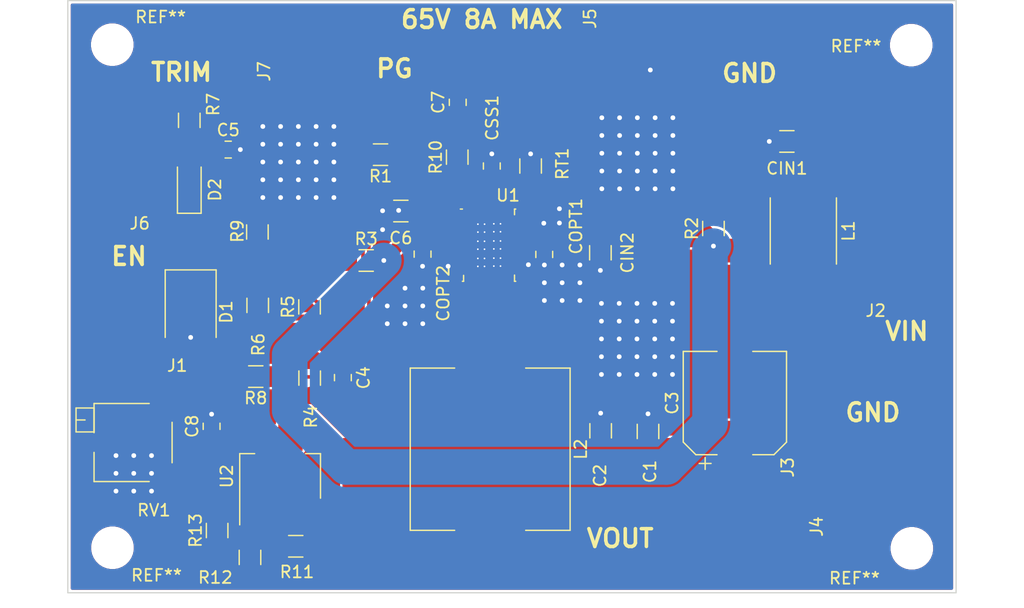
<source format=kicad_pcb>
(kicad_pcb (version 20171130) (host pcbnew "(5.1.2)-2")

  (general
    (thickness 1.6)
    (drawings 12)
    (tracks 261)
    (zones 0)
    (modules 45)
    (nets 25)
  )

  (page A4)
  (layers
    (0 F.Cu signal)
    (31 B.Cu signal)
    (32 B.Adhes user)
    (33 F.Adhes user)
    (34 B.Paste user)
    (35 F.Paste user)
    (36 B.SilkS user)
    (37 F.SilkS user)
    (38 B.Mask user)
    (39 F.Mask user)
    (40 Dwgs.User user)
    (41 Cmts.User user)
    (42 Eco1.User user)
    (43 Eco2.User user)
    (44 Edge.Cuts user)
    (45 Margin user)
    (46 B.CrtYd user)
    (47 F.CrtYd user)
    (48 B.Fab user)
    (49 F.Fab user)
  )

  (setup
    (last_trace_width 0.25)
    (user_trace_width 0.3)
    (user_trace_width 0.5)
    (user_trace_width 1)
    (user_trace_width 2)
    (user_trace_width 3)
    (trace_clearance 0.2)
    (zone_clearance 0.2)
    (zone_45_only no)
    (trace_min 0.2)
    (via_size 0.8)
    (via_drill 0.4)
    (via_min_size 0.4)
    (via_min_drill 0.3)
    (user_via 0.5 0.4)
    (user_via 1 0.5)
    (user_via 2 1)
    (user_via 3 2)
    (uvia_size 0.3)
    (uvia_drill 0.1)
    (uvias_allowed no)
    (uvia_min_size 0.2)
    (uvia_min_drill 0.1)
    (edge_width 0.1)
    (segment_width 0.2)
    (pcb_text_width 0.3)
    (pcb_text_size 1.5 1.5)
    (mod_edge_width 0.15)
    (mod_text_size 1 1)
    (mod_text_width 0.15)
    (pad_size 2.7 5)
    (pad_drill 0)
    (pad_to_mask_clearance 0)
    (aux_axis_origin 0 0)
    (visible_elements 7FFFFFFF)
    (pcbplotparams
      (layerselection 0x010fc_ffffffff)
      (usegerberextensions false)
      (usegerberattributes false)
      (usegerberadvancedattributes false)
      (creategerberjobfile false)
      (excludeedgelayer true)
      (linewidth 0.100000)
      (plotframeref false)
      (viasonmask false)
      (mode 1)
      (useauxorigin false)
      (hpglpennumber 1)
      (hpglpenspeed 20)
      (hpglpendiameter 15.000000)
      (psnegative false)
      (psa4output false)
      (plotreference true)
      (plotvalue true)
      (plotinvisibletext false)
      (padsonsilk false)
      (subtractmaskfromsilk false)
      (outputformat 1)
      (mirror false)
      (drillshape 0)
      (scaleselection 1)
      (outputdirectory "gerberV3/"))
  )

  (net 0 "")
  (net 1 GND)
  (net 2 VBUS)
  (net 3 FB)
  (net 4 "Net-(C5-Pad1)")
  (net 5 "Net-(C6-Pad1)")
  (net 6 "Net-(C7-Pad1)")
  (net 7 BIAS)
  (net 8 "Net-(CIN1-Pad1)")
  (net 9 VPP)
  (net 10 "Net-(CSS1-Pad1)")
  (net 11 "Net-(D1-Pad1)")
  (net 12 "Net-(D2-Pad1)")
  (net 13 "Net-(J6-Pad1)")
  (net 14 "Net-(J7-Pad1)")
  (net 15 "Net-(L2-Pad1)")
  (net 16 EN)
  (net 17 "Net-(R5-Pad2)")
  (net 18 "Net-(R8-Pad2)")
  (net 19 VC)
  (net 20 "Net-(R12-Pad2)")
  (net 21 "Net-(RT1-Pad2)")
  (net 22 "Net-(U1-Pad28)")
  (net 23 SYNC)
  (net 24 "Net-(U1-Pad11)")

  (net_class Default "Dies ist die voreingestellte Netzklasse."
    (clearance 0.2)
    (trace_width 0.25)
    (via_dia 0.8)
    (via_drill 0.4)
    (uvia_dia 0.3)
    (uvia_drill 0.1)
    (add_net BIAS)
    (add_net EN)
    (add_net FB)
    (add_net GND)
    (add_net "Net-(C5-Pad1)")
    (add_net "Net-(C6-Pad1)")
    (add_net "Net-(C7-Pad1)")
    (add_net "Net-(CIN1-Pad1)")
    (add_net "Net-(CSS1-Pad1)")
    (add_net "Net-(D1-Pad1)")
    (add_net "Net-(D2-Pad1)")
    (add_net "Net-(J6-Pad1)")
    (add_net "Net-(J7-Pad1)")
    (add_net "Net-(L2-Pad1)")
    (add_net "Net-(R12-Pad2)")
    (add_net "Net-(R5-Pad2)")
    (add_net "Net-(R8-Pad2)")
    (add_net "Net-(RT1-Pad2)")
    (add_net "Net-(U1-Pad11)")
    (add_net "Net-(U1-Pad28)")
    (add_net SYNC)
    (add_net VBUS)
    (add_net VC)
    (add_net VPP)
  )

  (module MountingHole:MountingHole_3.2mm_M3 (layer F.Cu) (tedit 56D1B4CB) (tstamp 5FCE0C32)
    (at 68.7705 146.19986)
    (descr "Mounting Hole 3.2mm, no annular, M3")
    (tags "mounting hole 3.2mm no annular m3")
    (attr virtual)
    (fp_text reference REF** (at 3.7211 2.33172) (layer F.SilkS)
      (effects (font (size 1 1) (thickness 0.15)))
    )
    (fp_text value MountingHole_3.2mm_M3 (at 0 4.2) (layer F.Fab)
      (effects (font (size 1 1) (thickness 0.15)))
    )
    (fp_text user %R (at 0.3 0) (layer F.Fab)
      (effects (font (size 1 1) (thickness 0.15)))
    )
    (fp_circle (center 0 0) (end 3.2 0) (layer Cmts.User) (width 0.15))
    (fp_circle (center 0 0) (end 3.45 0) (layer F.CrtYd) (width 0.05))
    (pad 1 np_thru_hole circle (at 0 0) (size 3.2 3.2) (drill 3.2) (layers *.Cu *.Mask))
  )

  (module MountingHole:MountingHole_3.2mm_M3 (layer F.Cu) (tedit 56D1B4CB) (tstamp 5FCE0C32)
    (at 136.21512 103.76154)
    (descr "Mounting Hole 3.2mm, no annular, M3")
    (tags "mounting hole 3.2mm no annular m3")
    (attr virtual)
    (fp_text reference REF** (at -4.66344 0.09144) (layer F.SilkS)
      (effects (font (size 1 1) (thickness 0.15)))
    )
    (fp_text value MountingHole_3.2mm_M3 (at 0 4.2) (layer F.Fab)
      (effects (font (size 1 1) (thickness 0.15)))
    )
    (fp_text user %R (at 0.3 0) (layer F.Fab)
      (effects (font (size 1 1) (thickness 0.15)))
    )
    (fp_circle (center 0 0) (end 3.2 0) (layer Cmts.User) (width 0.15))
    (fp_circle (center 0 0) (end 3.45 0) (layer F.CrtYd) (width 0.05))
    (pad 1 np_thru_hole circle (at 0 0) (size 3.2 3.2) (drill 3.2) (layers *.Cu *.Mask))
  )

  (module MountingHole:MountingHole_3.2mm_M3 (layer F.Cu) (tedit 56D1B4CB) (tstamp 5FCE0C32)
    (at 136.26592 146.24812)
    (descr "Mounting Hole 3.2mm, no annular, M3")
    (tags "mounting hole 3.2mm no annular m3")
    (attr virtual)
    (fp_text reference REF** (at -4.84378 2.5273) (layer F.SilkS)
      (effects (font (size 1 1) (thickness 0.15)))
    )
    (fp_text value MountingHole_3.2mm_M3 (at 0 4.2) (layer F.Fab)
      (effects (font (size 1 1) (thickness 0.15)))
    )
    (fp_text user %R (at 0.3 0) (layer F.Fab)
      (effects (font (size 1 1) (thickness 0.15)))
    )
    (fp_circle (center 0 0) (end 3.2 0) (layer Cmts.User) (width 0.15))
    (fp_circle (center 0 0) (end 3.45 0) (layer F.CrtYd) (width 0.05))
    (pad 1 np_thru_hole circle (at 0 0) (size 3.2 3.2) (drill 3.2) (layers *.Cu *.Mask))
  )

  (module MountingHole:MountingHole_3.2mm_M3 (layer F.Cu) (tedit 56D1B4CB) (tstamp 5FCE0C00)
    (at 68.75526 103.7209)
    (descr "Mounting Hole 3.2mm, no annular, M3")
    (tags "mounting hole 3.2mm no annular m3")
    (attr virtual)
    (fp_text reference REF** (at 4.08178 -2.32918) (layer F.SilkS)
      (effects (font (size 1 1) (thickness 0.15)))
    )
    (fp_text value MountingHole_3.2mm_M3 (at 0 4.2) (layer F.Fab)
      (effects (font (size 1 1) (thickness 0.15)))
    )
    (fp_circle (center 0 0) (end 3.45 0) (layer F.CrtYd) (width 0.05))
    (fp_circle (center 0 0) (end 3.2 0) (layer Cmts.User) (width 0.15))
    (fp_text user %R (at 0.3 0) (layer F.Fab)
      (effects (font (size 1 1) (thickness 0.15)))
    )
    (pad 1 np_thru_hole circle (at 0 0) (size 3.2 3.2) (drill 3.2) (layers *.Cu *.Mask))
  )

  (module Resistor_SMD:R_1206_3216Metric_Pad1.42x1.75mm_HandSolder (layer F.Cu) (tedit 5B301BBD) (tstamp 5FC95BC8)
    (at 77.60716 144.74444 90)
    (descr "Resistor SMD 1206 (3216 Metric), square (rectangular) end terminal, IPC_7351 nominal with elongated pad for handsoldering. (Body size source: http://www.tortai-tech.com/upload/download/2011102023233369053.pdf), generated with kicad-footprint-generator")
    (tags "resistor handsolder")
    (path /5FA2B20A)
    (attr smd)
    (fp_text reference R13 (at 0 -1.82 90) (layer F.SilkS)
      (effects (font (size 1 1) (thickness 0.15)))
    )
    (fp_text value 43k (at 0 1.82 90) (layer F.Fab)
      (effects (font (size 1 1) (thickness 0.15)))
    )
    (fp_text user %R (at 0 0 90) (layer F.Fab)
      (effects (font (size 0.8 0.8) (thickness 0.12)))
    )
    (fp_line (start 2.45 1.12) (end -2.45 1.12) (layer F.CrtYd) (width 0.05))
    (fp_line (start 2.45 -1.12) (end 2.45 1.12) (layer F.CrtYd) (width 0.05))
    (fp_line (start -2.45 -1.12) (end 2.45 -1.12) (layer F.CrtYd) (width 0.05))
    (fp_line (start -2.45 1.12) (end -2.45 -1.12) (layer F.CrtYd) (width 0.05))
    (fp_line (start -0.602064 0.91) (end 0.602064 0.91) (layer F.SilkS) (width 0.12))
    (fp_line (start -0.602064 -0.91) (end 0.602064 -0.91) (layer F.SilkS) (width 0.12))
    (fp_line (start 1.6 0.8) (end -1.6 0.8) (layer F.Fab) (width 0.1))
    (fp_line (start 1.6 -0.8) (end 1.6 0.8) (layer F.Fab) (width 0.1))
    (fp_line (start -1.6 -0.8) (end 1.6 -0.8) (layer F.Fab) (width 0.1))
    (fp_line (start -1.6 0.8) (end -1.6 -0.8) (layer F.Fab) (width 0.1))
    (pad 2 smd roundrect (at 1.4875 0 90) (size 1.425 1.75) (layers F.Cu F.Paste F.Mask) (roundrect_rratio 0.175439)
      (net 1 GND))
    (pad 1 smd roundrect (at -1.4875 0 90) (size 1.425 1.75) (layers F.Cu F.Paste F.Mask) (roundrect_rratio 0.175439)
      (net 20 "Net-(R12-Pad2)"))
    (model ${KISYS3DMOD}/Resistor_SMD.3dshapes/R_1206_3216Metric.wrl
      (at (xyz 0 0 0))
      (scale (xyz 1 1 1))
      (rotate (xyz 0 0 0))
    )
  )

  (module Resistor_SMD:R_1206_3216Metric_Pad1.42x1.75mm_HandSolder (layer F.Cu) (tedit 5B301BBD) (tstamp 5FC95BA6)
    (at 84.24418 146.0754)
    (descr "Resistor SMD 1206 (3216 Metric), square (rectangular) end terminal, IPC_7351 nominal with elongated pad for handsoldering. (Body size source: http://www.tortai-tech.com/upload/download/2011102023233369053.pdf), generated with kicad-footprint-generator")
    (tags "resistor handsolder")
    (path /5F91B512)
    (attr smd)
    (fp_text reference R11 (at 0.10414 2.16916) (layer F.SilkS)
      (effects (font (size 1 1) (thickness 0.15)))
    )
    (fp_text value 0R (at 0 1.82) (layer F.Fab)
      (effects (font (size 1 1) (thickness 0.15)))
    )
    (fp_text user %R (at 0 0) (layer F.Fab)
      (effects (font (size 0.8 0.8) (thickness 0.12)))
    )
    (fp_line (start 2.45 1.12) (end -2.45 1.12) (layer F.CrtYd) (width 0.05))
    (fp_line (start 2.45 -1.12) (end 2.45 1.12) (layer F.CrtYd) (width 0.05))
    (fp_line (start -2.45 -1.12) (end 2.45 -1.12) (layer F.CrtYd) (width 0.05))
    (fp_line (start -2.45 1.12) (end -2.45 -1.12) (layer F.CrtYd) (width 0.05))
    (fp_line (start -0.602064 0.91) (end 0.602064 0.91) (layer F.SilkS) (width 0.12))
    (fp_line (start -0.602064 -0.91) (end 0.602064 -0.91) (layer F.SilkS) (width 0.12))
    (fp_line (start 1.6 0.8) (end -1.6 0.8) (layer F.Fab) (width 0.1))
    (fp_line (start 1.6 -0.8) (end 1.6 0.8) (layer F.Fab) (width 0.1))
    (fp_line (start -1.6 -0.8) (end 1.6 -0.8) (layer F.Fab) (width 0.1))
    (fp_line (start -1.6 0.8) (end -1.6 -0.8) (layer F.Fab) (width 0.1))
    (pad 2 smd roundrect (at 1.4875 0) (size 1.425 1.75) (layers F.Cu F.Paste F.Mask) (roundrect_rratio 0.175439)
      (net 2 VBUS))
    (pad 1 smd roundrect (at -1.4875 0) (size 1.425 1.75) (layers F.Cu F.Paste F.Mask) (roundrect_rratio 0.175439)
      (net 7 BIAS))
    (model ${KISYS3DMOD}/Resistor_SMD.3dshapes/R_1206_3216Metric.wrl
      (at (xyz 0 0 0))
      (scale (xyz 1 1 1))
      (rotate (xyz 0 0 0))
    )
  )

  (module Resistor_SMD:R_1206_3216Metric_Pad1.42x1.75mm_HandSolder (layer F.Cu) (tedit 5B301BBD) (tstamp 5FC95B84)
    (at 81.00568 119.53748 90)
    (descr "Resistor SMD 1206 (3216 Metric), square (rectangular) end terminal, IPC_7351 nominal with elongated pad for handsoldering. (Body size source: http://www.tortai-tech.com/upload/download/2011102023233369053.pdf), generated with kicad-footprint-generator")
    (tags "resistor handsolder")
    (path /5FB9E762)
    (attr smd)
    (fp_text reference R9 (at 0.06858 -1.68402 90) (layer F.SilkS)
      (effects (font (size 1 1) (thickness 0.15)))
    )
    (fp_text value 7.5k (at 0 1.82 90) (layer F.Fab)
      (effects (font (size 1 1) (thickness 0.15)))
    )
    (fp_text user %R (at 0 0 90) (layer F.Fab)
      (effects (font (size 0.8 0.8) (thickness 0.12)))
    )
    (fp_line (start 2.45 1.12) (end -2.45 1.12) (layer F.CrtYd) (width 0.05))
    (fp_line (start 2.45 -1.12) (end 2.45 1.12) (layer F.CrtYd) (width 0.05))
    (fp_line (start -2.45 -1.12) (end 2.45 -1.12) (layer F.CrtYd) (width 0.05))
    (fp_line (start -2.45 1.12) (end -2.45 -1.12) (layer F.CrtYd) (width 0.05))
    (fp_line (start -0.602064 0.91) (end 0.602064 0.91) (layer F.SilkS) (width 0.12))
    (fp_line (start -0.602064 -0.91) (end 0.602064 -0.91) (layer F.SilkS) (width 0.12))
    (fp_line (start 1.6 0.8) (end -1.6 0.8) (layer F.Fab) (width 0.1))
    (fp_line (start 1.6 -0.8) (end 1.6 0.8) (layer F.Fab) (width 0.1))
    (fp_line (start -1.6 -0.8) (end 1.6 -0.8) (layer F.Fab) (width 0.1))
    (fp_line (start -1.6 0.8) (end -1.6 -0.8) (layer F.Fab) (width 0.1))
    (pad 2 smd roundrect (at 1.4875 0 90) (size 1.425 1.75) (layers F.Cu F.Paste F.Mask) (roundrect_rratio 0.175439)
      (net 1 GND))
    (pad 1 smd roundrect (at -1.4875 0 90) (size 1.425 1.75) (layers F.Cu F.Paste F.Mask) (roundrect_rratio 0.175439)
      (net 12 "Net-(D2-Pad1)"))
    (model ${KISYS3DMOD}/Resistor_SMD.3dshapes/R_1206_3216Metric.wrl
      (at (xyz 0 0 0))
      (scale (xyz 1 1 1))
      (rotate (xyz 0 0 0))
    )
  )

  (module Resistor_SMD:R_1206_3216Metric_Pad1.42x1.75mm_HandSolder (layer F.Cu) (tedit 5B301BBD) (tstamp 5FC95B73)
    (at 80.86852 131.74726 180)
    (descr "Resistor SMD 1206 (3216 Metric), square (rectangular) end terminal, IPC_7351 nominal with elongated pad for handsoldering. (Body size source: http://www.tortai-tech.com/upload/download/2011102023233369053.pdf), generated with kicad-footprint-generator")
    (tags "resistor handsolder")
    (path /5F9200F1)
    (attr smd)
    (fp_text reference R8 (at 0 -1.82) (layer F.SilkS)
      (effects (font (size 1 1) (thickness 0.15)))
    )
    (fp_text value 43k (at 0 1.82) (layer F.Fab)
      (effects (font (size 1 1) (thickness 0.15)))
    )
    (fp_text user %R (at 0 0) (layer F.Fab)
      (effects (font (size 0.8 0.8) (thickness 0.12)))
    )
    (fp_line (start 2.45 1.12) (end -2.45 1.12) (layer F.CrtYd) (width 0.05))
    (fp_line (start 2.45 -1.12) (end 2.45 1.12) (layer F.CrtYd) (width 0.05))
    (fp_line (start -2.45 -1.12) (end 2.45 -1.12) (layer F.CrtYd) (width 0.05))
    (fp_line (start -2.45 1.12) (end -2.45 -1.12) (layer F.CrtYd) (width 0.05))
    (fp_line (start -0.602064 0.91) (end 0.602064 0.91) (layer F.SilkS) (width 0.12))
    (fp_line (start -0.602064 -0.91) (end 0.602064 -0.91) (layer F.SilkS) (width 0.12))
    (fp_line (start 1.6 0.8) (end -1.6 0.8) (layer F.Fab) (width 0.1))
    (fp_line (start 1.6 -0.8) (end 1.6 0.8) (layer F.Fab) (width 0.1))
    (fp_line (start -1.6 -0.8) (end 1.6 -0.8) (layer F.Fab) (width 0.1))
    (fp_line (start -1.6 0.8) (end -1.6 -0.8) (layer F.Fab) (width 0.1))
    (pad 2 smd roundrect (at 1.4875 0 180) (size 1.425 1.75) (layers F.Cu F.Paste F.Mask) (roundrect_rratio 0.175439)
      (net 18 "Net-(R8-Pad2)"))
    (pad 1 smd roundrect (at -1.4875 0 180) (size 1.425 1.75) (layers F.Cu F.Paste F.Mask) (roundrect_rratio 0.175439)
      (net 3 FB))
    (model ${KISYS3DMOD}/Resistor_SMD.3dshapes/R_1206_3216Metric.wrl
      (at (xyz 0 0 0))
      (scale (xyz 1 1 1))
      (rotate (xyz 0 0 0))
    )
  )

  (module Resistor_SMD:R_1206_3216Metric_Pad1.42x1.75mm_HandSolder (layer F.Cu) (tedit 5B301BBD) (tstamp 5FC95B62)
    (at 75.25512 110.11248 270)
    (descr "Resistor SMD 1206 (3216 Metric), square (rectangular) end terminal, IPC_7351 nominal with elongated pad for handsoldering. (Body size source: http://www.tortai-tech.com/upload/download/2011102023233369053.pdf), generated with kicad-footprint-generator")
    (tags "resistor handsolder")
    (path /5FBDFA92)
    (attr smd)
    (fp_text reference R7 (at -1.34206 -2.0193 90) (layer F.SilkS)
      (effects (font (size 1 1) (thickness 0.15)))
    )
    (fp_text value 7.5k (at 0 1.82 90) (layer F.Fab)
      (effects (font (size 1 1) (thickness 0.15)))
    )
    (fp_text user %R (at 0 0 90) (layer F.Fab)
      (effects (font (size 0.8 0.8) (thickness 0.12)))
    )
    (fp_line (start 2.45 1.12) (end -2.45 1.12) (layer F.CrtYd) (width 0.05))
    (fp_line (start 2.45 -1.12) (end 2.45 1.12) (layer F.CrtYd) (width 0.05))
    (fp_line (start -2.45 -1.12) (end 2.45 -1.12) (layer F.CrtYd) (width 0.05))
    (fp_line (start -2.45 1.12) (end -2.45 -1.12) (layer F.CrtYd) (width 0.05))
    (fp_line (start -0.602064 0.91) (end 0.602064 0.91) (layer F.SilkS) (width 0.12))
    (fp_line (start -0.602064 -0.91) (end 0.602064 -0.91) (layer F.SilkS) (width 0.12))
    (fp_line (start 1.6 0.8) (end -1.6 0.8) (layer F.Fab) (width 0.1))
    (fp_line (start 1.6 -0.8) (end 1.6 0.8) (layer F.Fab) (width 0.1))
    (fp_line (start -1.6 -0.8) (end 1.6 -0.8) (layer F.Fab) (width 0.1))
    (fp_line (start -1.6 0.8) (end -1.6 -0.8) (layer F.Fab) (width 0.1))
    (pad 2 smd roundrect (at 1.4875 0 270) (size 1.425 1.75) (layers F.Cu F.Paste F.Mask) (roundrect_rratio 0.175439)
      (net 4 "Net-(C5-Pad1)"))
    (pad 1 smd roundrect (at -1.4875 0 270) (size 1.425 1.75) (layers F.Cu F.Paste F.Mask) (roundrect_rratio 0.175439)
      (net 13 "Net-(J6-Pad1)"))
    (model ${KISYS3DMOD}/Resistor_SMD.3dshapes/R_1206_3216Metric.wrl
      (at (xyz 0 0 0))
      (scale (xyz 1 1 1))
      (rotate (xyz 0 0 0))
    )
  )

  (module Resistor_SMD:R_1206_3216Metric_Pad1.42x1.75mm_HandSolder (layer F.Cu) (tedit 5B301BBD) (tstamp 5FC95B51)
    (at 81.03362 125.73508 270)
    (descr "Resistor SMD 1206 (3216 Metric), square (rectangular) end terminal, IPC_7351 nominal with elongated pad for handsoldering. (Body size source: http://www.tortai-tech.com/upload/download/2011102023233369053.pdf), generated with kicad-footprint-generator")
    (tags "resistor handsolder")
    (path /5FA78D79)
    (attr smd)
    (fp_text reference R6 (at 3.30708 -0.0508 90) (layer F.SilkS)
      (effects (font (size 1 1) (thickness 0.15)))
    )
    (fp_text value 43k (at 0 1.82 90) (layer F.Fab)
      (effects (font (size 1 1) (thickness 0.15)))
    )
    (fp_text user %R (at 0 0 90) (layer F.Fab)
      (effects (font (size 0.8 0.8) (thickness 0.12)))
    )
    (fp_line (start 2.45 1.12) (end -2.45 1.12) (layer F.CrtYd) (width 0.05))
    (fp_line (start 2.45 -1.12) (end 2.45 1.12) (layer F.CrtYd) (width 0.05))
    (fp_line (start -2.45 -1.12) (end 2.45 -1.12) (layer F.CrtYd) (width 0.05))
    (fp_line (start -2.45 1.12) (end -2.45 -1.12) (layer F.CrtYd) (width 0.05))
    (fp_line (start -0.602064 0.91) (end 0.602064 0.91) (layer F.SilkS) (width 0.12))
    (fp_line (start -0.602064 -0.91) (end 0.602064 -0.91) (layer F.SilkS) (width 0.12))
    (fp_line (start 1.6 0.8) (end -1.6 0.8) (layer F.Fab) (width 0.1))
    (fp_line (start 1.6 -0.8) (end 1.6 0.8) (layer F.Fab) (width 0.1))
    (fp_line (start -1.6 -0.8) (end 1.6 -0.8) (layer F.Fab) (width 0.1))
    (fp_line (start -1.6 0.8) (end -1.6 -0.8) (layer F.Fab) (width 0.1))
    (pad 2 smd roundrect (at 1.4875 0 270) (size 1.425 1.75) (layers F.Cu F.Paste F.Mask) (roundrect_rratio 0.175439)
      (net 3 FB))
    (pad 1 smd roundrect (at -1.4875 0 270) (size 1.425 1.75) (layers F.Cu F.Paste F.Mask) (roundrect_rratio 0.175439)
      (net 12 "Net-(D2-Pad1)"))
    (model ${KISYS3DMOD}/Resistor_SMD.3dshapes/R_1206_3216Metric.wrl
      (at (xyz 0 0 0))
      (scale (xyz 1 1 1))
      (rotate (xyz 0 0 0))
    )
  )

  (module Resistor_SMD:R_1206_3216Metric_Pad1.42x1.75mm_HandSolder (layer F.Cu) (tedit 5B301BBD) (tstamp 5FC95B40)
    (at 85.41004 125.86462 90)
    (descr "Resistor SMD 1206 (3216 Metric), square (rectangular) end terminal, IPC_7351 nominal with elongated pad for handsoldering. (Body size source: http://www.tortai-tech.com/upload/download/2011102023233369053.pdf), generated with kicad-footprint-generator")
    (tags "resistor handsolder")
    (path /5FBA7F1C)
    (attr smd)
    (fp_text reference R5 (at 0 -1.82 90) (layer F.SilkS)
      (effects (font (size 1 1) (thickness 0.15)))
    )
    (fp_text value 0R (at 0 1.82 90) (layer F.Fab)
      (effects (font (size 1 1) (thickness 0.15)))
    )
    (fp_text user %R (at 0 0 90) (layer F.Fab)
      (effects (font (size 0.8 0.8) (thickness 0.12)))
    )
    (fp_line (start 2.45 1.12) (end -2.45 1.12) (layer F.CrtYd) (width 0.05))
    (fp_line (start 2.45 -1.12) (end 2.45 1.12) (layer F.CrtYd) (width 0.05))
    (fp_line (start -2.45 -1.12) (end 2.45 -1.12) (layer F.CrtYd) (width 0.05))
    (fp_line (start -2.45 1.12) (end -2.45 -1.12) (layer F.CrtYd) (width 0.05))
    (fp_line (start -0.602064 0.91) (end 0.602064 0.91) (layer F.SilkS) (width 0.12))
    (fp_line (start -0.602064 -0.91) (end 0.602064 -0.91) (layer F.SilkS) (width 0.12))
    (fp_line (start 1.6 0.8) (end -1.6 0.8) (layer F.Fab) (width 0.1))
    (fp_line (start 1.6 -0.8) (end 1.6 0.8) (layer F.Fab) (width 0.1))
    (fp_line (start -1.6 -0.8) (end 1.6 -0.8) (layer F.Fab) (width 0.1))
    (fp_line (start -1.6 0.8) (end -1.6 -0.8) (layer F.Fab) (width 0.1))
    (pad 2 smd roundrect (at 1.4875 0 90) (size 1.425 1.75) (layers F.Cu F.Paste F.Mask) (roundrect_rratio 0.175439)
      (net 17 "Net-(R5-Pad2)"))
    (pad 1 smd roundrect (at -1.4875 0 90) (size 1.425 1.75) (layers F.Cu F.Paste F.Mask) (roundrect_rratio 0.175439)
      (net 3 FB))
    (model ${KISYS3DMOD}/Resistor_SMD.3dshapes/R_1206_3216Metric.wrl
      (at (xyz 0 0 0))
      (scale (xyz 1 1 1))
      (rotate (xyz 0 0 0))
    )
  )

  (module Resistor_SMD:R_1206_3216Metric_Pad1.42x1.75mm_HandSolder (layer F.Cu) (tedit 5B301BBD) (tstamp 5FC95B2F)
    (at 85.4202 131.87426 90)
    (descr "Resistor SMD 1206 (3216 Metric), square (rectangular) end terminal, IPC_7351 nominal with elongated pad for handsoldering. (Body size source: http://www.tortai-tech.com/upload/download/2011102023233369053.pdf), generated with kicad-footprint-generator")
    (tags "resistor handsolder")
    (path /5F91F4C8)
    (attr smd)
    (fp_text reference R4 (at -3.26644 0.10414 90) (layer F.SilkS)
      (effects (font (size 1 1) (thickness 0.15)))
    )
    (fp_text value 1M (at 0 1.82 90) (layer F.Fab)
      (effects (font (size 1 1) (thickness 0.15)))
    )
    (fp_text user %R (at 0 0 90) (layer F.Fab)
      (effects (font (size 0.8 0.8) (thickness 0.12)))
    )
    (fp_line (start 2.45 1.12) (end -2.45 1.12) (layer F.CrtYd) (width 0.05))
    (fp_line (start 2.45 -1.12) (end 2.45 1.12) (layer F.CrtYd) (width 0.05))
    (fp_line (start -2.45 -1.12) (end 2.45 -1.12) (layer F.CrtYd) (width 0.05))
    (fp_line (start -2.45 1.12) (end -2.45 -1.12) (layer F.CrtYd) (width 0.05))
    (fp_line (start -0.602064 0.91) (end 0.602064 0.91) (layer F.SilkS) (width 0.12))
    (fp_line (start -0.602064 -0.91) (end 0.602064 -0.91) (layer F.SilkS) (width 0.12))
    (fp_line (start 1.6 0.8) (end -1.6 0.8) (layer F.Fab) (width 0.1))
    (fp_line (start 1.6 -0.8) (end 1.6 0.8) (layer F.Fab) (width 0.1))
    (fp_line (start -1.6 -0.8) (end 1.6 -0.8) (layer F.Fab) (width 0.1))
    (fp_line (start -1.6 0.8) (end -1.6 -0.8) (layer F.Fab) (width 0.1))
    (pad 2 smd roundrect (at 1.4875 0 90) (size 1.425 1.75) (layers F.Cu F.Paste F.Mask) (roundrect_rratio 0.175439)
      (net 3 FB))
    (pad 1 smd roundrect (at -1.4875 0 90) (size 1.425 1.75) (layers F.Cu F.Paste F.Mask) (roundrect_rratio 0.175439)
      (net 2 VBUS))
    (model ${KISYS3DMOD}/Resistor_SMD.3dshapes/R_1206_3216Metric.wrl
      (at (xyz 0 0 0))
      (scale (xyz 1 1 1))
      (rotate (xyz 0 0 0))
    )
  )

  (module Resistor_SMD:R_1206_3216Metric_Pad1.42x1.75mm_HandSolder (layer F.Cu) (tedit 5B301BBD) (tstamp 5FC9624E)
    (at 119.51208 119.2403 90)
    (descr "Resistor SMD 1206 (3216 Metric), square (rectangular) end terminal, IPC_7351 nominal with elongated pad for handsoldering. (Body size source: http://www.tortai-tech.com/upload/download/2011102023233369053.pdf), generated with kicad-footprint-generator")
    (tags "resistor handsolder")
    (path /5FB63066)
    (attr smd)
    (fp_text reference R2 (at 0 -1.82 90) (layer F.SilkS)
      (effects (font (size 1 1) (thickness 0.15)))
    )
    (fp_text value 0R (at 0 1.82 90) (layer F.Fab)
      (effects (font (size 1 1) (thickness 0.15)))
    )
    (fp_text user %R (at 0 0 90) (layer F.Fab)
      (effects (font (size 0.8 0.8) (thickness 0.12)))
    )
    (fp_line (start 2.45 1.12) (end -2.45 1.12) (layer F.CrtYd) (width 0.05))
    (fp_line (start 2.45 -1.12) (end 2.45 1.12) (layer F.CrtYd) (width 0.05))
    (fp_line (start -2.45 -1.12) (end 2.45 -1.12) (layer F.CrtYd) (width 0.05))
    (fp_line (start -2.45 1.12) (end -2.45 -1.12) (layer F.CrtYd) (width 0.05))
    (fp_line (start -0.602064 0.91) (end 0.602064 0.91) (layer F.SilkS) (width 0.12))
    (fp_line (start -0.602064 -0.91) (end 0.602064 -0.91) (layer F.SilkS) (width 0.12))
    (fp_line (start 1.6 0.8) (end -1.6 0.8) (layer F.Fab) (width 0.1))
    (fp_line (start 1.6 -0.8) (end 1.6 0.8) (layer F.Fab) (width 0.1))
    (fp_line (start -1.6 -0.8) (end 1.6 -0.8) (layer F.Fab) (width 0.1))
    (fp_line (start -1.6 0.8) (end -1.6 -0.8) (layer F.Fab) (width 0.1))
    (pad 2 smd roundrect (at 1.4875 0 90) (size 1.425 1.75) (layers F.Cu F.Paste F.Mask) (roundrect_rratio 0.175439)
      (net 8 "Net-(CIN1-Pad1)"))
    (pad 1 smd roundrect (at -1.4875 0 90) (size 1.425 1.75) (layers F.Cu F.Paste F.Mask) (roundrect_rratio 0.175439)
      (net 9 VPP))
    (model ${KISYS3DMOD}/Resistor_SMD.3dshapes/R_1206_3216Metric.wrl
      (at (xyz 0 0 0))
      (scale (xyz 1 1 1))
      (rotate (xyz 0 0 0))
    )
  )

  (module Resistor_SMD:R_1206_3216Metric_Pad1.42x1.75mm_HandSolder (layer F.Cu) (tedit 5B301BBD) (tstamp 5FC95AFC)
    (at 91.40444 113.00968 180)
    (descr "Resistor SMD 1206 (3216 Metric), square (rectangular) end terminal, IPC_7351 nominal with elongated pad for handsoldering. (Body size source: http://www.tortai-tech.com/upload/download/2011102023233369053.pdf), generated with kicad-footprint-generator")
    (tags "resistor handsolder")
    (path /5FC0EA75)
    (attr smd)
    (fp_text reference R1 (at 0 -1.82) (layer F.SilkS)
      (effects (font (size 1 1) (thickness 0.15)))
    )
    (fp_text value 0R (at 0 1.82) (layer F.Fab)
      (effects (font (size 1 1) (thickness 0.15)))
    )
    (fp_text user %R (at 0 0) (layer F.Fab)
      (effects (font (size 0.8 0.8) (thickness 0.12)))
    )
    (fp_line (start 2.45 1.12) (end -2.45 1.12) (layer F.CrtYd) (width 0.05))
    (fp_line (start 2.45 -1.12) (end 2.45 1.12) (layer F.CrtYd) (width 0.05))
    (fp_line (start -2.45 -1.12) (end 2.45 -1.12) (layer F.CrtYd) (width 0.05))
    (fp_line (start -2.45 1.12) (end -2.45 -1.12) (layer F.CrtYd) (width 0.05))
    (fp_line (start -0.602064 0.91) (end 0.602064 0.91) (layer F.SilkS) (width 0.12))
    (fp_line (start -0.602064 -0.91) (end 0.602064 -0.91) (layer F.SilkS) (width 0.12))
    (fp_line (start 1.6 0.8) (end -1.6 0.8) (layer F.Fab) (width 0.1))
    (fp_line (start 1.6 -0.8) (end 1.6 0.8) (layer F.Fab) (width 0.1))
    (fp_line (start -1.6 -0.8) (end 1.6 -0.8) (layer F.Fab) (width 0.1))
    (fp_line (start -1.6 0.8) (end -1.6 -0.8) (layer F.Fab) (width 0.1))
    (pad 2 smd roundrect (at 1.4875 0 180) (size 1.425 1.75) (layers F.Cu F.Paste F.Mask) (roundrect_rratio 0.175439)
      (net 11 "Net-(D1-Pad1)"))
    (pad 1 smd roundrect (at -1.4875 0 180) (size 1.425 1.75) (layers F.Cu F.Paste F.Mask) (roundrect_rratio 0.175439)
      (net 16 EN))
    (model ${KISYS3DMOD}/Resistor_SMD.3dshapes/R_1206_3216Metric.wrl
      (at (xyz 0 0 0))
      (scale (xyz 1 1 1))
      (rotate (xyz 0 0 0))
    )
  )

  (module Resistor_SMD:R_1206_3216Metric_Pad1.42x1.75mm_HandSolder (layer F.Cu) (tedit 5B301BBD) (tstamp 5FC95BB7)
    (at 80.38084 147.0152 90)
    (descr "Resistor SMD 1206 (3216 Metric), square (rectangular) end terminal, IPC_7351 nominal with elongated pad for handsoldering. (Body size source: http://www.tortai-tech.com/upload/download/2011102023233369053.pdf), generated with kicad-footprint-generator")
    (tags "resistor handsolder")
    (path /5FA33BFC)
    (attr smd)
    (fp_text reference R12 (at -1.69926 -2.92608 180) (layer F.SilkS)
      (effects (font (size 1 1) (thickness 0.15)))
    )
    (fp_text value 7.5k (at 0 1.82 90) (layer F.Fab)
      (effects (font (size 1 1) (thickness 0.15)))
    )
    (fp_text user %R (at 0 0 90) (layer F.Fab)
      (effects (font (size 0.8 0.8) (thickness 0.12)))
    )
    (fp_line (start 2.45 1.12) (end -2.45 1.12) (layer F.CrtYd) (width 0.05))
    (fp_line (start 2.45 -1.12) (end 2.45 1.12) (layer F.CrtYd) (width 0.05))
    (fp_line (start -2.45 -1.12) (end 2.45 -1.12) (layer F.CrtYd) (width 0.05))
    (fp_line (start -2.45 1.12) (end -2.45 -1.12) (layer F.CrtYd) (width 0.05))
    (fp_line (start -0.602064 0.91) (end 0.602064 0.91) (layer F.SilkS) (width 0.12))
    (fp_line (start -0.602064 -0.91) (end 0.602064 -0.91) (layer F.SilkS) (width 0.12))
    (fp_line (start 1.6 0.8) (end -1.6 0.8) (layer F.Fab) (width 0.1))
    (fp_line (start 1.6 -0.8) (end 1.6 0.8) (layer F.Fab) (width 0.1))
    (fp_line (start -1.6 -0.8) (end 1.6 -0.8) (layer F.Fab) (width 0.1))
    (fp_line (start -1.6 0.8) (end -1.6 -0.8) (layer F.Fab) (width 0.1))
    (pad 2 smd roundrect (at 1.4875 0 90) (size 1.425 1.75) (layers F.Cu F.Paste F.Mask) (roundrect_rratio 0.175439)
      (net 20 "Net-(R12-Pad2)"))
    (pad 1 smd roundrect (at -1.4875 0 90) (size 1.425 1.75) (layers F.Cu F.Paste F.Mask) (roundrect_rratio 0.175439)
      (net 7 BIAS))
    (model ${KISYS3DMOD}/Resistor_SMD.3dshapes/R_1206_3216Metric.wrl
      (at (xyz 0 0 0))
      (scale (xyz 1 1 1))
      (rotate (xyz 0 0 0))
    )
  )

  (module Resistor_SMD:R_1206_3216Metric_Pad1.42x1.75mm_HandSolder (layer F.Cu) (tedit 5B301BBD) (tstamp 5FC95B95)
    (at 97.8789 113.21796 90)
    (descr "Resistor SMD 1206 (3216 Metric), square (rectangular) end terminal, IPC_7351 nominal with elongated pad for handsoldering. (Body size source: http://www.tortai-tech.com/upload/download/2011102023233369053.pdf), generated with kicad-footprint-generator")
    (tags "resistor handsolder")
    (path /5F92EDE8)
    (attr smd)
    (fp_text reference R10 (at 0 -1.82 90) (layer F.SilkS)
      (effects (font (size 1 1) (thickness 0.15)))
    )
    (fp_text value 7.5k (at 0 1.82 90) (layer F.Fab)
      (effects (font (size 1 1) (thickness 0.15)))
    )
    (fp_text user %R (at 0 0 90) (layer F.Fab)
      (effects (font (size 0.8 0.8) (thickness 0.12)))
    )
    (fp_line (start 2.45 1.12) (end -2.45 1.12) (layer F.CrtYd) (width 0.05))
    (fp_line (start 2.45 -1.12) (end 2.45 1.12) (layer F.CrtYd) (width 0.05))
    (fp_line (start -2.45 -1.12) (end 2.45 -1.12) (layer F.CrtYd) (width 0.05))
    (fp_line (start -2.45 1.12) (end -2.45 -1.12) (layer F.CrtYd) (width 0.05))
    (fp_line (start -0.602064 0.91) (end 0.602064 0.91) (layer F.SilkS) (width 0.12))
    (fp_line (start -0.602064 -0.91) (end 0.602064 -0.91) (layer F.SilkS) (width 0.12))
    (fp_line (start 1.6 0.8) (end -1.6 0.8) (layer F.Fab) (width 0.1))
    (fp_line (start 1.6 -0.8) (end 1.6 0.8) (layer F.Fab) (width 0.1))
    (fp_line (start -1.6 -0.8) (end 1.6 -0.8) (layer F.Fab) (width 0.1))
    (fp_line (start -1.6 0.8) (end -1.6 -0.8) (layer F.Fab) (width 0.1))
    (pad 2 smd roundrect (at 1.4875 0 90) (size 1.425 1.75) (layers F.Cu F.Paste F.Mask) (roundrect_rratio 0.175439)
      (net 6 "Net-(C7-Pad1)"))
    (pad 1 smd roundrect (at -1.4875 0 90) (size 1.425 1.75) (layers F.Cu F.Paste F.Mask) (roundrect_rratio 0.175439)
      (net 19 VC))
    (model ${KISYS3DMOD}/Resistor_SMD.3dshapes/R_1206_3216Metric.wrl
      (at (xyz 0 0 0))
      (scale (xyz 1 1 1))
      (rotate (xyz 0 0 0))
    )
  )

  (module Resistor_SMD:R_1206_3216Metric_Pad1.42x1.75mm_HandSolder (layer F.Cu) (tedit 5B301BBD) (tstamp 5FC95BD9)
    (at 104.0765 113.96726 270)
    (descr "Resistor SMD 1206 (3216 Metric), square (rectangular) end terminal, IPC_7351 nominal with elongated pad for handsoldering. (Body size source: http://www.tortai-tech.com/upload/download/2011102023233369053.pdf), generated with kicad-footprint-generator")
    (tags "resistor handsolder")
    (path /5F9336C2)
    (attr smd)
    (fp_text reference RT1 (at -0.18796 -2.68224 90) (layer F.SilkS)
      (effects (font (size 1 1) (thickness 0.15)))
    )
    (fp_text value 43k (at 0 1.82 90) (layer F.Fab)
      (effects (font (size 1 1) (thickness 0.15)))
    )
    (fp_text user %R (at 0 0 90) (layer F.Fab)
      (effects (font (size 0.8 0.8) (thickness 0.12)))
    )
    (fp_line (start 2.45 1.12) (end -2.45 1.12) (layer F.CrtYd) (width 0.05))
    (fp_line (start 2.45 -1.12) (end 2.45 1.12) (layer F.CrtYd) (width 0.05))
    (fp_line (start -2.45 -1.12) (end 2.45 -1.12) (layer F.CrtYd) (width 0.05))
    (fp_line (start -2.45 1.12) (end -2.45 -1.12) (layer F.CrtYd) (width 0.05))
    (fp_line (start -0.602064 0.91) (end 0.602064 0.91) (layer F.SilkS) (width 0.12))
    (fp_line (start -0.602064 -0.91) (end 0.602064 -0.91) (layer F.SilkS) (width 0.12))
    (fp_line (start 1.6 0.8) (end -1.6 0.8) (layer F.Fab) (width 0.1))
    (fp_line (start 1.6 -0.8) (end 1.6 0.8) (layer F.Fab) (width 0.1))
    (fp_line (start -1.6 -0.8) (end 1.6 -0.8) (layer F.Fab) (width 0.1))
    (fp_line (start -1.6 0.8) (end -1.6 -0.8) (layer F.Fab) (width 0.1))
    (pad 2 smd roundrect (at 1.4875 0 270) (size 1.425 1.75) (layers F.Cu F.Paste F.Mask) (roundrect_rratio 0.175439)
      (net 21 "Net-(RT1-Pad2)"))
    (pad 1 smd roundrect (at -1.4875 0 270) (size 1.425 1.75) (layers F.Cu F.Paste F.Mask) (roundrect_rratio 0.175439)
      (net 1 GND))
    (model ${KISYS3DMOD}/Resistor_SMD.3dshapes/R_1206_3216Metric.wrl
      (at (xyz 0 0 0))
      (scale (xyz 1 1 1))
      (rotate (xyz 0 0 0))
    )
  )

  (module Resistor_SMD:R_1206_3216Metric_Pad1.42x1.75mm_HandSolder (layer F.Cu) (tedit 5B301BBD) (tstamp 5FC95B1E)
    (at 90.19286 121.9454)
    (descr "Resistor SMD 1206 (3216 Metric), square (rectangular) end terminal, IPC_7351 nominal with elongated pad for handsoldering. (Body size source: http://www.tortai-tech.com/upload/download/2011102023233369053.pdf), generated with kicad-footprint-generator")
    (tags "resistor handsolder")
    (path /5F937039)
    (attr smd)
    (fp_text reference R3 (at 0 -1.82) (layer F.SilkS)
      (effects (font (size 1 1) (thickness 0.15)))
    )
    (fp_text value 1M (at 0 1.82) (layer F.Fab)
      (effects (font (size 1 1) (thickness 0.15)))
    )
    (fp_text user %R (at 0 0) (layer F.Fab)
      (effects (font (size 0.8 0.8) (thickness 0.12)))
    )
    (fp_line (start 2.45 1.12) (end -2.45 1.12) (layer F.CrtYd) (width 0.05))
    (fp_line (start 2.45 -1.12) (end 2.45 1.12) (layer F.CrtYd) (width 0.05))
    (fp_line (start -2.45 -1.12) (end 2.45 -1.12) (layer F.CrtYd) (width 0.05))
    (fp_line (start -2.45 1.12) (end -2.45 -1.12) (layer F.CrtYd) (width 0.05))
    (fp_line (start -0.602064 0.91) (end 0.602064 0.91) (layer F.SilkS) (width 0.12))
    (fp_line (start -0.602064 -0.91) (end 0.602064 -0.91) (layer F.SilkS) (width 0.12))
    (fp_line (start 1.6 0.8) (end -1.6 0.8) (layer F.Fab) (width 0.1))
    (fp_line (start 1.6 -0.8) (end 1.6 0.8) (layer F.Fab) (width 0.1))
    (fp_line (start -1.6 -0.8) (end 1.6 -0.8) (layer F.Fab) (width 0.1))
    (fp_line (start -1.6 0.8) (end -1.6 -0.8) (layer F.Fab) (width 0.1))
    (pad 2 smd roundrect (at 1.4875 0) (size 1.425 1.75) (layers F.Cu F.Paste F.Mask) (roundrect_rratio 0.175439)
      (net 9 VPP))
    (pad 1 smd roundrect (at -1.4875 0) (size 1.425 1.75) (layers F.Cu F.Paste F.Mask) (roundrect_rratio 0.175439)
      (net 11 "Net-(D1-Pad1)"))
    (model ${KISYS3DMOD}/Resistor_SMD.3dshapes/R_1206_3216Metric.wrl
      (at (xyz 0 0 0))
      (scale (xyz 1 1 1))
      (rotate (xyz 0 0 0))
    )
  )

  (module Capacitor_SMD:C_1206_3216Metric_Pad1.42x1.75mm_HandSolder (layer F.Cu) (tedit 5B301BBE) (tstamp 5FC95A19)
    (at 109.96676 121.29356 270)
    (descr "Capacitor SMD 1206 (3216 Metric), square (rectangular) end terminal, IPC_7351 nominal with elongated pad for handsoldering. (Body size source: http://www.tortai-tech.com/upload/download/2011102023233369053.pdf), generated with kicad-footprint-generator")
    (tags "capacitor handsolder")
    (path /5F939EA5)
    (attr smd)
    (fp_text reference CIN2 (at 0 -2.28 90) (layer F.SilkS)
      (effects (font (size 1 1) (thickness 0.15)))
    )
    (fp_text value 4.7µ/100V (at 0 2.28 90) (layer F.Fab)
      (effects (font (size 1 1) (thickness 0.15)))
    )
    (fp_text user %R (at 0 0 90) (layer F.Fab)
      (effects (font (size 0.8 0.8) (thickness 0.12)))
    )
    (fp_line (start 2.45 1.12) (end -2.45 1.12) (layer F.CrtYd) (width 0.05))
    (fp_line (start 2.45 -1.12) (end 2.45 1.12) (layer F.CrtYd) (width 0.05))
    (fp_line (start -2.45 -1.12) (end 2.45 -1.12) (layer F.CrtYd) (width 0.05))
    (fp_line (start -2.45 1.12) (end -2.45 -1.12) (layer F.CrtYd) (width 0.05))
    (fp_line (start -0.602064 0.91) (end 0.602064 0.91) (layer F.SilkS) (width 0.12))
    (fp_line (start -0.602064 -0.91) (end 0.602064 -0.91) (layer F.SilkS) (width 0.12))
    (fp_line (start 1.6 0.8) (end -1.6 0.8) (layer F.Fab) (width 0.1))
    (fp_line (start 1.6 -0.8) (end 1.6 0.8) (layer F.Fab) (width 0.1))
    (fp_line (start -1.6 -0.8) (end 1.6 -0.8) (layer F.Fab) (width 0.1))
    (fp_line (start -1.6 0.8) (end -1.6 -0.8) (layer F.Fab) (width 0.1))
    (pad 2 smd roundrect (at 1.4875 0 270) (size 1.425 1.75) (layers F.Cu F.Paste F.Mask) (roundrect_rratio 0.175439)
      (net 1 GND))
    (pad 1 smd roundrect (at -1.4875 0 270) (size 1.425 1.75) (layers F.Cu F.Paste F.Mask) (roundrect_rratio 0.175439)
      (net 9 VPP))
    (model ${KISYS3DMOD}/Capacitor_SMD.3dshapes/C_1206_3216Metric.wrl
      (at (xyz 0 0 0))
      (scale (xyz 1 1 1))
      (rotate (xyz 0 0 0))
    )
  )

  (module Capacitor_SMD:C_1206_3216Metric_Pad1.42x1.75mm_HandSolder (layer F.Cu) (tedit 5B301BBE) (tstamp 5FC95A08)
    (at 125.71476 111.89208 180)
    (descr "Capacitor SMD 1206 (3216 Metric), square (rectangular) end terminal, IPC_7351 nominal with elongated pad for handsoldering. (Body size source: http://www.tortai-tech.com/upload/download/2011102023233369053.pdf), generated with kicad-footprint-generator")
    (tags "capacitor handsolder")
    (path /5FB42CCF)
    (attr smd)
    (fp_text reference CIN1 (at 0 -2.28) (layer F.SilkS)
      (effects (font (size 1 1) (thickness 0.15)))
    )
    (fp_text value 4.7µ/100V (at 0 2.28) (layer F.Fab)
      (effects (font (size 1 1) (thickness 0.15)))
    )
    (fp_text user %R (at 0 0) (layer F.Fab)
      (effects (font (size 0.8 0.8) (thickness 0.12)))
    )
    (fp_line (start 2.45 1.12) (end -2.45 1.12) (layer F.CrtYd) (width 0.05))
    (fp_line (start 2.45 -1.12) (end 2.45 1.12) (layer F.CrtYd) (width 0.05))
    (fp_line (start -2.45 -1.12) (end 2.45 -1.12) (layer F.CrtYd) (width 0.05))
    (fp_line (start -2.45 1.12) (end -2.45 -1.12) (layer F.CrtYd) (width 0.05))
    (fp_line (start -0.602064 0.91) (end 0.602064 0.91) (layer F.SilkS) (width 0.12))
    (fp_line (start -0.602064 -0.91) (end 0.602064 -0.91) (layer F.SilkS) (width 0.12))
    (fp_line (start 1.6 0.8) (end -1.6 0.8) (layer F.Fab) (width 0.1))
    (fp_line (start 1.6 -0.8) (end 1.6 0.8) (layer F.Fab) (width 0.1))
    (fp_line (start -1.6 -0.8) (end 1.6 -0.8) (layer F.Fab) (width 0.1))
    (fp_line (start -1.6 0.8) (end -1.6 -0.8) (layer F.Fab) (width 0.1))
    (pad 2 smd roundrect (at 1.4875 0 180) (size 1.425 1.75) (layers F.Cu F.Paste F.Mask) (roundrect_rratio 0.175439)
      (net 1 GND))
    (pad 1 smd roundrect (at -1.4875 0 180) (size 1.425 1.75) (layers F.Cu F.Paste F.Mask) (roundrect_rratio 0.175439)
      (net 8 "Net-(CIN1-Pad1)"))
    (model ${KISYS3DMOD}/Capacitor_SMD.3dshapes/C_1206_3216Metric.wrl
      (at (xyz 0 0 0))
      (scale (xyz 1 1 1))
      (rotate (xyz 0 0 0))
    )
  )

  (module Capacitor_SMD:C_1206_3216Metric_Pad1.42x1.75mm_HandSolder (layer F.Cu) (tedit 5B301BBE) (tstamp 5FC959D5)
    (at 93.11894 117.76964 180)
    (descr "Capacitor SMD 1206 (3216 Metric), square (rectangular) end terminal, IPC_7351 nominal with elongated pad for handsoldering. (Body size source: http://www.tortai-tech.com/upload/download/2011102023233369053.pdf), generated with kicad-footprint-generator")
    (tags "capacitor handsolder")
    (path /5F97B197)
    (attr smd)
    (fp_text reference C6 (at 0 -2.28) (layer F.SilkS)
      (effects (font (size 1 1) (thickness 0.15)))
    )
    (fp_text value 0.47µ/100V (at 0 2.28) (layer F.Fab)
      (effects (font (size 1 1) (thickness 0.15)))
    )
    (fp_text user %R (at 0 0) (layer F.Fab)
      (effects (font (size 0.8 0.8) (thickness 0.12)))
    )
    (fp_line (start 2.45 1.12) (end -2.45 1.12) (layer F.CrtYd) (width 0.05))
    (fp_line (start 2.45 -1.12) (end 2.45 1.12) (layer F.CrtYd) (width 0.05))
    (fp_line (start -2.45 -1.12) (end 2.45 -1.12) (layer F.CrtYd) (width 0.05))
    (fp_line (start -2.45 1.12) (end -2.45 -1.12) (layer F.CrtYd) (width 0.05))
    (fp_line (start -0.602064 0.91) (end 0.602064 0.91) (layer F.SilkS) (width 0.12))
    (fp_line (start -0.602064 -0.91) (end 0.602064 -0.91) (layer F.SilkS) (width 0.12))
    (fp_line (start 1.6 0.8) (end -1.6 0.8) (layer F.Fab) (width 0.1))
    (fp_line (start 1.6 -0.8) (end 1.6 0.8) (layer F.Fab) (width 0.1))
    (fp_line (start -1.6 -0.8) (end 1.6 -0.8) (layer F.Fab) (width 0.1))
    (fp_line (start -1.6 0.8) (end -1.6 -0.8) (layer F.Fab) (width 0.1))
    (pad 2 smd roundrect (at 1.4875 0 180) (size 1.425 1.75) (layers F.Cu F.Paste F.Mask) (roundrect_rratio 0.175439)
      (net 1 GND))
    (pad 1 smd roundrect (at -1.4875 0 180) (size 1.425 1.75) (layers F.Cu F.Paste F.Mask) (roundrect_rratio 0.175439)
      (net 5 "Net-(C6-Pad1)"))
    (model ${KISYS3DMOD}/Capacitor_SMD.3dshapes/C_1206_3216Metric.wrl
      (at (xyz 0 0 0))
      (scale (xyz 1 1 1))
      (rotate (xyz 0 0 0))
    )
  )

  (module Capacitor_SMD:C_1206_3216Metric_Pad1.42x1.75mm_HandSolder (layer F.Cu) (tedit 5B301BBE) (tstamp 5FC9597A)
    (at 109.98962 136.3234 90)
    (descr "Capacitor SMD 1206 (3216 Metric), square (rectangular) end terminal, IPC_7351 nominal with elongated pad for handsoldering. (Body size source: http://www.tortai-tech.com/upload/download/2011102023233369053.pdf), generated with kicad-footprint-generator")
    (tags "capacitor handsolder")
    (path /5F947DD9)
    (attr smd)
    (fp_text reference C2 (at -3.78046 -0.0508 90) (layer F.SilkS)
      (effects (font (size 1 1) (thickness 0.15)))
    )
    (fp_text value 47µ/50V (at 0 2.28 90) (layer F.Fab)
      (effects (font (size 1 1) (thickness 0.15)))
    )
    (fp_text user %R (at 0 0 90) (layer F.Fab)
      (effects (font (size 0.8 0.8) (thickness 0.12)))
    )
    (fp_line (start 2.45 1.12) (end -2.45 1.12) (layer F.CrtYd) (width 0.05))
    (fp_line (start 2.45 -1.12) (end 2.45 1.12) (layer F.CrtYd) (width 0.05))
    (fp_line (start -2.45 -1.12) (end 2.45 -1.12) (layer F.CrtYd) (width 0.05))
    (fp_line (start -2.45 1.12) (end -2.45 -1.12) (layer F.CrtYd) (width 0.05))
    (fp_line (start -0.602064 0.91) (end 0.602064 0.91) (layer F.SilkS) (width 0.12))
    (fp_line (start -0.602064 -0.91) (end 0.602064 -0.91) (layer F.SilkS) (width 0.12))
    (fp_line (start 1.6 0.8) (end -1.6 0.8) (layer F.Fab) (width 0.1))
    (fp_line (start 1.6 -0.8) (end 1.6 0.8) (layer F.Fab) (width 0.1))
    (fp_line (start -1.6 -0.8) (end 1.6 -0.8) (layer F.Fab) (width 0.1))
    (fp_line (start -1.6 0.8) (end -1.6 -0.8) (layer F.Fab) (width 0.1))
    (pad 2 smd roundrect (at 1.4875 0 90) (size 1.425 1.75) (layers F.Cu F.Paste F.Mask) (roundrect_rratio 0.175439)
      (net 1 GND))
    (pad 1 smd roundrect (at -1.4875 0 90) (size 1.425 1.75) (layers F.Cu F.Paste F.Mask) (roundrect_rratio 0.175439)
      (net 2 VBUS))
    (model ${KISYS3DMOD}/Capacitor_SMD.3dshapes/C_1206_3216Metric.wrl
      (at (xyz 0 0 0))
      (scale (xyz 1 1 1))
      (rotate (xyz 0 0 0))
    )
  )

  (module Capacitor_SMD:C_1206_3216Metric_Pad1.42x1.75mm_HandSolder (layer F.Cu) (tedit 5B301BBE) (tstamp 5FC95969)
    (at 113.98758 136.37928 90)
    (descr "Capacitor SMD 1206 (3216 Metric), square (rectangular) end terminal, IPC_7351 nominal with elongated pad for handsoldering. (Body size source: http://www.tortai-tech.com/upload/download/2011102023233369053.pdf), generated with kicad-footprint-generator")
    (tags "capacitor handsolder")
    (path /5F947093)
    (attr smd)
    (fp_text reference C1 (at -3.38676 0.17018 90) (layer F.SilkS)
      (effects (font (size 1 1) (thickness 0.15)))
    )
    (fp_text value 47µ/50V (at 0 2.28 90) (layer F.Fab)
      (effects (font (size 1 1) (thickness 0.15)))
    )
    (fp_text user %R (at 0 0 90) (layer F.Fab)
      (effects (font (size 0.8 0.8) (thickness 0.12)))
    )
    (fp_line (start 2.45 1.12) (end -2.45 1.12) (layer F.CrtYd) (width 0.05))
    (fp_line (start 2.45 -1.12) (end 2.45 1.12) (layer F.CrtYd) (width 0.05))
    (fp_line (start -2.45 -1.12) (end 2.45 -1.12) (layer F.CrtYd) (width 0.05))
    (fp_line (start -2.45 1.12) (end -2.45 -1.12) (layer F.CrtYd) (width 0.05))
    (fp_line (start -0.602064 0.91) (end 0.602064 0.91) (layer F.SilkS) (width 0.12))
    (fp_line (start -0.602064 -0.91) (end 0.602064 -0.91) (layer F.SilkS) (width 0.12))
    (fp_line (start 1.6 0.8) (end -1.6 0.8) (layer F.Fab) (width 0.1))
    (fp_line (start 1.6 -0.8) (end 1.6 0.8) (layer F.Fab) (width 0.1))
    (fp_line (start -1.6 -0.8) (end 1.6 -0.8) (layer F.Fab) (width 0.1))
    (fp_line (start -1.6 0.8) (end -1.6 -0.8) (layer F.Fab) (width 0.1))
    (pad 2 smd roundrect (at 1.4875 0 90) (size 1.425 1.75) (layers F.Cu F.Paste F.Mask) (roundrect_rratio 0.175439)
      (net 1 GND))
    (pad 1 smd roundrect (at -1.4875 0 90) (size 1.425 1.75) (layers F.Cu F.Paste F.Mask) (roundrect_rratio 0.175439)
      (net 2 VBUS))
    (model ${KISYS3DMOD}/Capacitor_SMD.3dshapes/C_1206_3216Metric.wrl
      (at (xyz 0 0 0))
      (scale (xyz 1 1 1))
      (rotate (xyz 0 0 0))
    )
  )

  (module Capacitor_SMD:C_0805_2012Metric_Pad1.15x1.40mm_HandSolder (layer F.Cu) (tedit 5B36C52B) (tstamp 5FCDDC19)
    (at 97.92208 108.59008 90)
    (descr "Capacitor SMD 0805 (2012 Metric), square (rectangular) end terminal, IPC_7351 nominal with elongated pad for handsoldering. (Body size source: https://docs.google.com/spreadsheets/d/1BsfQQcO9C6DZCsRaXUlFlo91Tg2WpOkGARC1WS5S8t0/edit?usp=sharing), generated with kicad-footprint-generator")
    (tags "capacitor handsolder")
    (path /5F92E27C)
    (attr smd)
    (fp_text reference C7 (at 0 -1.65 90) (layer F.SilkS)
      (effects (font (size 1 1) (thickness 0.15)))
    )
    (fp_text value 330p/50V (at 0 1.65 90) (layer F.Fab)
      (effects (font (size 1 1) (thickness 0.15)))
    )
    (fp_text user %R (at 0 0 90) (layer F.Fab)
      (effects (font (size 0.5 0.5) (thickness 0.08)))
    )
    (fp_line (start 1.85 0.95) (end -1.85 0.95) (layer F.CrtYd) (width 0.05))
    (fp_line (start 1.85 -0.95) (end 1.85 0.95) (layer F.CrtYd) (width 0.05))
    (fp_line (start -1.85 -0.95) (end 1.85 -0.95) (layer F.CrtYd) (width 0.05))
    (fp_line (start -1.85 0.95) (end -1.85 -0.95) (layer F.CrtYd) (width 0.05))
    (fp_line (start -0.261252 0.71) (end 0.261252 0.71) (layer F.SilkS) (width 0.12))
    (fp_line (start -0.261252 -0.71) (end 0.261252 -0.71) (layer F.SilkS) (width 0.12))
    (fp_line (start 1 0.6) (end -1 0.6) (layer F.Fab) (width 0.1))
    (fp_line (start 1 -0.6) (end 1 0.6) (layer F.Fab) (width 0.1))
    (fp_line (start -1 -0.6) (end 1 -0.6) (layer F.Fab) (width 0.1))
    (fp_line (start -1 0.6) (end -1 -0.6) (layer F.Fab) (width 0.1))
    (pad 2 smd roundrect (at 1.025 0 90) (size 1.15 1.4) (layers F.Cu F.Paste F.Mask) (roundrect_rratio 0.217391)
      (net 1 GND))
    (pad 1 smd roundrect (at -1.025 0 90) (size 1.15 1.4) (layers F.Cu F.Paste F.Mask) (roundrect_rratio 0.217391)
      (net 6 "Net-(C7-Pad1)"))
    (model ${KISYS3DMOD}/Capacitor_SMD.3dshapes/C_0805_2012Metric.wrl
      (at (xyz 0 0 0))
      (scale (xyz 1 1 1))
      (rotate (xyz 0 0 0))
    )
  )

  (module Capacitor_SMD:C_0805_2012Metric_Pad1.15x1.40mm_HandSolder (layer F.Cu) (tedit 5B36C52B) (tstamp 5FCDDBE9)
    (at 100.7999 113.96726 90)
    (descr "Capacitor SMD 0805 (2012 Metric), square (rectangular) end terminal, IPC_7351 nominal with elongated pad for handsoldering. (Body size source: https://docs.google.com/spreadsheets/d/1BsfQQcO9C6DZCsRaXUlFlo91Tg2WpOkGARC1WS5S8t0/edit?usp=sharing), generated with kicad-footprint-generator")
    (tags "capacitor handsolder")
    (path /5FA51372)
    (attr smd)
    (fp_text reference CSS1 (at 4.06146 0.03556 90) (layer F.SilkS)
      (effects (font (size 1 1) (thickness 0.15)))
    )
    (fp_text value 10n/25V (at 0 2.28 90) (layer F.Fab)
      (effects (font (size 1 1) (thickness 0.15)))
    )
    (fp_text user %R (at 0 0 90) (layer F.Fab)
      (effects (font (size 0.8 0.8) (thickness 0.12)))
    )
    (fp_line (start 1.85 0.95) (end -1.85 0.95) (layer F.CrtYd) (width 0.05))
    (fp_line (start 1.85 -0.95) (end 1.85 0.95) (layer F.CrtYd) (width 0.05))
    (fp_line (start -1.85 -0.95) (end 1.85 -0.95) (layer F.CrtYd) (width 0.05))
    (fp_line (start -1.85 0.95) (end -1.85 -0.95) (layer F.CrtYd) (width 0.05))
    (fp_line (start -0.261252 0.71) (end 0.261252 0.71) (layer F.SilkS) (width 0.12))
    (fp_line (start -0.261252 -0.71) (end 0.261252 -0.71) (layer F.SilkS) (width 0.12))
    (fp_line (start 1 0.6) (end -1 0.6) (layer F.Fab) (width 0.1))
    (fp_line (start 1 -0.6) (end 1 0.6) (layer F.Fab) (width 0.1))
    (fp_line (start -1 -0.6) (end 1 -0.6) (layer F.Fab) (width 0.1))
    (fp_line (start -1 0.6) (end -1 -0.6) (layer F.Fab) (width 0.1))
    (pad 2 smd roundrect (at 1.025 0 90) (size 1.15 1.4) (layers F.Cu F.Paste F.Mask) (roundrect_rratio 0.217391)
      (net 1 GND))
    (pad 1 smd roundrect (at -1.025 0 90) (size 1.15 1.4) (layers F.Cu F.Paste F.Mask) (roundrect_rratio 0.217391)
      (net 10 "Net-(CSS1-Pad1)"))
    (model ${KISYS3DMOD}/Capacitor_SMD.3dshapes/C_0805_2012Metric.wrl
      (at (xyz 0 0 0))
      (scale (xyz 1 1 1))
      (rotate (xyz 0 0 0))
    )
  )

  (module Package_TO_SOT_SMD:SOT-223-3_TabPin2 (layer F.Cu) (tedit 5A02FF57) (tstamp 5FC95C64)
    (at 82.92338 140.16228 90)
    (descr "module CMS SOT223 4 pins")
    (tags "CMS SOT")
    (path /5FA0CA66)
    (attr smd)
    (fp_text reference U2 (at 0 -4.5 90) (layer F.SilkS)
      (effects (font (size 1 1) (thickness 0.15)))
    )
    (fp_text value LM317_3PinPackage (at 0 4.5 90) (layer F.Fab)
      (effects (font (size 1 1) (thickness 0.15)))
    )
    (fp_line (start 1.85 -3.35) (end 1.85 3.35) (layer F.Fab) (width 0.1))
    (fp_line (start -1.85 3.35) (end 1.85 3.35) (layer F.Fab) (width 0.1))
    (fp_line (start -4.1 -3.41) (end 1.91 -3.41) (layer F.SilkS) (width 0.12))
    (fp_line (start -0.85 -3.35) (end 1.85 -3.35) (layer F.Fab) (width 0.1))
    (fp_line (start -1.85 3.41) (end 1.91 3.41) (layer F.SilkS) (width 0.12))
    (fp_line (start -1.85 -2.35) (end -1.85 3.35) (layer F.Fab) (width 0.1))
    (fp_line (start -1.85 -2.35) (end -0.85 -3.35) (layer F.Fab) (width 0.1))
    (fp_line (start -4.4 -3.6) (end -4.4 3.6) (layer F.CrtYd) (width 0.05))
    (fp_line (start -4.4 3.6) (end 4.4 3.6) (layer F.CrtYd) (width 0.05))
    (fp_line (start 4.4 3.6) (end 4.4 -3.6) (layer F.CrtYd) (width 0.05))
    (fp_line (start 4.4 -3.6) (end -4.4 -3.6) (layer F.CrtYd) (width 0.05))
    (fp_line (start 1.91 -3.41) (end 1.91 -2.15) (layer F.SilkS) (width 0.12))
    (fp_line (start 1.91 3.41) (end 1.91 2.15) (layer F.SilkS) (width 0.12))
    (fp_text user %R (at 0 0) (layer F.Fab)
      (effects (font (size 0.8 0.8) (thickness 0.12)))
    )
    (pad 1 smd rect (at -3.15 -2.3 90) (size 2 1.5) (layers F.Cu F.Paste F.Mask)
      (net 20 "Net-(R12-Pad2)"))
    (pad 3 smd rect (at -3.15 2.3 90) (size 2 1.5) (layers F.Cu F.Paste F.Mask)
      (net 2 VBUS))
    (pad 2 smd rect (at -3.15 0 90) (size 2 1.5) (layers F.Cu F.Paste F.Mask)
      (net 7 BIAS))
    (pad 2 smd rect (at 3.15 0 90) (size 2 3.8) (layers F.Cu F.Paste F.Mask)
      (net 7 BIAS))
    (model ${KISYS3DMOD}/Package_TO_SOT_SMD.3dshapes/SOT-223.wrl
      (at (xyz 0 0 0))
      (scale (xyz 1 1 1))
      (rotate (xyz 0 0 0))
    )
  )

  (module Package_DFN_QFN:LQFN-32_EP_4x6_Pitch0.5mm (layer F.Cu) (tedit 5F8FCEE4) (tstamp 5FC95C4E)
    (at 100.56622 120.65254)
    (descr "LQFN-32_EP_4x6_0.95mm(https://www.analog.com/media/en/package-pcb-resources/package/pkg_pdf/ltc-legacy-lqfn/05081512_C_lqfn32.pdf)")
    (tags LQFN)
    (path /5F90C638)
    (attr smd)
    (fp_text reference U1 (at 1.60274 -4.2037) (layer F.SilkS)
      (effects (font (size 1 1) (thickness 0.15)))
    )
    (fp_text value LT8646S (at 0 4.7) (layer F.Fab)
      (effects (font (size 1 1) (thickness 0.15)))
    )
    (fp_line (start -2.7 3.7) (end -2.7 -3.7) (layer F.CrtYd) (width 0.05))
    (fp_line (start 2.7 3.7) (end -2.7 3.7) (layer F.CrtYd) (width 0.05))
    (fp_line (start 2.7 -3.7) (end 2.7 3.7) (layer F.CrtYd) (width 0.05))
    (fp_line (start -2.7 -3.7) (end 2.7 -3.7) (layer F.CrtYd) (width 0.05))
    (fp_line (start -2.25 -3.05) (end -2.425 -3.05) (layer F.SilkS) (width 0.12))
    (fp_line (start -2.15 3.05) (end -2.15 2.55) (layer F.SilkS) (width 0.12))
    (fp_line (start -2.25 3.05) (end -2.15 3.05) (layer F.SilkS) (width 0.12))
    (fp_line (start 2.15 3.05) (end 2.15 2.525) (layer F.SilkS) (width 0.12))
    (fp_line (start 2.25 3.05) (end 2.15 3.05) (layer F.SilkS) (width 0.12))
    (fp_line (start 2.15 -3.05) (end 2.15 -2.575) (layer F.SilkS) (width 0.12))
    (fp_line (start 2.25 -3.05) (end 2.15 -3.05) (layer F.SilkS) (width 0.12))
    (fp_line (start 2 -3) (end -1 -3) (layer F.Fab) (width 0.15))
    (fp_line (start 2 3) (end 2 -3) (layer F.Fab) (width 0.15))
    (fp_line (start -2 3) (end 2 3) (layer F.Fab) (width 0.15))
    (fp_line (start -2 -2) (end -2 3) (layer F.Fab) (width 0.15))
    (fp_line (start -1 -3) (end -2 -2) (layer F.Fab) (width 0.15))
    (pad 37 smd rect (at -0.6625 1.44) (size 1.125 1.34) (layers F.Cu F.Paste F.Mask)
      (net 1 GND) (solder_paste_margin -0.75))
    (pad 37 thru_hole circle (at -0.94625 1.12) (size 0.28125 0.28125) (drill 0.140625) (layers *.Cu *.Mask)
      (net 1 GND))
    (pad 37 thru_hole circle (at -0.94625 1.79) (size 0.28125 0.28125) (drill 0.140625) (layers *.Cu *.Mask)
      (net 1 GND))
    (pad 37 thru_hole circle (at -0.38375 1.12) (size 0.28125 0.28125) (drill 0.140625) (layers *.Cu *.Mask)
      (net 1 GND))
    (pad 37 thru_hole circle (at -0.38375 1.79) (size 0.28125 0.28125) (drill 0.140625) (layers *.Cu *.Mask)
      (net 1 GND))
    (pad 38 smd rect (at 0.6625 1.44) (size 1.125 1.34) (layers F.Cu F.Paste F.Mask)
      (net 1 GND) (solder_paste_margin -0.75))
    (pad 38 thru_hole circle (at 0.40375 1.095) (size 0.28125 0.28125) (drill 0.140625) (layers *.Cu *.Mask)
      (net 1 GND))
    (pad 38 thru_hole circle (at 0.40375 1.765) (size 0.28125 0.28125) (drill 0.140625) (layers *.Cu *.Mask)
      (net 1 GND))
    (pad 38 thru_hole circle (at 0.96625 1.095) (size 0.28125 0.28125) (drill 0.140625) (layers *.Cu *.Mask)
      (net 1 GND))
    (pad 38 thru_hole circle (at 0.96625 1.765) (size 0.28125 0.28125) (drill 0.140625) (layers *.Cu *.Mask)
      (net 1 GND))
    (pad 36 smd rect (at 0.6625 0) (size 1.125 1.34) (layers F.Cu F.Paste F.Mask)
      (net 1 GND) (solder_paste_margin -0.75))
    (pad 36 thru_hole circle (at 0.40375 -0.355) (size 0.28125 0.28125) (drill 0.140625) (layers *.Cu *.Mask)
      (net 1 GND))
    (pad 36 thru_hole circle (at 0.40375 0.315) (size 0.28125 0.28125) (drill 0.140625) (layers *.Cu *.Mask)
      (net 1 GND))
    (pad 36 thru_hole circle (at 0.96625 -0.355) (size 0.28125 0.28125) (drill 0.140625) (layers *.Cu *.Mask)
      (net 1 GND))
    (pad 36 thru_hole circle (at 0.96625 0.315) (size 0.28125 0.28125) (drill 0.140625) (layers *.Cu *.Mask)
      (net 1 GND))
    (pad 34 smd rect (at 0.6625 -1.44) (size 1.125 1.34) (layers F.Cu F.Paste F.Mask)
      (net 1 GND) (solder_paste_margin -0.75))
    (pad 34 thru_hole circle (at 0.40375 -1.805) (size 0.28125 0.28125) (drill 0.140625) (layers *.Cu *.Mask)
      (net 1 GND))
    (pad 34 thru_hole circle (at 0.40375 -1.135) (size 0.28125 0.28125) (drill 0.140625) (layers *.Cu *.Mask)
      (net 1 GND))
    (pad 34 thru_hole circle (at 0.96625 -1.805) (size 0.28125 0.28125) (drill 0.140625) (layers *.Cu *.Mask)
      (net 1 GND))
    (pad 34 thru_hole circle (at 0.96625 -1.135) (size 0.28125 0.28125) (drill 0.140625) (layers *.Cu *.Mask)
      (net 1 GND))
    (pad "" smd rect (at 1.875 2.875) (size 0.375 0.375) (layers F.Cu F.Paste F.Mask))
    (pad "" smd rect (at 1.875 -2.875) (size 0.375 0.375) (layers F.Cu F.Paste F.Mask))
    (pad "" smd rect (at -1.875 2.875) (size 0.375 0.375) (layers F.Cu F.Paste F.Mask))
    (pad 33 smd custom (at -0.6625 -1.44) (size 0.5625 0.67) (layers F.Cu F.Paste F.Mask)
      (net 1 GND) (solder_paste_margin -0.75) (zone_connect 0)
      (options (clearance outline) (anchor rect))
      (primitives
        (gr_poly (pts
           (xy 0.5625 0.67) (xy 0.5625 -0.67) (xy -0.28125 -0.67) (xy -0.5625 -0.35) (xy -0.5625 0.67)
) (width 0))
      ))
    (pad 33 thru_hole circle (at -0.94125 -1.775) (size 0.28125 0.28125) (drill 0.140625) (layers *.Cu *.Mask)
      (net 1 GND))
    (pad 33 thru_hole circle (at -0.94125 -1.105) (size 0.28125 0.28125) (drill 0.140625) (layers *.Cu *.Mask)
      (net 1 GND))
    (pad 33 thru_hole circle (at -0.37875 -1.775) (size 0.28125 0.28125) (drill 0.140625) (layers *.Cu *.Mask)
      (net 1 GND))
    (pad 33 thru_hole circle (at -0.37875 -1.105) (size 0.28125 0.28125) (drill 0.140625) (layers *.Cu *.Mask)
      (net 1 GND))
    (pad "" smd rect (at -1.875 -2.875) (size 0.375 0.375) (layers F.Cu F.Paste F.Mask))
    (pad 35 thru_hole circle (at -0.38375 0.34) (size 0.28125 0.28125) (drill 0.140625) (layers *.Cu *.Mask)
      (net 1 GND))
    (pad 35 thru_hole circle (at -0.38375 -0.33) (size 0.28125 0.28125) (drill 0.140625) (layers *.Cu *.Mask)
      (net 1 GND))
    (pad 35 thru_hole circle (at -0.94625 0.34) (size 0.28125 0.28125) (drill 0.140625) (layers *.Cu *.Mask)
      (net 1 GND))
    (pad 35 thru_hole circle (at -0.94625 -0.33) (size 0.28125 0.28125) (drill 0.140625) (layers *.Cu *.Mask)
      (net 1 GND))
    (pad 35 smd rect (at -0.6625 0) (size 1.125 1.34) (layers F.Cu F.Paste F.Mask)
      (net 1 GND) (solder_paste_margin -0.75))
    (pad 32 smd rect (at -1.255 -2.975) (size 0.25 0.85) (layers F.Cu F.Paste F.Mask)
      (net 17 "Net-(R5-Pad2)"))
    (pad 31 smd rect (at -0.755 -2.975) (size 0.25 0.85) (layers F.Cu F.Paste F.Mask)
      (net 14 "Net-(J7-Pad1)"))
    (pad 30 smd rect (at -0.255 -2.975) (size 0.25 0.85) (layers F.Cu F.Paste F.Mask)
      (net 19 VC))
    (pad 29 smd rect (at 0.245 -2.975) (size 0.25 0.85) (layers F.Cu F.Paste F.Mask)
      (net 10 "Net-(CSS1-Pad1)"))
    (pad 28 smd rect (at 0.745 -2.975) (size 0.25 0.85) (layers F.Cu F.Paste F.Mask)
      (net 22 "Net-(U1-Pad28)"))
    (pad 27 smd rect (at 1.245 -2.975) (size 0.25 0.85) (layers F.Cu F.Paste F.Mask)
      (net 23 SYNC))
    (pad 26 smd rect (at 2 -2.26 270) (size 0.25 0.85) (layers F.Cu F.Paste F.Mask)
      (net 21 "Net-(RT1-Pad2)"))
    (pad 25 smd rect (at 2 -1.76 270) (size 0.25 0.85) (layers F.Cu F.Paste F.Mask)
      (net 16 EN))
    (pad 24 smd rect (at 2 -1.25 90) (size 0.25 0.85) (layers F.Cu F.Paste F.Mask)
      (net 1 GND))
    (pad 23 smd rect (at 2 -0.75 90) (size 0.25 0.85) (layers F.Cu F.Paste F.Mask)
      (net 9 VPP))
    (pad 22 smd rect (at 2 -0.25 90) (size 0.25 0.85) (layers F.Cu F.Paste F.Mask)
      (net 9 VPP))
    (pad 21 smd rect (at 2 0.25 90) (size 0.25 0.85) (layers F.Cu F.Paste F.Mask)
      (net 9 VPP))
    (pad 20 smd rect (at 2 0.75 90) (size 0.25 0.85) (layers F.Cu F.Paste F.Mask)
      (net 1 GND))
    (pad 19 smd rect (at 2 1.25 90) (size 0.25 0.85) (layers F.Cu F.Paste F.Mask)
      (net 1 GND))
    (pad 18 smd rect (at 2 1.75 90) (size 0.25 0.85) (layers F.Cu F.Paste F.Mask)
      (net 1 GND))
    (pad 17 smd rect (at 2 2.25 90) (size 0.25 0.85) (layers F.Cu F.Paste F.Mask)
      (net 1 GND))
    (pad 16 smd rect (at 1.24 2.975) (size 0.25 0.85) (layers F.Cu F.Paste F.Mask)
      (net 15 "Net-(L2-Pad1)"))
    (pad 15 smd rect (at 0.74 2.975) (size 0.25 0.85) (layers F.Cu F.Paste F.Mask)
      (net 15 "Net-(L2-Pad1)"))
    (pad 14 smd rect (at 0.24 2.975) (size 0.25 0.85) (layers F.Cu F.Paste F.Mask)
      (net 15 "Net-(L2-Pad1)"))
    (pad 13 smd rect (at -0.26 2.975) (size 0.25 0.85) (layers F.Cu F.Paste F.Mask)
      (net 15 "Net-(L2-Pad1)"))
    (pad 12 smd rect (at -0.76 2.975) (size 0.25 0.85) (layers F.Cu F.Paste F.Mask)
      (net 15 "Net-(L2-Pad1)"))
    (pad 11 smd rect (at -1.26 2.975) (size 0.25 0.85) (layers F.Cu F.Paste F.Mask)
      (net 24 "Net-(U1-Pad11)"))
    (pad 10 smd rect (at -2 2.3 270) (size 0.25 0.85) (layers F.Cu F.Paste F.Mask)
      (net 1 GND))
    (pad 9 smd rect (at -2 1.8 270) (size 0.25 0.85) (layers F.Cu F.Paste F.Mask)
      (net 1 GND))
    (pad 8 smd rect (at -2 1.25 90) (size 0.25 0.85) (layers F.Cu F.Paste F.Mask)
      (net 1 GND))
    (pad 7 smd rect (at -2 0.75 90) (size 0.25 0.85) (layers F.Cu F.Paste F.Mask)
      (net 1 GND))
    (pad 6 smd rect (at -2 0.25 90) (size 0.25 0.85) (layers F.Cu F.Paste F.Mask)
      (net 9 VPP))
    (pad 5 smd rect (at -2 -0.25 90) (size 0.25 0.85) (layers F.Cu F.Paste F.Mask)
      (net 9 VPP))
    (pad 4 smd rect (at -2 -0.75 90) (size 0.25 0.85) (layers F.Cu F.Paste F.Mask)
      (net 9 VPP))
    (pad 3 smd rect (at -2 -1.25 90) (size 0.25 0.85) (layers F.Cu F.Paste F.Mask)
      (net 1 GND))
    (pad 2 smd rect (at -2 -1.75 90) (size 0.25 0.85) (layers F.Cu F.Paste F.Mask)
      (net 5 "Net-(C6-Pad1)"))
    (pad 1 smd rect (at -2 -2.25 90) (size 0.25 0.85) (layers F.Cu F.Paste F.Mask)
      (net 7 BIAS))
  )

  (module Potentiometer_SMD:Potentiometer_Bourns_3269P_Horizontal (layer F.Cu) (tedit 5A3D7171) (tstamp 5FC95BF8)
    (at 70.55866 137.31494)
    (descr "Potentiometer, horizontal, Bourns 3269P, https://www.bourns.com/docs/Product-Datasheets/3269.pdf")
    (tags "Potentiometer horizontal Bourns 3269P")
    (path /5F921FDC)
    (attr smd)
    (fp_text reference RV1 (at 1.70688 5.71754) (layer F.SilkS)
      (effects (font (size 1 1) (thickness 0.15)))
    )
    (fp_text value 200k (at 0 4.425) (layer F.Fab)
      (effects (font (size 1 1) (thickness 0.15)))
    )
    (fp_text user %R (at -0.05 0) (layer F.Fab)
      (effects (font (size 1 1) (thickness 0.15)))
    )
    (fp_line (start 5.1 -3.45) (end -5.1 -3.45) (layer F.CrtYd) (width 0.05))
    (fp_line (start 5.1 3.45) (end 5.1 -3.45) (layer F.CrtYd) (width 0.05))
    (fp_line (start -5.1 3.45) (end 5.1 3.45) (layer F.CrtYd) (width 0.05))
    (fp_line (start -5.1 -3.45) (end -5.1 3.45) (layer F.CrtYd) (width 0.05))
    (fp_line (start -4.865 -1.905) (end -4.106 -1.905) (layer F.SilkS) (width 0.12))
    (fp_line (start -3.346 -2.915) (end -3.346 -0.895) (layer F.SilkS) (width 0.12))
    (fp_line (start -4.865 -2.915) (end -4.865 -0.895) (layer F.SilkS) (width 0.12))
    (fp_line (start -4.865 -0.895) (end -3.346 -0.895) (layer F.SilkS) (width 0.12))
    (fp_line (start -4.865 -2.915) (end -3.346 -2.915) (layer F.SilkS) (width 0.12))
    (fp_line (start 3.245 -1.705) (end 3.245 1.705) (layer F.SilkS) (width 0.12))
    (fp_line (start -3.345 0.835) (end -3.345 3.295) (layer F.SilkS) (width 0.12))
    (fp_line (start -3.345 -3.295) (end -3.345 -0.835) (layer F.SilkS) (width 0.12))
    (fp_line (start -3.345 3.295) (end 1.31 3.295) (layer F.SilkS) (width 0.12))
    (fp_line (start -3.345 -3.295) (end 1.31 -3.295) (layer F.SilkS) (width 0.12))
    (fp_line (start -4.745 -1.905) (end -3.985 -1.905) (layer F.Fab) (width 0.1))
    (fp_line (start -3.225 -2.795) (end -4.745 -2.795) (layer F.Fab) (width 0.1))
    (fp_line (start -3.225 -1.015) (end -3.225 -2.795) (layer F.Fab) (width 0.1))
    (fp_line (start -4.745 -1.015) (end -3.225 -1.015) (layer F.Fab) (width 0.1))
    (fp_line (start -4.745 -2.795) (end -4.745 -1.015) (layer F.Fab) (width 0.1))
    (fp_line (start 3.125 -3.175) (end -3.225 -3.175) (layer F.Fab) (width 0.1))
    (fp_line (start 3.125 3.175) (end 3.125 -3.175) (layer F.Fab) (width 0.1))
    (fp_line (start -3.225 3.175) (end 3.125 3.175) (layer F.Fab) (width 0.1))
    (fp_line (start -3.225 -3.175) (end -3.225 3.175) (layer F.Fab) (width 0.1))
    (pad 3 smd rect (at 3.2 2.54) (size 3.3 1.19) (layers F.Cu F.Paste F.Mask)
      (net 1 GND))
    (pad 2 smd rect (at -3.2 0) (size 3.3 1.19) (layers F.Cu F.Paste F.Mask)
      (net 1 GND))
    (pad 1 smd rect (at 3.2 -2.54) (size 3.3 1.19) (layers F.Cu F.Paste F.Mask)
      (net 18 "Net-(R8-Pad2)"))
    (model ${KISYS3DMOD}/Potentiometer_SMD.3dshapes/Potentiometer_Bourns_3269P_Horizontal.wrl
      (at (xyz 0 0 0))
      (scale (xyz 1 1 1))
      (rotate (xyz 0 0 0))
    )
  )

  (module Inductor_SMD:L_Wuerth_HCM-1350 (layer F.Cu) (tedit 5FCDE0D0) (tstamp 5FC95AEB)
    (at 100.6602 137.87882 270)
    (descr "Inductor, Wuerth Elektronik, Wuerth_HCM-1350, 13.5mmx13.3mm")
    (tags "inductor Wuerth hcm smd")
    (path /5F919780)
    (attr smd)
    (fp_text reference L2 (at 0 -7.65 90) (layer F.SilkS)
      (effects (font (size 1 1) (thickness 0.15)))
    )
    (fp_text value 4.7µ/R01 (at 0 8.15 90) (layer F.Fab)
      (effects (font (size 1 1) (thickness 0.15)))
    )
    (fp_line (start -6.85 6.75) (end 0 6.75) (layer F.SilkS) (width 0.12))
    (fp_line (start -6.85 3) (end -6.85 6.75) (layer F.SilkS) (width 0.12))
    (fp_line (start 6.85 6.75) (end 0 6.75) (layer F.SilkS) (width 0.12))
    (fp_line (start 6.85 3) (end 6.85 6.75) (layer F.SilkS) (width 0.12))
    (fp_line (start 6.85 -6.75) (end 0 -6.75) (layer F.SilkS) (width 0.12))
    (fp_line (start 6.85 -3) (end 6.85 -6.75) (layer F.SilkS) (width 0.12))
    (fp_line (start -6.85 -6.75) (end 0 -6.75) (layer F.SilkS) (width 0.12))
    (fp_line (start -6.85 -3) (end -6.85 -6.75) (layer F.SilkS) (width 0.12))
    (fp_line (start 6.75 -6.65) (end -6.75 -6.65) (layer F.Fab) (width 0.1))
    (fp_line (start 6.75 6.65) (end 6.75 -6.65) (layer F.Fab) (width 0.1))
    (fp_line (start -6.75 6.65) (end 6.75 6.65) (layer F.Fab) (width 0.1))
    (fp_line (start -6.75 -6.65) (end -6.75 6.65) (layer F.Fab) (width 0.1))
    (fp_line (start 7.25 -7) (end -7.25 -7) (layer F.CrtYd) (width 0.05))
    (fp_line (start 7.25 7) (end 7.25 -7) (layer F.CrtYd) (width 0.05))
    (fp_line (start -7.25 7) (end 7.25 7) (layer F.CrtYd) (width 0.05))
    (fp_line (start -7.25 -7) (end -7.25 7) (layer F.CrtYd) (width 0.05))
    (fp_text user %R (at 0 0 90) (layer F.Fab)
      (effects (font (size 1 1) (thickness 0.15)))
    )
    (pad 2 smd rect (at 5.45 0 270) (size 4 8) (layers F.Cu F.Paste F.Mask)
      (net 2 VBUS))
    (pad 1 smd rect (at -5.45 0 270) (size 4 8) (layers F.Cu F.Paste F.Mask)
      (net 15 "Net-(L2-Pad1)"))
    (model ${KISYS3DMOD}/Inductor_SMD.3dshapes/L_Wuerth_HCM-1350.wrl
      (at (xyz 0 0 0))
      (scale (xyz 1 1 1))
      (rotate (xyz 0 0 0))
    )
  )

  (module Inductor_SMD:L_Coilcraft_XAL5030 (layer F.Cu) (tedit 5FCDE102) (tstamp 5FC95AD4)
    (at 127.10414 119.45366 270)
    (descr L_Coilcraft_XAL5030)
    (tags "L Coilcraft XAL5030")
    (path /5FB317A8)
    (attr smd)
    (fp_text reference L1 (at 0 -3.81 90) (layer F.SilkS)
      (effects (font (size 1 1) (thickness 0.15)))
    )
    (fp_text value 2.2µ (at 0 4.572 90) (layer F.Fab)
      (effects (font (size 1 1) (thickness 0.15)))
    )
    (fp_line (start -2.64 -2.64) (end 2.64 -2.64) (layer F.Fab) (width 0.1))
    (fp_line (start 2.64 -2.64) (end 2.64 2.64) (layer F.Fab) (width 0.1))
    (fp_line (start 2.64 2.64) (end -2.64 2.64) (layer F.Fab) (width 0.1))
    (fp_line (start -2.64 2.64) (end -2.64 -2.64) (layer F.Fab) (width 0.1))
    (fp_line (start -2.9 -2.9) (end 2.9 -2.9) (layer F.CrtYd) (width 0.05))
    (fp_line (start 2.9 -2.9) (end 2.9 2.9) (layer F.CrtYd) (width 0.05))
    (fp_line (start 2.9 2.9) (end -2.9 2.9) (layer F.CrtYd) (width 0.05))
    (fp_line (start -2.9 2.9) (end -2.9 -2.9) (layer F.CrtYd) (width 0.05))
    (fp_line (start -2.794 -2.794) (end 2.794 -2.794) (layer F.SilkS) (width 0.12))
    (fp_line (start 2.794 2.794) (end -2.794 2.794) (layer F.SilkS) (width 0.12))
    (fp_text user %R (at 0 0 90) (layer F.Fab)
      (effects (font (size 1 1) (thickness 0.15)))
    )
    (pad 2 smd rect (at 1.655 0 270) (size 2.7 5) (layers F.Cu F.Paste F.Mask)
      (net 9 VPP))
    (pad 1 smd rect (at -1.655 0 270) (size 2.7 5) (layers F.Cu F.Paste F.Mask)
      (net 8 "Net-(CIN1-Pad1)"))
    (model ${KISYS3DMOD}/Inductor_SMD.3dshapes/L_Coilcraft_XAL5030.wrl
      (at (xyz 0 0 0))
      (scale (xyz 1 1 1))
      (rotate (xyz 0 0 0))
    )
  )

  (module Connector_Wire:SolderWirePad_1x01_SMD_5x10mm (layer F.Cu) (tedit 5640A485) (tstamp 5FC95AC3)
    (at 85.3821 105.97642 90)
    (descr "Wire Pad, Square, SMD Pad,  5mm x 10mm,")
    (tags "MesurementPoint Square SMDPad 5mmx10mm ")
    (path /5F97ECCA)
    (attr smd virtual)
    (fp_text reference J7 (at 0 -3.81 90) (layer F.SilkS)
      (effects (font (size 1 1) (thickness 0.15)))
    )
    (fp_text value PG (at 0 6.35 90) (layer F.Fab)
      (effects (font (size 1 1) (thickness 0.15)))
    )
    (fp_line (start -2.75 -5.25) (end -2.75 5.25) (layer F.CrtYd) (width 0.05))
    (fp_line (start -2.75 5.25) (end 2.75 5.25) (layer F.CrtYd) (width 0.05))
    (fp_line (start 2.75 5.25) (end 2.75 -5.25) (layer F.CrtYd) (width 0.05))
    (fp_line (start 2.75 -5.25) (end -2.75 -5.25) (layer F.CrtYd) (width 0.05))
    (fp_text user %R (at 0 0 90) (layer F.Fab)
      (effects (font (size 1 1) (thickness 0.15)))
    )
    (pad 1 smd rect (at 0 0 90) (size 5 10) (layers F.Cu F.Paste F.Mask)
      (net 14 "Net-(J7-Pad1)"))
  )

  (module Connector_Wire:SolderWirePad_1x01_SMD_5x10mm (layer F.Cu) (tedit 5640A485) (tstamp 5FC95AB9)
    (at 70.16242 112.59058)
    (descr "Wire Pad, Square, SMD Pad,  5mm x 10mm,")
    (tags "MesurementPoint Square SMDPad 5mmx10mm ")
    (path /5FA6EDDC)
    (attr smd virtual)
    (fp_text reference J6 (at 0.90932 6.22554) (layer F.SilkS)
      (effects (font (size 1 1) (thickness 0.15)))
    )
    (fp_text value TRIM (at 0 6.35) (layer F.Fab)
      (effects (font (size 1 1) (thickness 0.15)))
    )
    (fp_line (start -2.75 -5.25) (end -2.75 5.25) (layer F.CrtYd) (width 0.05))
    (fp_line (start -2.75 5.25) (end 2.75 5.25) (layer F.CrtYd) (width 0.05))
    (fp_line (start 2.75 5.25) (end 2.75 -5.25) (layer F.CrtYd) (width 0.05))
    (fp_line (start 2.75 -5.25) (end -2.75 -5.25) (layer F.CrtYd) (width 0.05))
    (fp_text user %R (at 0 0) (layer F.Fab)
      (effects (font (size 1 1) (thickness 0.15)))
    )
    (pad 1 smd rect (at 0 0) (size 5 10) (layers F.Cu F.Paste F.Mask)
      (net 13 "Net-(J6-Pad1)"))
  )

  (module Connector_Wire:SolderWirePad_1x01_SMD_5x10mm (layer F.Cu) (tedit 5640A485) (tstamp 5FC95AAF)
    (at 114.18316 105.85958 90)
    (descr "Wire Pad, Square, SMD Pad,  5mm x 10mm,")
    (tags "MesurementPoint Square SMDPad 5mmx10mm ")
    (path /5FA89A66)
    (attr smd virtual)
    (fp_text reference J5 (at 4.34086 -5.0927 90) (layer F.SilkS)
      (effects (font (size 1 1) (thickness 0.15)))
    )
    (fp_text value VOUT- (at 0 6.35 90) (layer F.Fab)
      (effects (font (size 1 1) (thickness 0.15)))
    )
    (fp_line (start -2.75 -5.25) (end -2.75 5.25) (layer F.CrtYd) (width 0.05))
    (fp_line (start -2.75 5.25) (end 2.75 5.25) (layer F.CrtYd) (width 0.05))
    (fp_line (start 2.75 5.25) (end 2.75 -5.25) (layer F.CrtYd) (width 0.05))
    (fp_line (start 2.75 -5.25) (end -2.75 -5.25) (layer F.CrtYd) (width 0.05))
    (fp_text user %R (at 0 0 90) (layer F.Fab)
      (effects (font (size 1 1) (thickness 0.15)))
    )
    (pad 1 smd rect (at 0 0 90) (size 5 10) (layers F.Cu F.Paste F.Mask)
      (net 1 GND))
  )

  (module Connector_Wire:SolderWirePad_1x01_SMD_5x10mm (layer F.Cu) (tedit 5640A485) (tstamp 5FC95AA5)
    (at 133.2865 139.84986 90)
    (descr "Wire Pad, Square, SMD Pad,  5mm x 10mm,")
    (tags "MesurementPoint Square SMDPad 5mmx10mm ")
    (path /5FA8B0FC)
    (attr smd virtual)
    (fp_text reference J4 (at -4.56184 -5.05968 90) (layer F.SilkS)
      (effects (font (size 1 1) (thickness 0.15)))
    )
    (fp_text value VIN- (at 0 6.35 90) (layer F.Fab)
      (effects (font (size 1 1) (thickness 0.15)))
    )
    (fp_line (start -2.75 -5.25) (end -2.75 5.25) (layer F.CrtYd) (width 0.05))
    (fp_line (start -2.75 5.25) (end 2.75 5.25) (layer F.CrtYd) (width 0.05))
    (fp_line (start 2.75 5.25) (end 2.75 -5.25) (layer F.CrtYd) (width 0.05))
    (fp_line (start 2.75 -5.25) (end -2.75 -5.25) (layer F.CrtYd) (width 0.05))
    (fp_text user %R (at 0 0 90) (layer F.Fab)
      (effects (font (size 1 1) (thickness 0.15)))
    )
    (pad 1 smd rect (at 0 0 90) (size 5 10) (layers F.Cu F.Paste F.Mask)
      (net 1 GND))
  )

  (module Connector_Wire:SolderWirePad_1x01_SMD_5x10mm (layer F.Cu) (tedit 5640A485) (tstamp 5FC95A9B)
    (at 121.14784 143.32458 270)
    (descr "Wire Pad, Square, SMD Pad,  5mm x 10mm,")
    (tags "MesurementPoint Square SMDPad 5mmx10mm ")
    (path /5FA88ED3)
    (attr smd virtual)
    (fp_text reference J3 (at -3.91414 -4.63296 90) (layer F.SilkS)
      (effects (font (size 1 1) (thickness 0.15)))
    )
    (fp_text value VOUT+ (at 0 6.35 90) (layer F.Fab)
      (effects (font (size 1 1) (thickness 0.15)))
    )
    (fp_line (start -2.75 -5.25) (end -2.75 5.25) (layer F.CrtYd) (width 0.05))
    (fp_line (start -2.75 5.25) (end 2.75 5.25) (layer F.CrtYd) (width 0.05))
    (fp_line (start 2.75 5.25) (end 2.75 -5.25) (layer F.CrtYd) (width 0.05))
    (fp_line (start 2.75 -5.25) (end -2.75 -5.25) (layer F.CrtYd) (width 0.05))
    (fp_text user %R (at 0 0 90) (layer F.Fab)
      (effects (font (size 1 1) (thickness 0.15)))
    )
    (pad 1 smd rect (at 0 0 270) (size 5 10) (layers F.Cu F.Paste F.Mask)
      (net 2 VBUS))
  )

  (module Connector_Wire:SolderWirePad_1x01_SMD_5x10mm (layer F.Cu) (tedit 5640A485) (tstamp 5FC95A91)
    (at 135.2804 119.4943 180)
    (descr "Wire Pad, Square, SMD Pad,  5mm x 10mm,")
    (tags "MesurementPoint Square SMDPad 5mmx10mm ")
    (path /5FA89CE7)
    (attr smd virtual)
    (fp_text reference J2 (at 2.06756 -6.68782) (layer F.SilkS)
      (effects (font (size 1 1) (thickness 0.15)))
    )
    (fp_text value VIN+ (at 0 6.35) (layer F.Fab)
      (effects (font (size 1 1) (thickness 0.15)))
    )
    (fp_line (start -2.75 -5.25) (end -2.75 5.25) (layer F.CrtYd) (width 0.05))
    (fp_line (start -2.75 5.25) (end 2.75 5.25) (layer F.CrtYd) (width 0.05))
    (fp_line (start 2.75 5.25) (end 2.75 -5.25) (layer F.CrtYd) (width 0.05))
    (fp_line (start 2.75 -5.25) (end -2.75 -5.25) (layer F.CrtYd) (width 0.05))
    (fp_text user %R (at 0 0) (layer F.Fab)
      (effects (font (size 1 1) (thickness 0.15)))
    )
    (pad 1 smd rect (at 0 0 180) (size 5 10) (layers F.Cu F.Paste F.Mask)
      (net 8 "Net-(CIN1-Pad1)"))
  )

  (module Connector_Wire:SolderWirePad_1x01_SMD_5x10mm (layer F.Cu) (tedit 5640A485) (tstamp 5FC95A87)
    (at 70.104 127.86868)
    (descr "Wire Pad, Square, SMD Pad,  5mm x 10mm,")
    (tags "MesurementPoint Square SMDPad 5mmx10mm ")
    (path /5FAA77A5)
    (attr smd virtual)
    (fp_text reference J1 (at 4.13258 2.95148) (layer F.SilkS)
      (effects (font (size 1 1) (thickness 0.15)))
    )
    (fp_text value EN (at 0 6.35) (layer F.Fab)
      (effects (font (size 1 1) (thickness 0.15)))
    )
    (fp_line (start -2.75 -5.25) (end -2.75 5.25) (layer F.CrtYd) (width 0.05))
    (fp_line (start -2.75 5.25) (end 2.75 5.25) (layer F.CrtYd) (width 0.05))
    (fp_line (start 2.75 5.25) (end 2.75 -5.25) (layer F.CrtYd) (width 0.05))
    (fp_line (start 2.75 -5.25) (end -2.75 -5.25) (layer F.CrtYd) (width 0.05))
    (fp_text user %R (at 0 0) (layer F.Fab)
      (effects (font (size 1 1) (thickness 0.15)))
    )
    (pad 1 smd rect (at 0 0) (size 5 10) (layers F.Cu F.Paste F.Mask)
      (net 11 "Net-(D1-Pad1)"))
  )

  (module Diode_SMD:D_SOD-123 (layer F.Cu) (tedit 58645DC7) (tstamp 5FC95A7D)
    (at 75.25512 115.7087 90)
    (descr SOD-123)
    (tags SOD-123)
    (path /5FA8B2A5)
    (attr smd)
    (fp_text reference D2 (at -0.26516 2.16916 90) (layer F.SilkS)
      (effects (font (size 1 1) (thickness 0.15)))
    )
    (fp_text value 1N4148W (at 0 2.1 90) (layer F.Fab)
      (effects (font (size 1 1) (thickness 0.15)))
    )
    (fp_line (start -2.25 -1) (end 1.65 -1) (layer F.SilkS) (width 0.12))
    (fp_line (start -2.25 1) (end 1.65 1) (layer F.SilkS) (width 0.12))
    (fp_line (start -2.35 -1.15) (end -2.35 1.15) (layer F.CrtYd) (width 0.05))
    (fp_line (start 2.35 1.15) (end -2.35 1.15) (layer F.CrtYd) (width 0.05))
    (fp_line (start 2.35 -1.15) (end 2.35 1.15) (layer F.CrtYd) (width 0.05))
    (fp_line (start -2.35 -1.15) (end 2.35 -1.15) (layer F.CrtYd) (width 0.05))
    (fp_line (start -1.4 -0.9) (end 1.4 -0.9) (layer F.Fab) (width 0.1))
    (fp_line (start 1.4 -0.9) (end 1.4 0.9) (layer F.Fab) (width 0.1))
    (fp_line (start 1.4 0.9) (end -1.4 0.9) (layer F.Fab) (width 0.1))
    (fp_line (start -1.4 0.9) (end -1.4 -0.9) (layer F.Fab) (width 0.1))
    (fp_line (start -0.75 0) (end -0.35 0) (layer F.Fab) (width 0.1))
    (fp_line (start -0.35 0) (end -0.35 -0.55) (layer F.Fab) (width 0.1))
    (fp_line (start -0.35 0) (end -0.35 0.55) (layer F.Fab) (width 0.1))
    (fp_line (start -0.35 0) (end 0.25 -0.4) (layer F.Fab) (width 0.1))
    (fp_line (start 0.25 -0.4) (end 0.25 0.4) (layer F.Fab) (width 0.1))
    (fp_line (start 0.25 0.4) (end -0.35 0) (layer F.Fab) (width 0.1))
    (fp_line (start 0.25 0) (end 0.75 0) (layer F.Fab) (width 0.1))
    (fp_line (start -2.25 -1) (end -2.25 1) (layer F.SilkS) (width 0.12))
    (fp_text user %R (at 0 -2 90) (layer F.Fab)
      (effects (font (size 1 1) (thickness 0.15)))
    )
    (pad 2 smd rect (at 1.65 0 90) (size 0.9 1.2) (layers F.Cu F.Paste F.Mask)
      (net 4 "Net-(C5-Pad1)"))
    (pad 1 smd rect (at -1.65 0 90) (size 0.9 1.2) (layers F.Cu F.Paste F.Mask)
      (net 12 "Net-(D2-Pad1)"))
    (model ${KISYS3DMOD}/Diode_SMD.3dshapes/D_SOD-123.wrl
      (at (xyz 0 0 0))
      (scale (xyz 1 1 1))
      (rotate (xyz 0 0 0))
    )
  )

  (module Diode_SMD:D_SMB (layer F.Cu) (tedit 58645DF3) (tstamp 5FC95A64)
    (at 75.37196 126.2888 270)
    (descr "Diode SMB (DO-214AA)")
    (tags "Diode SMB (DO-214AA)")
    (path /5FAD317B)
    (attr smd)
    (fp_text reference D1 (at 0 -3 90) (layer F.SilkS)
      (effects (font (size 1 1) (thickness 0.15)))
    )
    (fp_text value 3V3 (at 0 3.1 90) (layer F.Fab)
      (effects (font (size 1 1) (thickness 0.15)))
    )
    (fp_line (start -3.55 -2.15) (end 2.15 -2.15) (layer F.SilkS) (width 0.12))
    (fp_line (start -3.55 2.15) (end 2.15 2.15) (layer F.SilkS) (width 0.12))
    (fp_line (start -0.64944 0.00102) (end 0.50118 -0.79908) (layer F.Fab) (width 0.1))
    (fp_line (start -0.64944 0.00102) (end 0.50118 0.75032) (layer F.Fab) (width 0.1))
    (fp_line (start 0.50118 0.75032) (end 0.50118 -0.79908) (layer F.Fab) (width 0.1))
    (fp_line (start -0.64944 -0.79908) (end -0.64944 0.80112) (layer F.Fab) (width 0.1))
    (fp_line (start 0.50118 0.00102) (end 1.4994 0.00102) (layer F.Fab) (width 0.1))
    (fp_line (start -0.64944 0.00102) (end -1.55114 0.00102) (layer F.Fab) (width 0.1))
    (fp_line (start -3.65 2.25) (end -3.65 -2.25) (layer F.CrtYd) (width 0.05))
    (fp_line (start 3.65 2.25) (end -3.65 2.25) (layer F.CrtYd) (width 0.05))
    (fp_line (start 3.65 -2.25) (end 3.65 2.25) (layer F.CrtYd) (width 0.05))
    (fp_line (start -3.65 -2.25) (end 3.65 -2.25) (layer F.CrtYd) (width 0.05))
    (fp_line (start 2.3 -2) (end -2.3 -2) (layer F.Fab) (width 0.1))
    (fp_line (start 2.3 -2) (end 2.3 2) (layer F.Fab) (width 0.1))
    (fp_line (start -2.3 2) (end -2.3 -2) (layer F.Fab) (width 0.1))
    (fp_line (start 2.3 2) (end -2.3 2) (layer F.Fab) (width 0.1))
    (fp_line (start -3.55 -2.15) (end -3.55 2.15) (layer F.SilkS) (width 0.12))
    (fp_text user %R (at 0 -3 90) (layer F.Fab)
      (effects (font (size 1 1) (thickness 0.15)))
    )
    (pad 2 smd rect (at 2.15 0 270) (size 2.5 2.3) (layers F.Cu F.Paste F.Mask)
      (net 1 GND))
    (pad 1 smd rect (at -2.15 0 270) (size 2.5 2.3) (layers F.Cu F.Paste F.Mask)
      (net 11 "Net-(D1-Pad1)"))
    (model ${KISYS3DMOD}/Diode_SMD.3dshapes/D_SMB.wrl
      (at (xyz 0 0 0))
      (scale (xyz 1 1 1))
      (rotate (xyz 0 0 0))
    )
  )

  (module Capacitor_SMD:C_0805_2012Metric_Pad1.15x1.40mm_HandSolder (layer F.Cu) (tedit 5B36C52B) (tstamp 5FC95A3B)
    (at 94.95282 121.40692 270)
    (descr "Capacitor SMD 0805 (2012 Metric), square (rectangular) end terminal, IPC_7351 nominal with elongated pad for handsoldering. (Body size source: https://docs.google.com/spreadsheets/d/1BsfQQcO9C6DZCsRaXUlFlo91Tg2WpOkGARC1WS5S8t0/edit?usp=sharing), generated with kicad-footprint-generator")
    (tags "capacitor handsolder")
    (path /5F970F20)
    (attr smd)
    (fp_text reference COPT2 (at 3.3147 -1.74498 90) (layer F.SilkS)
      (effects (font (size 1 1) (thickness 0.15)))
    )
    (fp_text value 0.47µ/100V (at 0 1.65 90) (layer F.Fab)
      (effects (font (size 1 1) (thickness 0.15)))
    )
    (fp_text user %R (at 0 0 90) (layer F.Fab)
      (effects (font (size 0.5 0.5) (thickness 0.08)))
    )
    (fp_line (start 1.85 0.95) (end -1.85 0.95) (layer F.CrtYd) (width 0.05))
    (fp_line (start 1.85 -0.95) (end 1.85 0.95) (layer F.CrtYd) (width 0.05))
    (fp_line (start -1.85 -0.95) (end 1.85 -0.95) (layer F.CrtYd) (width 0.05))
    (fp_line (start -1.85 0.95) (end -1.85 -0.95) (layer F.CrtYd) (width 0.05))
    (fp_line (start -0.261252 0.71) (end 0.261252 0.71) (layer F.SilkS) (width 0.12))
    (fp_line (start -0.261252 -0.71) (end 0.261252 -0.71) (layer F.SilkS) (width 0.12))
    (fp_line (start 1 0.6) (end -1 0.6) (layer F.Fab) (width 0.1))
    (fp_line (start 1 -0.6) (end 1 0.6) (layer F.Fab) (width 0.1))
    (fp_line (start -1 -0.6) (end 1 -0.6) (layer F.Fab) (width 0.1))
    (fp_line (start -1 0.6) (end -1 -0.6) (layer F.Fab) (width 0.1))
    (pad 2 smd roundrect (at 1.025 0 270) (size 1.15 1.4) (layers F.Cu F.Paste F.Mask) (roundrect_rratio 0.217391)
      (net 1 GND))
    (pad 1 smd roundrect (at -1.025 0 270) (size 1.15 1.4) (layers F.Cu F.Paste F.Mask) (roundrect_rratio 0.217391)
      (net 9 VPP))
    (model ${KISYS3DMOD}/Capacitor_SMD.3dshapes/C_0805_2012Metric.wrl
      (at (xyz 0 0 0))
      (scale (xyz 1 1 1))
      (rotate (xyz 0 0 0))
    )
  )

  (module Capacitor_SMD:C_0805_2012Metric_Pad1.15x1.40mm_HandSolder (layer F.Cu) (tedit 5B36C52B) (tstamp 5FC95A2A)
    (at 105.22712 121.43232 270)
    (descr "Capacitor SMD 0805 (2012 Metric), square (rectangular) end terminal, IPC_7351 nominal with elongated pad for handsoldering. (Body size source: https://docs.google.com/spreadsheets/d/1BsfQQcO9C6DZCsRaXUlFlo91Tg2WpOkGARC1WS5S8t0/edit?usp=sharing), generated with kicad-footprint-generator")
    (tags "capacitor handsolder")
    (path /5F93B374)
    (attr smd)
    (fp_text reference COPT1 (at -2.37998 -2.6797 90) (layer F.SilkS)
      (effects (font (size 1 1) (thickness 0.15)))
    )
    (fp_text value 0.47µ/100V (at 0 1.65 90) (layer F.Fab)
      (effects (font (size 1 1) (thickness 0.15)))
    )
    (fp_text user %R (at 0 0 90) (layer F.Fab)
      (effects (font (size 0.5 0.5) (thickness 0.08)))
    )
    (fp_line (start 1.85 0.95) (end -1.85 0.95) (layer F.CrtYd) (width 0.05))
    (fp_line (start 1.85 -0.95) (end 1.85 0.95) (layer F.CrtYd) (width 0.05))
    (fp_line (start -1.85 -0.95) (end 1.85 -0.95) (layer F.CrtYd) (width 0.05))
    (fp_line (start -1.85 0.95) (end -1.85 -0.95) (layer F.CrtYd) (width 0.05))
    (fp_line (start -0.261252 0.71) (end 0.261252 0.71) (layer F.SilkS) (width 0.12))
    (fp_line (start -0.261252 -0.71) (end 0.261252 -0.71) (layer F.SilkS) (width 0.12))
    (fp_line (start 1 0.6) (end -1 0.6) (layer F.Fab) (width 0.1))
    (fp_line (start 1 -0.6) (end 1 0.6) (layer F.Fab) (width 0.1))
    (fp_line (start -1 -0.6) (end 1 -0.6) (layer F.Fab) (width 0.1))
    (fp_line (start -1 0.6) (end -1 -0.6) (layer F.Fab) (width 0.1))
    (pad 2 smd roundrect (at 1.025 0 270) (size 1.15 1.4) (layers F.Cu F.Paste F.Mask) (roundrect_rratio 0.217391)
      (net 1 GND))
    (pad 1 smd roundrect (at -1.025 0 270) (size 1.15 1.4) (layers F.Cu F.Paste F.Mask) (roundrect_rratio 0.217391)
      (net 9 VPP))
    (model ${KISYS3DMOD}/Capacitor_SMD.3dshapes/C_0805_2012Metric.wrl
      (at (xyz 0 0 0))
      (scale (xyz 1 1 1))
      (rotate (xyz 0 0 0))
    )
  )

  (module Capacitor_SMD:C_0805_2012Metric_Pad1.15x1.40mm_HandSolder (layer F.Cu) (tedit 5B36C52B) (tstamp 5FC959F7)
    (at 77.1398 135.94588 90)
    (descr "Capacitor SMD 0805 (2012 Metric), square (rectangular) end terminal, IPC_7351 nominal with elongated pad for handsoldering. (Body size source: https://docs.google.com/spreadsheets/d/1BsfQQcO9C6DZCsRaXUlFlo91Tg2WpOkGARC1WS5S8t0/edit?usp=sharing), generated with kicad-footprint-generator")
    (tags "capacitor handsolder")
    (path /5FAA379B)
    (attr smd)
    (fp_text reference C8 (at 0 -1.65 90) (layer F.SilkS)
      (effects (font (size 1 1) (thickness 0.15)))
    )
    (fp_text value 1µ/50V (at 0 1.65 90) (layer F.Fab)
      (effects (font (size 1 1) (thickness 0.15)))
    )
    (fp_text user %R (at 0 0 90) (layer F.Fab)
      (effects (font (size 0.5 0.5) (thickness 0.08)))
    )
    (fp_line (start 1.85 0.95) (end -1.85 0.95) (layer F.CrtYd) (width 0.05))
    (fp_line (start 1.85 -0.95) (end 1.85 0.95) (layer F.CrtYd) (width 0.05))
    (fp_line (start -1.85 -0.95) (end 1.85 -0.95) (layer F.CrtYd) (width 0.05))
    (fp_line (start -1.85 0.95) (end -1.85 -0.95) (layer F.CrtYd) (width 0.05))
    (fp_line (start -0.261252 0.71) (end 0.261252 0.71) (layer F.SilkS) (width 0.12))
    (fp_line (start -0.261252 -0.71) (end 0.261252 -0.71) (layer F.SilkS) (width 0.12))
    (fp_line (start 1 0.6) (end -1 0.6) (layer F.Fab) (width 0.1))
    (fp_line (start 1 -0.6) (end 1 0.6) (layer F.Fab) (width 0.1))
    (fp_line (start -1 -0.6) (end 1 -0.6) (layer F.Fab) (width 0.1))
    (fp_line (start -1 0.6) (end -1 -0.6) (layer F.Fab) (width 0.1))
    (pad 2 smd roundrect (at 1.025 0 90) (size 1.15 1.4) (layers F.Cu F.Paste F.Mask) (roundrect_rratio 0.217391)
      (net 1 GND))
    (pad 1 smd roundrect (at -1.025 0 90) (size 1.15 1.4) (layers F.Cu F.Paste F.Mask) (roundrect_rratio 0.217391)
      (net 7 BIAS))
    (model ${KISYS3DMOD}/Capacitor_SMD.3dshapes/C_0805_2012Metric.wrl
      (at (xyz 0 0 0))
      (scale (xyz 1 1 1))
      (rotate (xyz 0 0 0))
    )
  )

  (module Capacitor_SMD:C_0805_2012Metric_Pad1.15x1.40mm_HandSolder (layer F.Cu) (tedit 5B36C52B) (tstamp 5FC959C4)
    (at 78.54188 112.58042)
    (descr "Capacitor SMD 0805 (2012 Metric), square (rectangular) end terminal, IPC_7351 nominal with elongated pad for handsoldering. (Body size source: https://docs.google.com/spreadsheets/d/1BsfQQcO9C6DZCsRaXUlFlo91Tg2WpOkGARC1WS5S8t0/edit?usp=sharing), generated with kicad-footprint-generator")
    (tags "capacitor handsolder")
    (path /5FC8F436)
    (attr smd)
    (fp_text reference C5 (at 0 -1.65) (layer F.SilkS)
      (effects (font (size 1 1) (thickness 0.15)))
    )
    (fp_text value 1µ/50V (at 0 1.65) (layer F.Fab)
      (effects (font (size 1 1) (thickness 0.15)))
    )
    (fp_text user %R (at 0 0) (layer F.Fab)
      (effects (font (size 0.5 0.5) (thickness 0.08)))
    )
    (fp_line (start 1.85 0.95) (end -1.85 0.95) (layer F.CrtYd) (width 0.05))
    (fp_line (start 1.85 -0.95) (end 1.85 0.95) (layer F.CrtYd) (width 0.05))
    (fp_line (start -1.85 -0.95) (end 1.85 -0.95) (layer F.CrtYd) (width 0.05))
    (fp_line (start -1.85 0.95) (end -1.85 -0.95) (layer F.CrtYd) (width 0.05))
    (fp_line (start -0.261252 0.71) (end 0.261252 0.71) (layer F.SilkS) (width 0.12))
    (fp_line (start -0.261252 -0.71) (end 0.261252 -0.71) (layer F.SilkS) (width 0.12))
    (fp_line (start 1 0.6) (end -1 0.6) (layer F.Fab) (width 0.1))
    (fp_line (start 1 -0.6) (end 1 0.6) (layer F.Fab) (width 0.1))
    (fp_line (start -1 -0.6) (end 1 -0.6) (layer F.Fab) (width 0.1))
    (fp_line (start -1 0.6) (end -1 -0.6) (layer F.Fab) (width 0.1))
    (pad 2 smd roundrect (at 1.025 0) (size 1.15 1.4) (layers F.Cu F.Paste F.Mask) (roundrect_rratio 0.217391)
      (net 1 GND))
    (pad 1 smd roundrect (at -1.025 0) (size 1.15 1.4) (layers F.Cu F.Paste F.Mask) (roundrect_rratio 0.217391)
      (net 4 "Net-(C5-Pad1)"))
    (model ${KISYS3DMOD}/Capacitor_SMD.3dshapes/C_0805_2012Metric.wrl
      (at (xyz 0 0 0))
      (scale (xyz 1 1 1))
      (rotate (xyz 0 0 0))
    )
  )

  (module Capacitor_SMD:C_0805_2012Metric_Pad1.15x1.40mm_HandSolder (layer F.Cu) (tedit 5B36C52B) (tstamp 5FC959B3)
    (at 88.22436 131.83362 90)
    (descr "Capacitor SMD 0805 (2012 Metric), square (rectangular) end terminal, IPC_7351 nominal with elongated pad for handsoldering. (Body size source: https://docs.google.com/spreadsheets/d/1BsfQQcO9C6DZCsRaXUlFlo91Tg2WpOkGARC1WS5S8t0/edit?usp=sharing), generated with kicad-footprint-generator")
    (tags "capacitor handsolder")
    (path /5F9266A1)
    (attr smd)
    (fp_text reference C4 (at -0.0127 1.74498 90) (layer F.SilkS)
      (effects (font (size 1 1) (thickness 0.15)))
    )
    (fp_text value 2.2p/50V (at 0 1.65 90) (layer F.Fab)
      (effects (font (size 1 1) (thickness 0.15)))
    )
    (fp_text user %R (at 0 0 90) (layer F.Fab)
      (effects (font (size 0.5 0.5) (thickness 0.08)))
    )
    (fp_line (start 1.85 0.95) (end -1.85 0.95) (layer F.CrtYd) (width 0.05))
    (fp_line (start 1.85 -0.95) (end 1.85 0.95) (layer F.CrtYd) (width 0.05))
    (fp_line (start -1.85 -0.95) (end 1.85 -0.95) (layer F.CrtYd) (width 0.05))
    (fp_line (start -1.85 0.95) (end -1.85 -0.95) (layer F.CrtYd) (width 0.05))
    (fp_line (start -0.261252 0.71) (end 0.261252 0.71) (layer F.SilkS) (width 0.12))
    (fp_line (start -0.261252 -0.71) (end 0.261252 -0.71) (layer F.SilkS) (width 0.12))
    (fp_line (start 1 0.6) (end -1 0.6) (layer F.Fab) (width 0.1))
    (fp_line (start 1 -0.6) (end 1 0.6) (layer F.Fab) (width 0.1))
    (fp_line (start -1 -0.6) (end 1 -0.6) (layer F.Fab) (width 0.1))
    (fp_line (start -1 0.6) (end -1 -0.6) (layer F.Fab) (width 0.1))
    (pad 2 smd roundrect (at 1.025 0 90) (size 1.15 1.4) (layers F.Cu F.Paste F.Mask) (roundrect_rratio 0.217391)
      (net 3 FB))
    (pad 1 smd roundrect (at -1.025 0 90) (size 1.15 1.4) (layers F.Cu F.Paste F.Mask) (roundrect_rratio 0.217391)
      (net 2 VBUS))
    (model ${KISYS3DMOD}/Capacitor_SMD.3dshapes/C_0805_2012Metric.wrl
      (at (xyz 0 0 0))
      (scale (xyz 1 1 1))
      (rotate (xyz 0 0 0))
    )
  )

  (module Capacitor_SMD:CP_Elec_8x10.5 (layer F.Cu) (tedit 5BCA39D0) (tstamp 5FC959A2)
    (at 121.3231 133.98246 90)
    (descr "SMD capacitor, aluminum electrolytic, Vishay 0810, 8.0x10.5mm, http://www.vishay.com/docs/28395/150crz.pdf")
    (tags "capacitor electrolytic")
    (path /5F9484BB)
    (attr smd)
    (fp_text reference C3 (at 0 -5.3 90) (layer F.SilkS)
      (effects (font (size 1 1) (thickness 0.15)))
    )
    (fp_text value 470µ/50V (at 0 5.3 90) (layer F.Fab)
      (effects (font (size 1 1) (thickness 0.15)))
    )
    (fp_text user %R (at 0 0 90) (layer F.Fab)
      (effects (font (size 1 1) (thickness 0.15)))
    )
    (fp_line (start -6.15 1.5) (end -4.5 1.5) (layer F.CrtYd) (width 0.05))
    (fp_line (start -6.15 -1.5) (end -6.15 1.5) (layer F.CrtYd) (width 0.05))
    (fp_line (start -4.5 -1.5) (end -6.15 -1.5) (layer F.CrtYd) (width 0.05))
    (fp_line (start -4.5 1.5) (end -4.5 3.35) (layer F.CrtYd) (width 0.05))
    (fp_line (start -4.5 -3.35) (end -4.5 -1.5) (layer F.CrtYd) (width 0.05))
    (fp_line (start -4.5 -3.35) (end -3.35 -4.5) (layer F.CrtYd) (width 0.05))
    (fp_line (start -4.5 3.35) (end -3.35 4.5) (layer F.CrtYd) (width 0.05))
    (fp_line (start -3.35 -4.5) (end 4.5 -4.5) (layer F.CrtYd) (width 0.05))
    (fp_line (start -3.35 4.5) (end 4.5 4.5) (layer F.CrtYd) (width 0.05))
    (fp_line (start 4.5 1.5) (end 4.5 4.5) (layer F.CrtYd) (width 0.05))
    (fp_line (start 6.15 1.5) (end 4.5 1.5) (layer F.CrtYd) (width 0.05))
    (fp_line (start 6.15 -1.5) (end 6.15 1.5) (layer F.CrtYd) (width 0.05))
    (fp_line (start 4.5 -1.5) (end 6.15 -1.5) (layer F.CrtYd) (width 0.05))
    (fp_line (start 4.5 -4.5) (end 4.5 -1.5) (layer F.CrtYd) (width 0.05))
    (fp_line (start -5.1 -3.01) (end -5.1 -2.01) (layer F.SilkS) (width 0.12))
    (fp_line (start -5.6 -2.51) (end -4.6 -2.51) (layer F.SilkS) (width 0.12))
    (fp_line (start -4.36 3.295563) (end -3.295563 4.36) (layer F.SilkS) (width 0.12))
    (fp_line (start -4.36 -3.295563) (end -3.295563 -4.36) (layer F.SilkS) (width 0.12))
    (fp_line (start -4.36 -3.295563) (end -4.36 -1.51) (layer F.SilkS) (width 0.12))
    (fp_line (start -4.36 3.295563) (end -4.36 1.51) (layer F.SilkS) (width 0.12))
    (fp_line (start -3.295563 4.36) (end 4.36 4.36) (layer F.SilkS) (width 0.12))
    (fp_line (start -3.295563 -4.36) (end 4.36 -4.36) (layer F.SilkS) (width 0.12))
    (fp_line (start 4.36 -4.36) (end 4.36 -1.51) (layer F.SilkS) (width 0.12))
    (fp_line (start 4.36 4.36) (end 4.36 1.51) (layer F.SilkS) (width 0.12))
    (fp_line (start -3.162278 -1.9) (end -3.162278 -1.1) (layer F.Fab) (width 0.1))
    (fp_line (start -3.562278 -1.5) (end -2.762278 -1.5) (layer F.Fab) (width 0.1))
    (fp_line (start -4.25 3.25) (end -3.25 4.25) (layer F.Fab) (width 0.1))
    (fp_line (start -4.25 -3.25) (end -3.25 -4.25) (layer F.Fab) (width 0.1))
    (fp_line (start -4.25 -3.25) (end -4.25 3.25) (layer F.Fab) (width 0.1))
    (fp_line (start -3.25 4.25) (end 4.25 4.25) (layer F.Fab) (width 0.1))
    (fp_line (start -3.25 -4.25) (end 4.25 -4.25) (layer F.Fab) (width 0.1))
    (fp_line (start 4.25 -4.25) (end 4.25 4.25) (layer F.Fab) (width 0.1))
    (fp_circle (center 0 0) (end 4 0) (layer F.Fab) (width 0.1))
    (pad 2 smd roundrect (at 3.7 0 90) (size 4.4 2.5) (layers F.Cu F.Paste F.Mask) (roundrect_rratio 0.1)
      (net 1 GND))
    (pad 1 smd roundrect (at -3.7 0 90) (size 4.4 2.5) (layers F.Cu F.Paste F.Mask) (roundrect_rratio 0.1)
      (net 2 VBUS))
    (model ${KISYS3DMOD}/Capacitor_SMD.3dshapes/CP_Elec_8x10.5.wrl
      (at (xyz 0 0 0))
      (scale (xyz 1 1 1))
      (rotate (xyz 0 0 0))
    )
  )

  (gr_text GND (at 122.56262 106.13644) (layer F.SilkS) (tstamp 5FCE1A1A)
    (effects (font (size 1.5 1.5) (thickness 0.3)))
  )
  (gr_text GND (at 132.97662 134.78002) (layer F.SilkS) (tstamp 5FCE18C6)
    (effects (font (size 1.5 1.5) (thickness 0.3)))
  )
  (gr_text "65V 8A MAX" (at 99.95154 101.58476) (layer F.SilkS) (tstamp 5FCE18C6)
    (effects (font (size 1.5 1.5) (thickness 0.3)))
  )
  (gr_text VIN (at 135.83666 127.91948) (layer F.SilkS) (tstamp 5FCE18C6)
    (effects (font (size 1.5 1.5) (thickness 0.3)))
  )
  (gr_text VOUT (at 111.63808 145.40992) (layer F.SilkS) (tstamp 5FCE18C6)
    (effects (font (size 1.5 1.5) (thickness 0.3)))
  )
  (gr_text TRIM (at 74.59726 106.04754) (layer F.SilkS) (tstamp 5FCE18C6)
    (effects (font (size 1.5 1.5) (thickness 0.3)))
  )
  (gr_text EN (at 70.16242 121.59234) (layer F.SilkS) (tstamp 5FCE18C6)
    (effects (font (size 1.5 1.5) (thickness 0.3)))
  )
  (gr_text PG (at 92.57538 105.74274) (layer F.SilkS)
    (effects (font (size 1.5 1.5) (thickness 0.3)))
  )
  (gr_line (start 140 100) (end 65 100) (layer Edge.Cuts) (width 0.1))
  (gr_line (start 140 150) (end 140 100) (layer Edge.Cuts) (width 0.1))
  (gr_line (start 65 150) (end 140 150) (layer Edge.Cuts) (width 0.1))
  (gr_line (start 65 100) (end 65 150) (layer Edge.Cuts) (width 0.1))

  (via (at 111.58868 109.89056) (size 0.8) (drill 0.4) (layers F.Cu B.Cu) (net 1) (tstamp 5FCE112A))
  (via (at 113.08868 109.89056) (size 0.8) (drill 0.4) (layers F.Cu B.Cu) (net 1) (tstamp 5FCE112B))
  (via (at 110.08868 109.89056) (size 0.8) (drill 0.4) (layers F.Cu B.Cu) (net 1) (tstamp 5FCE112C))
  (via (at 114.58868 109.89056) (size 0.8) (drill 0.4) (layers F.Cu B.Cu) (net 1) (tstamp 5FCE112D))
  (via (at 116.08868 109.89056) (size 0.8) (drill 0.4) (layers F.Cu B.Cu) (net 1) (tstamp 5FCE112E))
  (via (at 110.08868 111.39056) (size 0.8) (drill 0.4) (layers F.Cu B.Cu) (net 1) (tstamp 5FCE112F))
  (via (at 111.58868 111.39056) (size 0.8) (drill 0.4) (layers F.Cu B.Cu) (net 1) (tstamp 5FCE1130))
  (via (at 113.08868 111.39056) (size 0.8) (drill 0.4) (layers F.Cu B.Cu) (net 1) (tstamp 5FCE1131))
  (via (at 114.58868 111.39056) (size 0.8) (drill 0.4) (layers F.Cu B.Cu) (net 1) (tstamp 5FCE1132))
  (via (at 116.08868 111.39056) (size 0.8) (drill 0.4) (layers F.Cu B.Cu) (net 1) (tstamp 5FCE1133))
  (via (at 110.08868 112.89056) (size 0.8) (drill 0.4) (layers F.Cu B.Cu) (net 1) (tstamp 5FCE1134))
  (via (at 111.58868 112.89056) (size 0.8) (drill 0.4) (layers F.Cu B.Cu) (net 1) (tstamp 5FCE1135))
  (via (at 113.08868 112.89056) (size 0.8) (drill 0.4) (layers F.Cu B.Cu) (net 1) (tstamp 5FCE1136))
  (via (at 114.58868 112.89056) (size 0.8) (drill 0.4) (layers F.Cu B.Cu) (net 1) (tstamp 5FCE1137))
  (via (at 116.08868 112.89056) (size 0.8) (drill 0.4) (layers F.Cu B.Cu) (net 1) (tstamp 5FCE1138))
  (via (at 110.08868 114.39056) (size 0.8) (drill 0.4) (layers F.Cu B.Cu) (net 1) (tstamp 5FCE1139))
  (via (at 111.58868 114.39056) (size 0.8) (drill 0.4) (layers F.Cu B.Cu) (net 1) (tstamp 5FCE113A))
  (via (at 113.08868 114.39056) (size 0.8) (drill 0.4) (layers F.Cu B.Cu) (net 1) (tstamp 5FCE113B))
  (via (at 114.58868 114.39056) (size 0.8) (drill 0.4) (layers F.Cu B.Cu) (net 1) (tstamp 5FCE113C))
  (via (at 116.08868 114.39056) (size 0.8) (drill 0.4) (layers F.Cu B.Cu) (net 1) (tstamp 5FCE113D))
  (via (at 110.08868 115.89056) (size 0.8) (drill 0.4) (layers F.Cu B.Cu) (net 1) (tstamp 5FCE113E))
  (via (at 111.58868 115.89056) (size 0.8) (drill 0.4) (layers F.Cu B.Cu) (net 1) (tstamp 5FCE113F))
  (via (at 113.08868 115.89056) (size 0.8) (drill 0.4) (layers F.Cu B.Cu) (net 1) (tstamp 5FCE1140))
  (via (at 114.58868 115.89056) (size 0.8) (drill 0.4) (layers F.Cu B.Cu) (net 1) (tstamp 5FCE1141))
  (via (at 116.08868 115.89056) (size 0.8) (drill 0.4) (layers F.Cu B.Cu) (net 1) (tstamp 5FCE1142))
  (via (at 82.96542 110.6297) (size 0.8) (drill 0.4) (layers F.Cu B.Cu) (net 1) (tstamp 5FCE112A))
  (via (at 84.46542 110.6297) (size 0.8) (drill 0.4) (layers F.Cu B.Cu) (net 1) (tstamp 5FCE112B))
  (via (at 81.46542 110.6297) (size 0.8) (drill 0.4) (layers F.Cu B.Cu) (net 1) (tstamp 5FCE112C))
  (via (at 85.96542 110.6297) (size 0.8) (drill 0.4) (layers F.Cu B.Cu) (net 1) (tstamp 5FCE112D))
  (via (at 87.46542 110.6297) (size 0.8) (drill 0.4) (layers F.Cu B.Cu) (net 1) (tstamp 5FCE112E))
  (via (at 81.46542 112.1297) (size 0.8) (drill 0.4) (layers F.Cu B.Cu) (net 1) (tstamp 5FCE112F))
  (via (at 82.96542 112.1297) (size 0.8) (drill 0.4) (layers F.Cu B.Cu) (net 1) (tstamp 5FCE1130))
  (via (at 84.46542 112.1297) (size 0.8) (drill 0.4) (layers F.Cu B.Cu) (net 1) (tstamp 5FCE1131))
  (via (at 85.96542 112.1297) (size 0.8) (drill 0.4) (layers F.Cu B.Cu) (net 1) (tstamp 5FCE1132))
  (via (at 87.46542 112.1297) (size 0.8) (drill 0.4) (layers F.Cu B.Cu) (net 1) (tstamp 5FCE1133))
  (via (at 81.46542 113.6297) (size 0.8) (drill 0.4) (layers F.Cu B.Cu) (net 1) (tstamp 5FCE1134))
  (via (at 82.96542 113.6297) (size 0.8) (drill 0.4) (layers F.Cu B.Cu) (net 1) (tstamp 5FCE1135))
  (via (at 84.46542 113.6297) (size 0.8) (drill 0.4) (layers F.Cu B.Cu) (net 1) (tstamp 5FCE1136))
  (via (at 85.96542 113.6297) (size 0.8) (drill 0.4) (layers F.Cu B.Cu) (net 1) (tstamp 5FCE1137))
  (via (at 87.46542 113.6297) (size 0.8) (drill 0.4) (layers F.Cu B.Cu) (net 1) (tstamp 5FCE1138))
  (via (at 81.46542 115.1297) (size 0.8) (drill 0.4) (layers F.Cu B.Cu) (net 1) (tstamp 5FCE1139))
  (via (at 82.96542 115.1297) (size 0.8) (drill 0.4) (layers F.Cu B.Cu) (net 1) (tstamp 5FCE113A))
  (via (at 84.46542 115.1297) (size 0.8) (drill 0.4) (layers F.Cu B.Cu) (net 1) (tstamp 5FCE113B))
  (via (at 85.96542 115.1297) (size 0.8) (drill 0.4) (layers F.Cu B.Cu) (net 1) (tstamp 5FCE113C))
  (via (at 87.46542 115.1297) (size 0.8) (drill 0.4) (layers F.Cu B.Cu) (net 1) (tstamp 5FCE113D))
  (via (at 81.46542 116.6297) (size 0.8) (drill 0.4) (layers F.Cu B.Cu) (net 1) (tstamp 5FCE113E))
  (via (at 82.96542 116.6297) (size 0.8) (drill 0.4) (layers F.Cu B.Cu) (net 1) (tstamp 5FCE113F))
  (via (at 84.46542 116.6297) (size 0.8) (drill 0.4) (layers F.Cu B.Cu) (net 1) (tstamp 5FCE1140))
  (via (at 85.96542 116.6297) (size 0.8) (drill 0.4) (layers F.Cu B.Cu) (net 1) (tstamp 5FCE1141))
  (via (at 87.46542 116.6297) (size 0.8) (drill 0.4) (layers F.Cu B.Cu) (net 1) (tstamp 5FCE1142))
  (via (at 93.47086 124.2822) (size 0.8) (drill 0.4) (layers F.Cu B.Cu) (net 1) (tstamp 5FCE1175))
  (via (at 94.97086 124.2822) (size 0.8) (drill 0.4) (layers F.Cu B.Cu) (net 1) (tstamp 5FCE1176))
  (via (at 91.97086 125.7822) (size 0.8) (drill 0.4) (layers F.Cu B.Cu) (net 1) (tstamp 5FCE1178))
  (via (at 93.47086 125.7822) (size 0.8) (drill 0.4) (layers F.Cu B.Cu) (net 1) (tstamp 5FCE1179))
  (via (at 94.97086 125.7822) (size 0.8) (drill 0.4) (layers F.Cu B.Cu) (net 1) (tstamp 5FCE117A))
  (via (at 91.97086 127.2822) (size 0.8) (drill 0.4) (layers F.Cu B.Cu) (net 1) (tstamp 5FCE117B))
  (via (at 93.47086 127.2822) (size 0.8) (drill 0.4) (layers F.Cu B.Cu) (net 1) (tstamp 5FCE117C))
  (via (at 94.97086 127.2822) (size 0.8) (drill 0.4) (layers F.Cu B.Cu) (net 1) (tstamp 5FCE117D))
  (via (at 106.73728 122.32386) (size 0.8) (drill 0.4) (layers F.Cu B.Cu) (net 1) (tstamp 5FCE1175))
  (via (at 108.23728 122.32386) (size 0.8) (drill 0.4) (layers F.Cu B.Cu) (net 1) (tstamp 5FCE1176))
  (via (at 105.23728 122.32386) (size 0.8) (drill 0.4) (layers F.Cu B.Cu) (net 1) (tstamp 5FCE1177))
  (via (at 105.23728 123.82386) (size 0.8) (drill 0.4) (layers F.Cu B.Cu) (net 1) (tstamp 5FCE1178))
  (via (at 106.73728 123.82386) (size 0.8) (drill 0.4) (layers F.Cu B.Cu) (net 1) (tstamp 5FCE1179))
  (via (at 108.23728 123.82386) (size 0.8) (drill 0.4) (layers F.Cu B.Cu) (net 1) (tstamp 5FCE117A))
  (via (at 105.23728 125.32386) (size 0.8) (drill 0.4) (layers F.Cu B.Cu) (net 1) (tstamp 5FCE117B))
  (via (at 106.73728 125.32386) (size 0.8) (drill 0.4) (layers F.Cu B.Cu) (net 1) (tstamp 5FCE117C))
  (via (at 108.23728 125.32386) (size 0.8) (drill 0.4) (layers F.Cu B.Cu) (net 1) (tstamp 5FCE117D))
  (via (at 70.56768 138.4173) (size 0.8) (drill 0.4) (layers F.Cu B.Cu) (net 1) (tstamp 5FCE1175))
  (via (at 72.06768 138.4173) (size 0.8) (drill 0.4) (layers F.Cu B.Cu) (net 1) (tstamp 5FCE1176))
  (via (at 69.06768 138.4173) (size 0.8) (drill 0.4) (layers F.Cu B.Cu) (net 1) (tstamp 5FCE1177))
  (via (at 69.06768 139.9173) (size 0.8) (drill 0.4) (layers F.Cu B.Cu) (net 1) (tstamp 5FCE1178))
  (via (at 70.56768 139.9173) (size 0.8) (drill 0.4) (layers F.Cu B.Cu) (net 1) (tstamp 5FCE1179))
  (via (at 72.06768 139.9173) (size 0.8) (drill 0.4) (layers F.Cu B.Cu) (net 1) (tstamp 5FCE117A))
  (via (at 69.06768 141.4173) (size 0.8) (drill 0.4) (layers F.Cu B.Cu) (net 1) (tstamp 5FCE117B))
  (via (at 70.56768 141.4173) (size 0.8) (drill 0.4) (layers F.Cu B.Cu) (net 1) (tstamp 5FCE117C))
  (via (at 72.06768 141.4173) (size 0.8) (drill 0.4) (layers F.Cu B.Cu) (net 1) (tstamp 5FCE117D))
  (via (at 77.1398 134.92088) (size 0.8) (drill 0.4) (layers F.Cu B.Cu) (net 1))
  (via (at 75.37196 128.4388) (size 0.8) (drill 0.4) (layers F.Cu B.Cu) (net 1))
  (via (at 91.57716 117.74678) (size 0.8) (drill 0.4) (layers F.Cu B.Cu) (net 1))
  (via (at 79.56688 112.58042) (size 0.8) (drill 0.4) (layers F.Cu B.Cu) (net 1))
  (via (at 100.7999 112.94226) (size 0.8) (drill 0.4) (layers F.Cu B.Cu) (net 1))
  (via (at 104.0765 112.94226) (size 0.8) (drill 0.4) (layers F.Cu B.Cu) (net 1))
  (via (at 109.96676 122.78106) (size 0.8) (drill 0.4) (layers F.Cu B.Cu) (net 1))
  (via (at 94.95282 122.43192) (size 0.8) (drill 0.4) (layers F.Cu B.Cu) (net 1))
  (via (at 124.22726 111.89208) (size 0.8) (drill 0.4) (layers F.Cu B.Cu) (net 1))
  (via (at 114.18316 105.85958) (size 0.8) (drill 0.4) (layers F.Cu B.Cu) (net 1))
  (via (at 109.98962 134.8359) (size 0.8) (drill 0.4) (layers F.Cu B.Cu) (net 1))
  (via (at 113.98758 134.89178) (size 0.8) (drill 0.4) (layers F.Cu B.Cu) (net 1))
  (via (at 110.05566 125.56744) (size 0.8) (drill 0.4) (layers F.Cu B.Cu) (net 1) (tstamp 5FCE110F))
  (via (at 111.55566 125.56744) (size 0.8) (drill 0.4) (layers F.Cu B.Cu) (net 1) (tstamp 5FCE10D5))
  (via (at 113.05566 125.56744) (size 0.8) (drill 0.4) (layers F.Cu B.Cu) (net 1) (tstamp 5FCE10D7))
  (via (at 114.55566 125.56744) (size 0.8) (drill 0.4) (layers F.Cu B.Cu) (net 1) (tstamp 5FCE10D9))
  (via (at 116.05566 125.56744) (size 0.8) (drill 0.4) (layers F.Cu B.Cu) (net 1) (tstamp 5FCE10DB))
  (via (at 110.05566 127.06744) (size 0.8) (drill 0.4) (layers F.Cu B.Cu) (net 1) (tstamp 5FCE110C))
  (via (at 111.55566 127.06744) (size 0.8) (drill 0.4) (layers F.Cu B.Cu) (net 1) (tstamp 5FCE10DF))
  (via (at 113.05566 127.06744) (size 0.8) (drill 0.4) (layers F.Cu B.Cu) (net 1) (tstamp 5FCE10E1))
  (via (at 114.55566 127.06744) (size 0.8) (drill 0.4) (layers F.Cu B.Cu) (net 1) (tstamp 5FCE10E3))
  (via (at 116.05566 127.06744) (size 0.8) (drill 0.4) (layers F.Cu B.Cu) (net 1) (tstamp 5FCE10E5))
  (via (at 110.05566 128.56744) (size 0.8) (drill 0.4) (layers F.Cu B.Cu) (net 1) (tstamp 5FCE10E7))
  (via (at 111.55566 128.56744) (size 0.8) (drill 0.4) (layers F.Cu B.Cu) (net 1) (tstamp 5FCE10E9))
  (via (at 113.05566 128.56744) (size 0.8) (drill 0.4) (layers F.Cu B.Cu) (net 1) (tstamp 5FCE10EB))
  (via (at 114.55566 128.56744) (size 0.8) (drill 0.4) (layers F.Cu B.Cu) (net 1) (tstamp 5FCE10ED))
  (via (at 116.05566 128.56744) (size 0.8) (drill 0.4) (layers F.Cu B.Cu) (net 1) (tstamp 5FCE10EF))
  (via (at 110.05566 130.06744) (size 0.8) (drill 0.4) (layers F.Cu B.Cu) (net 1) (tstamp 5FCE10F1))
  (via (at 111.55566 130.06744) (size 0.8) (drill 0.4) (layers F.Cu B.Cu) (net 1) (tstamp 5FCE10F3))
  (via (at 113.05566 130.06744) (size 0.8) (drill 0.4) (layers F.Cu B.Cu) (net 1) (tstamp 5FCE10F5))
  (via (at 114.55566 130.06744) (size 0.8) (drill 0.4) (layers F.Cu B.Cu) (net 1) (tstamp 5FCE10F7))
  (via (at 116.05566 130.06744) (size 0.8) (drill 0.4) (layers F.Cu B.Cu) (net 1) (tstamp 5FCE10F9))
  (via (at 110.05566 131.56744) (size 0.8) (drill 0.4) (layers F.Cu B.Cu) (net 1) (tstamp 5FCE10FB))
  (via (at 111.55566 131.56744) (size 0.8) (drill 0.4) (layers F.Cu B.Cu) (net 1) (tstamp 5FCE10FD))
  (via (at 113.05566 131.56744) (size 0.8) (drill 0.4) (layers F.Cu B.Cu) (net 1) (tstamp 5FCE10FF))
  (via (at 114.55566 131.56744) (size 0.8) (drill 0.4) (layers F.Cu B.Cu) (net 1) (tstamp 5FCE1101))
  (via (at 116.05566 131.56744) (size 0.8) (drill 0.4) (layers F.Cu B.Cu) (net 1) (tstamp 5FCE1103))
  (via (at 92.93352 117.7163) (size 0.8) (drill 0.4) (layers F.Cu B.Cu) (net 1))
  (via (at 91.57716 119.3419) (size 0.8) (drill 0.4) (layers F.Cu B.Cu) (net 1))
  (via (at 97.11182 122.43054) (size 0.8) (drill 0.4) (layers F.Cu B.Cu) (net 1))
  (via (at 103.886 122.301) (size 0.8) (drill 0.4) (layers F.Cu B.Cu) (net 1))
  (via (at 105.18902 118.79834) (size 0.8) (drill 0.4) (layers F.Cu B.Cu) (net 1))
  (via (at 106.50728 118.78056) (size 0.8) (drill 0.4) (layers F.Cu B.Cu) (net 1))
  (via (at 106.50728 117.5766) (size 0.8) (drill 0.4) (layers F.Cu B.Cu) (net 1))
  (segment (start 85.46084 132.85862) (end 85.4202 132.89926) (width 0.5) (layer F.Cu) (net 2))
  (segment (start 88.22436 132.85862) (end 85.46084 132.85862) (width 0.5) (layer F.Cu) (net 2))
  (segment (start 97.4602 143.32882) (end 100.6602 143.32882) (width 0.5) (layer F.Cu) (net 2))
  (segment (start 95.17476 143.32882) (end 97.4602 143.32882) (width 0.5) (layer F.Cu) (net 2))
  (segment (start 85.4202 133.57426) (end 95.17476 143.32882) (width 0.5) (layer F.Cu) (net 2))
  (segment (start 85.4202 132.89926) (end 85.4202 133.57426) (width 0.5) (layer F.Cu) (net 2))
  (segment (start 100.64366 143.31228) (end 100.6602 143.32882) (width 1) (layer F.Cu) (net 2))
  (segment (start 85.22338 143.31228) (end 100.64366 143.31228) (width 1) (layer F.Cu) (net 2))
  (segment (start 84.99486 143.5408) (end 85.22338 143.31228) (width 1) (layer F.Cu) (net 2))
  (segment (start 85.73168 143.82058) (end 85.22338 143.31228) (width 0.5) (layer F.Cu) (net 2))
  (segment (start 85.73168 146.0754) (end 85.73168 143.82058) (width 0.5) (layer F.Cu) (net 2))
  (segment (start 85.2805 126.76008) (end 85.41004 126.88962) (width 0.5) (layer F.Cu) (net 3))
  (segment (start 81.03362 126.76008) (end 85.2805 126.76008) (width 0.5) (layer F.Cu) (net 3))
  (segment (start 85.4202 126.89978) (end 85.41004 126.88962) (width 0.5) (layer F.Cu) (net 3))
  (segment (start 85.4202 130.84926) (end 85.4202 126.89978) (width 0.5) (layer F.Cu) (net 3))
  (segment (start 85.46084 130.80862) (end 85.4202 130.84926) (width 0.5) (layer F.Cu) (net 3))
  (segment (start 88.22436 130.80862) (end 85.46084 130.80862) (width 0.5) (layer F.Cu) (net 3))
  (segment (start 82.79152 130.84926) (end 81.89352 131.74726) (width 0.5) (layer F.Cu) (net 3))
  (segment (start 85.4202 130.84926) (end 82.79152 130.84926) (width 0.5) (layer F.Cu) (net 3))
  (segment (start 76.07394 111.13748) (end 77.51688 112.58042) (width 0.5) (layer F.Cu) (net 4))
  (segment (start 75.25512 111.13748) (end 76.07394 111.13748) (width 0.5) (layer F.Cu) (net 4))
  (segment (start 76.0386 114.0587) (end 77.51688 112.58042) (width 0.5) (layer F.Cu) (net 4))
  (segment (start 75.25512 114.0587) (end 76.0386 114.0587) (width 0.5) (layer F.Cu) (net 4))
  (segment (start 95.73934 118.90254) (end 94.60644 117.76964) (width 0.3) (layer F.Cu) (net 5))
  (segment (start 98.56622 118.90254) (end 95.73934 118.90254) (width 0.3) (layer F.Cu) (net 5))
  (segment (start 97.89668 111.71268) (end 97.8789 111.73046) (width 0.3) (layer F.Cu) (net 6))
  (segment (start 97.89668 109.96814) (end 97.89668 111.71268) (width 0.3) (layer F.Cu) (net 6))
  (segment (start 82.92338 145.92692) (end 82.94486 145.9484) (width 1) (layer F.Cu) (net 7))
  (segment (start 82.92338 137.01228) (end 82.92338 143.31228) (width 1) (layer F.Cu) (net 7))
  (segment (start 77.1812 137.01228) (end 77.1398 136.97088) (width 1) (layer F.Cu) (net 7))
  (segment (start 82.92338 137.01228) (end 77.1812 137.01228) (width 1) (layer F.Cu) (net 7))
  (segment (start 82.92338 133.73354) (end 82.92338 137.01228) (width 0.3) (layer F.Cu) (net 7))
  (segment (start 84.88265 131.77427) (end 82.92338 133.73354) (width 0.3) (layer F.Cu) (net 7))
  (segment (start 90.42109 130.235436) (end 88.882256 131.77427) (width 0.3) (layer F.Cu) (net 7))
  (segment (start 90.42109 119.08907) (end 90.42109 130.235436) (width 0.3) (layer F.Cu) (net 7))
  (segment (start 97.175386 118.40254) (end 95.317476 116.54463) (width 0.3) (layer F.Cu) (net 7))
  (segment (start 95.317476 116.54463) (end 90.49585 116.54463) (width 0.3) (layer F.Cu) (net 7))
  (segment (start 98.56622 118.40254) (end 97.175386 118.40254) (width 0.3) (layer F.Cu) (net 7))
  (segment (start 90.49585 116.54463) (end 90.16788 116.8726) (width 0.3) (layer F.Cu) (net 7))
  (segment (start 88.882256 131.77427) (end 84.88265 131.77427) (width 0.3) (layer F.Cu) (net 7))
  (segment (start 90.16788 116.8726) (end 90.16788 118.83586) (width 0.3) (layer F.Cu) (net 7))
  (segment (start 90.16788 118.83586) (end 90.42109 119.08907) (width 0.3) (layer F.Cu) (net 7))
  (segment (start 82.75668 143.47898) (end 82.92338 143.31228) (width 0.5) (layer F.Cu) (net 7))
  (segment (start 82.75668 146.0754) (end 82.75668 143.47898) (width 0.5) (layer F.Cu) (net 7))
  (segment (start 80.38084 148.45124) (end 82.75668 146.0754) (width 0.5) (layer F.Cu) (net 7))
  (segment (start 80.38084 148.5027) (end 80.38084 148.45124) (width 0.5) (layer F.Cu) (net 7))
  (segment (start 127.20226 117.70054) (end 127.10414 117.79866) (width 2) (layer F.Cu) (net 8))
  (segment (start 127.20226 111.89208) (end 127.20226 117.70054) (width 2) (layer F.Cu) (net 8))
  (segment (start 119.55794 117.79866) (end 119.51208 117.7528) (width 2) (layer F.Cu) (net 8))
  (segment (start 127.10414 117.79866) (end 119.55794 117.79866) (width 2) (layer F.Cu) (net 8))
  (segment (start 135.2804 112.4943) (end 135.2804 119.4943) (width 2) (layer F.Cu) (net 8))
  (segment (start 134.67818 111.89208) (end 135.2804 112.4943) (width 2) (layer F.Cu) (net 8))
  (segment (start 127.20226 111.89208) (end 134.67818 111.89208) (width 2) (layer F.Cu) (net 8))
  (via (at 91.68036 121.9454) (size 0.8) (drill 0.4) (layers F.Cu B.Cu) (net 9))
  (segment (start 119.223099 121.016781) (end 119.51208 120.7278) (width 3) (layer B.Cu) (net 9))
  (segment (start 119.223099 135.711621) (end 119.223099 121.016781) (width 3) (layer B.Cu) (net 9))
  (via (at 119.51208 120.7278) (size 0.8) (drill 0.4) (layers F.Cu B.Cu) (net 9))
  (segment (start 83.73618 129.88958) (end 83.73618 134.61238) (width 3) (layer B.Cu) (net 9))
  (segment (start 91.68036 121.9454) (end 83.73618 129.88958) (width 3) (layer B.Cu) (net 9))
  (segment (start 83.73618 134.61238) (end 88.50122 139.37742) (width 3) (layer B.Cu) (net 9))
  (segment (start 88.50122 139.37742) (end 115.5573 139.37742) (width 3) (layer B.Cu) (net 9))
  (segment (start 115.5573 139.37742) (end 119.223099 135.711621) (width 3) (layer B.Cu) (net 9))
  (segment (start 93.24384 120.38192) (end 94.95282 120.38192) (width 1) (layer F.Cu) (net 9))
  (segment (start 91.68036 121.9454) (end 93.24384 120.38192) (width 1) (layer F.Cu) (net 9))
  (segment (start 119.89294 121.10866) (end 119.51208 120.7278) (width 2) (layer F.Cu) (net 9))
  (segment (start 127.10414 121.10866) (end 119.89294 121.10866) (width 2) (layer F.Cu) (net 9))
  (segment (start 110.94176 119.80606) (end 110.9602 119.8245) (width 2) (layer F.Cu) (net 9))
  (segment (start 109.96676 119.80606) (end 110.94176 119.80606) (width 2) (layer F.Cu) (net 9))
  (segment (start 118.60878 119.8245) (end 119.51208 120.7278) (width 2) (layer F.Cu) (net 9))
  (segment (start 110.9602 119.8245) (end 118.60878 119.8245) (width 2) (layer F.Cu) (net 9))
  (segment (start 109.3655 120.40732) (end 109.96676 119.80606) (width 1) (layer F.Cu) (net 9))
  (segment (start 105.22712 120.40732) (end 109.3655 120.40732) (width 1) (layer F.Cu) (net 9))
  (segment (start 100.81122 115.00358) (end 100.7999 114.99226) (width 0.3) (layer F.Cu) (net 10))
  (segment (start 100.81122 117.67754) (end 100.81122 115.00358) (width 0.3) (layer F.Cu) (net 10))
  (segment (start 76.82196 124.1388) (end 75.37196 124.1388) (width 0.3) (layer F.Cu) (net 11))
  (segment (start 78.31825 125.63509) (end 76.82196 124.1388) (width 0.3) (layer F.Cu) (net 11))
  (segment (start 81.732156 125.63509) (end 78.31825 125.63509) (width 0.3) (layer F.Cu) (net 11))
  (segment (start 85.421846 121.9454) (end 81.732156 125.63509) (width 0.3) (layer F.Cu) (net 11))
  (segment (start 89.16786 121.9454) (end 85.421846 121.9454) (width 0.3) (layer F.Cu) (net 11))
  (segment (start 73.83388 124.1388) (end 70.104 127.86868) (width 0.3) (layer F.Cu) (net 11))
  (segment (start 75.37196 124.1388) (end 73.83388 124.1388) (width 0.3) (layer F.Cu) (net 11))
  (segment (start 89.16786 121.1454) (end 89.16786 121.9454) (width 0.3) (layer F.Cu) (net 11))
  (segment (start 89.16786 113.54626) (end 89.16786 121.1454) (width 0.3) (layer F.Cu) (net 11))
  (segment (start 89.70444 113.00968) (end 89.16786 113.54626) (width 0.3) (layer F.Cu) (net 11))
  (segment (start 90.37944 113.00968) (end 89.70444 113.00968) (width 0.3) (layer F.Cu) (net 11))
  (segment (start 80.22092 122.67068) (end 81.02092 122.67068) (width 0.5) (layer F.Cu) (net 12))
  (segment (start 79.6171 122.67068) (end 80.22092 122.67068) (width 0.5) (layer F.Cu) (net 12))
  (segment (start 75.25512 118.3087) (end 79.6171 122.67068) (width 0.5) (layer F.Cu) (net 12))
  (segment (start 75.25512 117.3587) (end 75.25512 118.3087) (width 0.5) (layer F.Cu) (net 12))
  (segment (start 81.03362 122.68338) (end 81.02092 122.67068) (width 0.5) (layer F.Cu) (net 12))
  (segment (start 81.03362 124.71008) (end 81.03362 122.68338) (width 0.5) (layer F.Cu) (net 12))
  (segment (start 81.03362 121.86542) (end 81.03362 122.68338) (width 0.5) (layer F.Cu) (net 12))
  (segment (start 81.00568 121.83748) (end 81.03362 121.86542) (width 0.5) (layer F.Cu) (net 12))
  (segment (start 81.00568 121.02498) (end 81.00568 121.83748) (width 0.5) (layer F.Cu) (net 12))
  (segment (start 70.95202 112.59058) (end 70.16242 112.59058) (width 0.5) (layer F.Cu) (net 13))
  (segment (start 74.45512 109.08748) (end 70.95202 112.59058) (width 0.5) (layer F.Cu) (net 13))
  (segment (start 75.25512 109.08748) (end 74.45512 109.08748) (width 0.5) (layer F.Cu) (net 13))
  (segment (start 87.8821 105.97642) (end 85.3821 105.97642) (width 0.3) (layer F.Cu) (net 14))
  (segment (start 99.81122 117.67754) (end 99.81122 116.95254) (width 0.3) (layer F.Cu) (net 14))
  (segment (start 99.81122 116.95254) (end 98.9033 116.04462) (width 0.3) (layer F.Cu) (net 14))
  (segment (start 91.30445 113.508236) (end 91.30445 109.39877) (width 0.3) (layer F.Cu) (net 14))
  (segment (start 91.30445 109.39877) (end 87.8821 105.97642) (width 0.3) (layer F.Cu) (net 14))
  (segment (start 96.231706 116.04462) (end 95.731696 115.54461) (width 0.3) (layer F.Cu) (net 14))
  (segment (start 98.9033 116.04462) (end 96.231706 116.04462) (width 0.3) (layer F.Cu) (net 14))
  (segment (start 93.340824 115.54461) (end 91.30445 113.508236) (width 0.3) (layer F.Cu) (net 14))
  (segment (start 95.731696 115.54461) (end 93.340824 115.54461) (width 0.3) (layer F.Cu) (net 14))
  (segment (start 96.94903 108.49009) (end 92.42944 113.00968) (width 0.3) (layer F.Cu) (net 16))
  (segment (start 101.98752 108.49009) (end 96.94903 108.49009) (width 0.3) (layer F.Cu) (net 16))
  (segment (start 102.56622 118.89254) (end 103.8299 118.89254) (width 0.3) (layer F.Cu) (net 16))
  (segment (start 103.8299 118.89254) (end 105.7021 117.02034) (width 0.3) (layer F.Cu) (net 16))
  (segment (start 105.7021 117.02034) (end 105.7021 112.169314) (width 0.3) (layer F.Cu) (net 16))
  (segment (start 105.7021 112.169314) (end 103.469296 109.93651) (width 0.3) (layer F.Cu) (net 16))
  (segment (start 103.469296 109.93651) (end 103.43394 109.93651) (width 0.3) (layer F.Cu) (net 16))
  (segment (start 103.43394 109.93651) (end 101.98752 108.49009) (width 0.3) (layer F.Cu) (net 16))
  (segment (start 98.48907 116.54463) (end 99.31122 117.36678) (width 0.3) (layer F.Cu) (net 17))
  (segment (start 96.024596 116.54463) (end 98.48907 116.54463) (width 0.3) (layer F.Cu) (net 17))
  (segment (start 89.66787 116.66141) (end 90.28466 116.04462) (width 0.3) (layer F.Cu) (net 17))
  (segment (start 85.41004 124.83962) (end 86.033412 125.462992) (width 0.3) (layer F.Cu) (net 17))
  (segment (start 86.033412 125.462992) (end 87.273814 125.462992) (width 0.3) (layer F.Cu) (net 17))
  (segment (start 87.273814 125.462992) (end 89.92108 122.815726) (width 0.3) (layer F.Cu) (net 17))
  (segment (start 89.92108 122.815726) (end 89.92108 119.29618) (width 0.3) (layer F.Cu) (net 17))
  (segment (start 95.524586 116.04462) (end 96.024596 116.54463) (width 0.3) (layer F.Cu) (net 17))
  (segment (start 90.28466 116.04462) (end 95.524586 116.04462) (width 0.3) (layer F.Cu) (net 17))
  (segment (start 89.92108 119.29618) (end 89.66787 119.04297) (width 0.3) (layer F.Cu) (net 17))
  (segment (start 99.31122 117.36678) (end 99.31122 117.67754) (width 0.3) (layer F.Cu) (net 17))
  (segment (start 89.66787 119.04297) (end 89.66787 116.66141) (width 0.3) (layer F.Cu) (net 17))
  (segment (start 74.81366 134.77494) (end 73.75866 134.77494) (width 1) (layer F.Cu) (net 18))
  (segment (start 77.84134 131.74726) (end 74.81366 134.77494) (width 1) (layer F.Cu) (net 18))
  (segment (start 79.84352 131.74726) (end 77.84134 131.74726) (width 1) (layer F.Cu) (net 18))
  (segment (start 100.31122 116.95254) (end 100.31122 117.67754) (width 0.3) (layer F.Cu) (net 19))
  (segment (start 100.31122 116.683) (end 100.31122 116.95254) (width 0.3) (layer F.Cu) (net 19))
  (segment (start 98.7297 115.10148) (end 100.31122 116.683) (width 0.3) (layer F.Cu) (net 19))
  (segment (start 97.9297 115.10148) (end 98.7297 115.10148) (width 0.3) (layer F.Cu) (net 19))
  (segment (start 79.6766 146.23194) (end 80.38084 145.5277) (width 0.5) (layer F.Cu) (net 20))
  (segment (start 77.60716 146.23194) (end 79.6766 146.23194) (width 0.5) (layer F.Cu) (net 20))
  (segment (start 80.62338 145.28516) (end 80.38084 145.5277) (width 0.5) (layer F.Cu) (net 20))
  (segment (start 80.62338 143.31228) (end 80.62338 145.28516) (width 0.5) (layer F.Cu) (net 20))
  (segment (start 104.0765 115.66726) (end 104.0765 114.99226) (width 0.3) (layer F.Cu) (net 21))
  (segment (start 104.0765 117.60726) (end 104.0765 115.66726) (width 0.3) (layer F.Cu) (net 21))
  (segment (start 103.29122 118.39254) (end 104.0765 117.60726) (width 0.3) (layer F.Cu) (net 21))
  (segment (start 102.56622 118.39254) (end 103.29122 118.39254) (width 0.3) (layer F.Cu) (net 21))

  (zone (net 1) (net_name GND) (layer B.Cu) (tstamp 5FCE1B3C) (hatch edge 0.508)
    (connect_pads yes (clearance 0.2))
    (min_thickness 0.254)
    (fill yes (arc_segments 32) (thermal_gap 0.508) (thermal_bridge_width 0.508))
    (polygon
      (pts
        (xy 64.9986 99.99472) (xy 65.00876 149.9997) (xy 139.99972 149.99716) (xy 140.00226 100.00742)
      )
    )
    (filled_polygon
      (pts
        (xy 139.623 149.623) (xy 65.377 149.623) (xy 65.377 146.010067) (xy 66.8435 146.010067) (xy 66.8435 146.389653)
        (xy 66.917553 146.761945) (xy 67.062815 147.112637) (xy 67.273701 147.428251) (xy 67.542109 147.696659) (xy 67.857723 147.907545)
        (xy 68.208415 148.052807) (xy 68.580707 148.12686) (xy 68.960293 148.12686) (xy 69.332585 148.052807) (xy 69.683277 147.907545)
        (xy 69.998891 147.696659) (xy 70.267299 147.428251) (xy 70.478185 147.112637) (xy 70.623447 146.761945) (xy 70.6975 146.389653)
        (xy 70.6975 146.058327) (xy 134.33892 146.058327) (xy 134.33892 146.437913) (xy 134.412973 146.810205) (xy 134.558235 147.160897)
        (xy 134.769121 147.476511) (xy 135.037529 147.744919) (xy 135.353143 147.955805) (xy 135.703835 148.101067) (xy 136.076127 148.17512)
        (xy 136.455713 148.17512) (xy 136.828005 148.101067) (xy 137.178697 147.955805) (xy 137.494311 147.744919) (xy 137.762719 147.476511)
        (xy 137.973605 147.160897) (xy 138.118867 146.810205) (xy 138.19292 146.437913) (xy 138.19292 146.058327) (xy 138.118867 145.686035)
        (xy 137.973605 145.335343) (xy 137.762719 145.019729) (xy 137.494311 144.751321) (xy 137.178697 144.540435) (xy 136.828005 144.395173)
        (xy 136.455713 144.32112) (xy 136.076127 144.32112) (xy 135.703835 144.395173) (xy 135.353143 144.540435) (xy 135.037529 144.751321)
        (xy 134.769121 145.019729) (xy 134.558235 145.335343) (xy 134.412973 145.686035) (xy 134.33892 146.058327) (xy 70.6975 146.058327)
        (xy 70.6975 146.010067) (xy 70.623447 145.637775) (xy 70.478185 145.287083) (xy 70.267299 144.971469) (xy 69.998891 144.703061)
        (xy 69.683277 144.492175) (xy 69.332585 144.346913) (xy 68.960293 144.27286) (xy 68.580707 144.27286) (xy 68.208415 144.346913)
        (xy 67.857723 144.492175) (xy 67.542109 144.703061) (xy 67.273701 144.971469) (xy 67.062815 145.287083) (xy 66.917553 145.637775)
        (xy 66.8435 146.010067) (xy 65.377 146.010067) (xy 65.377 129.88958) (xy 81.90034 129.88958) (xy 81.90918 129.979332)
        (xy 81.909181 134.522619) (xy 81.90034 134.61238) (xy 81.935616 134.970534) (xy 82.040085 135.314925) (xy 82.209735 135.632317)
        (xy 82.209736 135.632318) (xy 82.438046 135.910515) (xy 82.507764 135.967731) (xy 87.145869 140.605837) (xy 87.203085 140.675555)
        (xy 87.272802 140.73277) (xy 87.481281 140.903865) (xy 87.798674 141.073515) (xy 88.143065 141.177985) (xy 88.411465 141.20442)
        (xy 88.411475 141.20442) (xy 88.501219 141.213259) (xy 88.590963 141.20442) (xy 115.467548 141.20442) (xy 115.5573 141.21326)
        (xy 115.647052 141.20442) (xy 115.647055 141.20442) (xy 115.915455 141.177985) (xy 116.259846 141.073515) (xy 116.577238 140.903865)
        (xy 116.855435 140.675555) (xy 116.912655 140.605832) (xy 120.451517 137.066971) (xy 120.521234 137.009756) (xy 120.749544 136.731559)
        (xy 120.919194 136.414167) (xy 121.023664 136.069776) (xy 121.050099 135.801376) (xy 121.050099 135.801373) (xy 121.058939 135.711621)
        (xy 121.050099 135.621869) (xy 121.050099 121.726084) (xy 121.208175 121.430345) (xy 121.312644 121.085954) (xy 121.34792 120.7278)
        (xy 121.312644 120.369646) (xy 121.208175 120.025255) (xy 121.038525 119.707863) (xy 120.810215 119.429665) (xy 120.532017 119.201355)
        (xy 120.214625 119.031705) (xy 119.870234 118.927236) (xy 119.51208 118.89196) (xy 119.153926 118.927236) (xy 118.809535 119.031705)
        (xy 118.492143 119.201355) (xy 118.283663 119.37245) (xy 117.994683 119.66143) (xy 117.924965 119.718646) (xy 117.867749 119.788364)
        (xy 117.696654 119.996844) (xy 117.527004 120.314236) (xy 117.422535 120.658627) (xy 117.387259 121.016781) (xy 117.3961 121.106543)
        (xy 117.396099 134.954853) (xy 114.800533 137.55042) (xy 89.257988 137.55042) (xy 85.56318 133.855613) (xy 85.56318 130.646347)
        (xy 93.03571 123.173818) (xy 93.206805 122.965338) (xy 93.376455 122.647946) (xy 93.480924 122.303555) (xy 93.5162 121.945401)
        (xy 93.480924 121.587246) (xy 93.376455 121.242855) (xy 93.206805 120.925463) (xy 92.978494 120.647266) (xy 92.700297 120.418955)
        (xy 92.382905 120.249305) (xy 92.038514 120.144836) (xy 91.680359 120.10956) (xy 91.322205 120.144836) (xy 90.977814 120.249305)
        (xy 90.660422 120.418955) (xy 90.451942 120.59005) (xy 82.507768 128.534225) (xy 82.438045 128.591445) (xy 82.209735 128.869643)
        (xy 82.040085 129.187035) (xy 81.935615 129.531426) (xy 81.90918 129.799825) (xy 81.90034 129.88958) (xy 65.377 129.88958)
        (xy 65.377 103.531107) (xy 66.82826 103.531107) (xy 66.82826 103.910693) (xy 66.902313 104.282985) (xy 67.047575 104.633677)
        (xy 67.258461 104.949291) (xy 67.526869 105.217699) (xy 67.842483 105.428585) (xy 68.193175 105.573847) (xy 68.565467 105.6479)
        (xy 68.945053 105.6479) (xy 69.317345 105.573847) (xy 69.668037 105.428585) (xy 69.983651 105.217699) (xy 70.252059 104.949291)
        (xy 70.462945 104.633677) (xy 70.608207 104.282985) (xy 70.68226 103.910693) (xy 70.68226 103.571747) (xy 134.28812 103.571747)
        (xy 134.28812 103.951333) (xy 134.362173 104.323625) (xy 134.507435 104.674317) (xy 134.718321 104.989931) (xy 134.986729 105.258339)
        (xy 135.302343 105.469225) (xy 135.653035 105.614487) (xy 136.025327 105.68854) (xy 136.404913 105.68854) (xy 136.777205 105.614487)
        (xy 137.127897 105.469225) (xy 137.443511 105.258339) (xy 137.711919 104.989931) (xy 137.922805 104.674317) (xy 138.068067 104.323625)
        (xy 138.14212 103.951333) (xy 138.14212 103.571747) (xy 138.068067 103.199455) (xy 137.922805 102.848763) (xy 137.711919 102.533149)
        (xy 137.443511 102.264741) (xy 137.127897 102.053855) (xy 136.777205 101.908593) (xy 136.404913 101.83454) (xy 136.025327 101.83454)
        (xy 135.653035 101.908593) (xy 135.302343 102.053855) (xy 134.986729 102.264741) (xy 134.718321 102.533149) (xy 134.507435 102.848763)
        (xy 134.362173 103.199455) (xy 134.28812 103.571747) (xy 70.68226 103.571747) (xy 70.68226 103.531107) (xy 70.608207 103.158815)
        (xy 70.462945 102.808123) (xy 70.252059 102.492509) (xy 69.983651 102.224101) (xy 69.668037 102.013215) (xy 69.317345 101.867953)
        (xy 68.945053 101.7939) (xy 68.565467 101.7939) (xy 68.193175 101.867953) (xy 67.842483 102.013215) (xy 67.526869 102.224101)
        (xy 67.258461 102.492509) (xy 67.047575 102.808123) (xy 66.902313 103.158815) (xy 66.82826 103.531107) (xy 65.377 103.531107)
        (xy 65.377 100.377) (xy 139.623001 100.377)
      )
    )
  )
  (zone (net 15) (net_name "Net-(L2-Pad1)") (layer F.Cu) (tstamp 5FCE1B39) (hatch edge 0.508)
    (priority 1)
    (connect_pads yes (clearance 0.2))
    (min_thickness 0.254)
    (fill yes (arc_segments 32) (thermal_gap 0.508) (thermal_bridge_width 0.508))
    (polygon
      (pts
        (xy 99.5553 123.0376) (xy 99.5553 124.27966) (xy 93.94698 129.88798) (xy 93.94698 135.24992) (xy 107.44454 135.24992)
        (xy 107.44454 129.3495) (xy 102.08514 123.9901) (xy 102.08514 123.0376)
      )
    )
    (filled_polygon
      (pts
        (xy 101.868014 123.21009) (xy 101.908877 123.259883) (xy 101.931227 123.278224) (xy 101.925138 123.34004) (xy 101.925138 123.71504)
        (xy 101.931452 123.779143) (xy 101.95015 123.840783) (xy 101.95814 123.855731) (xy 101.95814 123.9901) (xy 101.96058 124.014876)
        (xy 101.967807 124.038701) (xy 101.979543 124.060657) (xy 101.995337 124.079903) (xy 107.31754 129.402106) (xy 107.31754 135.12292)
        (xy 94.07398 135.12292) (xy 94.07398 129.940586) (xy 99.645103 124.369463) (xy 99.660897 124.350217) (xy 99.672633 124.328261)
        (xy 99.67986 124.304436) (xy 99.6823 124.27966) (xy 99.6823 124.262051) (xy 99.704426 124.23509) (xy 99.73479 124.178283)
        (xy 99.753488 124.116643) (xy 99.759802 124.05254) (xy 99.759802 123.20254) (xy 99.756065 123.1646) (xy 101.843699 123.1646)
      )
    )
  )
  (zone (net 2) (net_name VBUS) (layer F.Cu) (tstamp 5FCE1B36) (hatch edge 0.508)
    (priority 1)
    (connect_pads yes (clearance 0.2))
    (min_thickness 0.254)
    (fill yes (arc_segments 32) (thermal_gap 0.508) (thermal_bridge_width 0.508))
    (polygon
      (pts
        (xy 88.22436 136.92886) (xy 126.7079 136.92886) (xy 126.7079 146.5834) (xy 88.19134 146.5834) (xy 88.19134 136.92886)
      )
    )
    (filled_polygon
      (pts
        (xy 126.5809 146.4564) (xy 88.31834 146.4564) (xy 88.31834 137.05586) (xy 126.5809 137.05586)
      )
    )
  )
  (zone (net 9) (net_name VPP) (layer F.Cu) (tstamp 5FCE1B33) (hatch edge 0.508)
    (priority 1)
    (connect_pads yes (clearance 0.2))
    (min_thickness 0.254)
    (fill yes (arc_segments 32) (thermal_gap 0.508) (thermal_bridge_width 0.508))
    (polygon
      (pts
        (xy 99.0854 119.72036) (xy 99.0854 121.158) (xy 94.0562 121.158) (xy 94.0562 119.72036)
      )
    )
    (filled_polygon
      (pts
        (xy 98.077117 119.849808) (xy 98.14122 119.856122) (xy 98.9584 119.856122) (xy 98.9584 120.948958) (xy 98.14122 120.948958)
        (xy 98.077117 120.955272) (xy 98.015477 120.97397) (xy 97.95867 121.004334) (xy 97.926177 121.031) (xy 94.1832 121.031)
        (xy 94.1832 119.84736) (xy 98.069047 119.84736)
      )
    )
  )
  (zone (net 9) (net_name VPP) (layer F.Cu) (tstamp 5FCE1B30) (hatch edge 0.508)
    (priority 1)
    (connect_pads yes (clearance 0.2))
    (min_thickness 0.254)
    (fill yes (arc_segments 32) (thermal_gap 0.508) (thermal_bridge_width 0.508))
    (polygon
      (pts
        (xy 102.03942 119.71782) (xy 105.99928 119.71782) (xy 105.99928 121.15546) (xy 102.03688 121.15546)
      )
    )
    (filled_polygon
      (pts
        (xy 105.87228 121.02846) (xy 103.203168 121.02846) (xy 103.17377 121.004334) (xy 103.116963 120.97397) (xy 103.055323 120.955272)
        (xy 102.99122 120.948958) (xy 102.164245 120.948958) (xy 102.166176 119.856122) (xy 102.99122 119.856122) (xy 103.055323 119.849808)
        (xy 103.071766 119.84482) (xy 105.87228 119.84482)
      )
    )
  )
  (zone (net 1) (net_name GND) (layer F.Cu) (tstamp 5FCE1B2D) (hatch edge 0.508)
    (connect_pads yes (clearance 0.2))
    (min_thickness 0.254)
    (fill yes (arc_segments 32) (thermal_gap 0.508) (thermal_bridge_width 0.508))
    (polygon
      (pts
        (xy 65.00114 100.00488) (xy 65.00368 149.99716) (xy 139.99972 149.9997) (xy 139.99718 100.00234)
      )
    )
    (filled_polygon
      (pts
        (xy 139.623 149.623) (xy 65.377 149.623) (xy 65.377 146.010067) (xy 66.8435 146.010067) (xy 66.8435 146.389653)
        (xy 66.917553 146.761945) (xy 67.062815 147.112637) (xy 67.273701 147.428251) (xy 67.542109 147.696659) (xy 67.857723 147.907545)
        (xy 68.208415 148.052807) (xy 68.580707 148.12686) (xy 68.960293 148.12686) (xy 69.332585 148.052807) (xy 69.683277 147.907545)
        (xy 69.998891 147.696659) (xy 70.267299 147.428251) (xy 70.478185 147.112637) (xy 70.623447 146.761945) (xy 70.6975 146.389653)
        (xy 70.6975 146.010067) (xy 70.649637 145.76944) (xy 76.403578 145.76944) (xy 76.403578 146.69444) (xy 76.414695 146.807316)
        (xy 76.44762 146.915854) (xy 76.501087 147.015883) (xy 76.573041 147.103559) (xy 76.660717 147.175513) (xy 76.760746 147.22898)
        (xy 76.869284 147.261905) (xy 76.98216 147.273022) (xy 78.23216 147.273022) (xy 78.345036 147.261905) (xy 78.453574 147.22898)
        (xy 78.553603 147.175513) (xy 78.641279 147.103559) (xy 78.713233 147.015883) (xy 78.7667 146.915854) (xy 78.799132 146.80894)
        (xy 79.648269 146.80894) (xy 79.6766 146.81173) (xy 79.704931 146.80894) (xy 79.704936 146.80894) (xy 79.734645 146.806014)
        (xy 79.789711 146.800591) (xy 79.83437 146.787043) (xy 79.898476 146.767597) (xy 79.998715 146.714019) (xy 80.086574 146.641914)
        (xy 80.104639 146.619902) (xy 80.155759 146.568782) (xy 81.00584 146.568782) (xy 81.118716 146.557665) (xy 81.227254 146.52474)
        (xy 81.327283 146.471273) (xy 81.414959 146.399319) (xy 81.486913 146.311643) (xy 81.54038 146.211614) (xy 81.573305 146.103076)
        (xy 81.584422 145.9902) (xy 81.584422 145.0652) (xy 81.573305 144.952324) (xy 81.54038 144.843786) (xy 81.486913 144.743757)
        (xy 81.414959 144.656081) (xy 81.393946 144.638836) (xy 81.437483 144.634548) (xy 81.499123 144.61585) (xy 81.55593 144.585486)
        (xy 81.605723 144.544623) (xy 81.646586 144.49483) (xy 81.67695 144.438023) (xy 81.695648 144.376383) (xy 81.701962 144.31228)
        (xy 81.701962 142.31228) (xy 81.695648 142.248177) (xy 81.67695 142.186537) (xy 81.646586 142.12973) (xy 81.605723 142.079937)
        (xy 81.55593 142.039074) (xy 81.499123 142.00871) (xy 81.437483 141.990012) (xy 81.37338 141.983698) (xy 79.87338 141.983698)
        (xy 79.809277 141.990012) (xy 79.747637 142.00871) (xy 79.69083 142.039074) (xy 79.641037 142.079937) (xy 79.600174 142.12973)
        (xy 79.56981 142.186537) (xy 79.551112 142.248177) (xy 79.544798 142.31228) (xy 79.544798 144.31228) (xy 79.551112 144.376383)
        (xy 79.56981 144.438023) (xy 79.600174 144.49483) (xy 79.610612 144.507549) (xy 79.534426 144.53066) (xy 79.434397 144.584127)
        (xy 79.346721 144.656081) (xy 79.274767 144.743757) (xy 79.2213 144.843786) (xy 79.188375 144.952324) (xy 79.177258 145.0652)
        (xy 79.177258 145.65494) (xy 78.799132 145.65494) (xy 78.7667 145.548026) (xy 78.713233 145.447997) (xy 78.641279 145.360321)
        (xy 78.553603 145.288367) (xy 78.453574 145.2349) (xy 78.345036 145.201975) (xy 78.23216 145.190858) (xy 76.98216 145.190858)
        (xy 76.869284 145.201975) (xy 76.760746 145.2349) (xy 76.660717 145.288367) (xy 76.573041 145.360321) (xy 76.501087 145.447997)
        (xy 76.44762 145.548026) (xy 76.414695 145.656564) (xy 76.403578 145.76944) (xy 70.649637 145.76944) (xy 70.623447 145.637775)
        (xy 70.478185 145.287083) (xy 70.267299 144.971469) (xy 69.998891 144.703061) (xy 69.683277 144.492175) (xy 69.332585 144.346913)
        (xy 68.960293 144.27286) (xy 68.580707 144.27286) (xy 68.208415 144.346913) (xy 67.857723 144.492175) (xy 67.542109 144.703061)
        (xy 67.273701 144.971469) (xy 67.062815 145.287083) (xy 66.917553 145.637775) (xy 66.8435 146.010067) (xy 65.377 146.010067)
        (xy 65.377 134.17994) (xy 71.780078 134.17994) (xy 71.780078 135.36994) (xy 71.786392 135.434043) (xy 71.80509 135.495683)
        (xy 71.835454 135.55249) (xy 71.876317 135.602283) (xy 71.92611 135.643146) (xy 71.982917 135.67351) (xy 72.044557 135.692208)
        (xy 72.10866 135.698522) (xy 75.40866 135.698522) (xy 75.472763 135.692208) (xy 75.534403 135.67351) (xy 75.59121 135.643146)
        (xy 75.641003 135.602283) (xy 75.681866 135.55249) (xy 75.71223 135.495683) (xy 75.730928 135.434043) (xy 75.737242 135.36994)
        (xy 75.737242 135.020911) (xy 78.183894 132.57426) (xy 78.378091 132.57426) (xy 78.38398 132.593674) (xy 78.437447 132.693703)
        (xy 78.509401 132.781379) (xy 78.597077 132.853333) (xy 78.697106 132.9068) (xy 78.805644 132.939725) (xy 78.91852 132.950842)
        (xy 79.84352 132.950842) (xy 79.956396 132.939725) (xy 80.064934 132.9068) (xy 80.164963 132.853333) (xy 80.252639 132.781379)
        (xy 80.324593 132.693703) (xy 80.37806 132.593674) (xy 80.410985 132.485136) (xy 80.422102 132.37226) (xy 80.422102 132.342272)
        (xy 80.431126 132.334866) (xy 80.534472 132.208939) (xy 80.611265 132.06527) (xy 80.658554 131.90938) (xy 80.674521 131.74726)
        (xy 80.658554 131.58514) (xy 80.611265 131.42925) (xy 80.534472 131.285581) (xy 80.431126 131.159654) (xy 80.422102 131.152248)
        (xy 80.422102 131.12226) (xy 80.410985 131.009384) (xy 80.37806 130.900846) (xy 80.324593 130.800817) (xy 80.252639 130.713141)
        (xy 80.164963 130.641187) (xy 80.064934 130.58772) (xy 79.956396 130.554795) (xy 79.84352 130.543678) (xy 78.91852 130.543678)
        (xy 78.805644 130.554795) (xy 78.697106 130.58772) (xy 78.597077 130.641187) (xy 78.509401 130.713141) (xy 78.437447 130.800817)
        (xy 78.38398 130.900846) (xy 78.378091 130.92026) (xy 77.881953 130.92026) (xy 77.841339 130.91626) (xy 77.800725 130.92026)
        (xy 77.800716 130.92026) (xy 77.67922 130.932226) (xy 77.52333 130.979515) (xy 77.479747 131.00281) (xy 77.379659 131.056308)
        (xy 77.285455 131.133621) (xy 77.253734 131.159654) (xy 77.227839 131.191207) (xy 74.567689 133.851358) (xy 72.10866 133.851358)
        (xy 72.044557 133.857672) (xy 71.982917 133.87637) (xy 71.92611 133.906734) (xy 71.876317 133.947597) (xy 71.835454 133.99739)
        (xy 71.80509 134.054197) (xy 71.786392 134.115837) (xy 71.780078 134.17994) (xy 65.377 134.17994) (xy 65.377 122.86868)
        (xy 67.275418 122.86868) (xy 67.275418 132.86868) (xy 67.281732 132.932783) (xy 67.30043 132.994423) (xy 67.330794 133.05123)
        (xy 67.371657 133.101023) (xy 67.42145 133.141886) (xy 67.478257 133.17225) (xy 67.539897 133.190948) (xy 67.604 133.197262)
        (xy 72.604 133.197262) (xy 72.668103 133.190948) (xy 72.729743 133.17225) (xy 72.78655 133.141886) (xy 72.836343 133.101023)
        (xy 72.877206 133.05123) (xy 72.90757 132.994423) (xy 72.926268 132.932783) (xy 72.932582 132.86868) (xy 72.932582 125.714678)
        (xy 73.893378 124.753882) (xy 73.893378 125.3888) (xy 73.899692 125.452903) (xy 73.91839 125.514543) (xy 73.948754 125.57135)
        (xy 73.989617 125.621143) (xy 74.03941 125.662006) (xy 74.096217 125.69237) (xy 74.157857 125.711068) (xy 74.22196 125.717382)
        (xy 76.52196 125.717382) (xy 76.586063 125.711068) (xy 76.647703 125.69237) (xy 76.70451 125.662006) (xy 76.754303 125.621143)
        (xy 76.795166 125.57135) (xy 76.82553 125.514543) (xy 76.844228 125.452903) (xy 76.850542 125.3888) (xy 76.850542 124.841961)
        (xy 77.964399 125.955819) (xy 77.979329 125.974011) (xy 78.051961 126.033619) (xy 78.134827 126.077912) (xy 78.224742 126.105187)
        (xy 78.294827 126.11209) (xy 78.294835 126.11209) (xy 78.31825 126.114396) (xy 78.341665 126.11209) (xy 81.708741 126.11209)
        (xy 81.732156 126.114396) (xy 81.755571 126.11209) (xy 81.755579 126.11209) (xy 81.825664 126.105187) (xy 81.915579 126.077912)
        (xy 81.998445 126.033619) (xy 82.071077 125.974011) (xy 82.086011 125.955814) (xy 84.215116 123.826709) (xy 84.206458 123.91462)
        (xy 84.206458 124.83962) (xy 84.217575 124.952496) (xy 84.2505 125.061034) (xy 84.303967 125.161063) (xy 84.375921 125.248739)
        (xy 84.463597 125.320693) (xy 84.563626 125.37416) (xy 84.672164 125.407085) (xy 84.78504 125.418202) (xy 85.314043 125.418202)
        (xy 85.679561 125.783721) (xy 85.694491 125.801913) (xy 85.767123 125.861521) (xy 85.849989 125.905814) (xy 85.939904 125.933089)
        (xy 86.009989 125.939992) (xy 86.009996 125.939992) (xy 86.033411 125.942298) (xy 86.056826 125.939992) (xy 87.250399 125.939992)
        (xy 87.273814 125.942298) (xy 87.297229 125.939992) (xy 87.297237 125.939992) (xy 87.367322 125.933089) (xy 87.457237 125.905814)
        (xy 87.540103 125.861521) (xy 87.612735 125.801913) (xy 87.627669 125.783716) (xy 89.94409 123.467295) (xy 89.944091 130.037855)
        (xy 89.252942 130.729005) (xy 89.252942 130.483619) (xy 89.241825 130.370743) (xy 89.2089 130.262206) (xy 89.155434 130.162177)
        (xy 89.08348 130.0745) (xy 88.995803 130.002546) (xy 88.895774 129.94908) (xy 88.787237 129.916155) (xy 88.674361 129.905038)
        (xy 87.774359 129.905038) (xy 87.661483 129.916155) (xy 87.552946 129.94908) (xy 87.452917 130.002546) (xy 87.36524 130.0745)
        (xy 87.293286 130.162177) (xy 87.256168 130.23162) (xy 86.623782 130.23162) (xy 86.623782 129.92426) (xy 86.612665 129.811384)
        (xy 86.57974 129.702846) (xy 86.526273 129.602817) (xy 86.454319 129.515141) (xy 86.366643 129.443187) (xy 86.266614 129.38972)
        (xy 86.158076 129.356795) (xy 86.0452 129.345678) (xy 85.9972 129.345678) (xy 85.9972 128.393202) (xy 86.03504 128.393202)
        (xy 86.147916 128.382085) (xy 86.256454 128.34916) (xy 86.356483 128.295693) (xy 86.444159 128.223739) (xy 86.516113 128.136063)
        (xy 86.56958 128.036034) (xy 86.602505 127.927496) (xy 86.613622 127.81462) (xy 86.613622 126.88962) (xy 86.602505 126.776744)
        (xy 86.56958 126.668206) (xy 86.516113 126.568177) (xy 86.444159 126.480501) (xy 86.356483 126.408547) (xy 86.256454 126.35508)
        (xy 86.147916 126.322155) (xy 86.03504 126.311038) (xy 85.64287 126.311038) (xy 85.602615 126.278001) (xy 85.502376 126.224423)
        (xy 85.43827 126.204977) (xy 85.393611 126.191429) (xy 85.338545 126.186006) (xy 85.308836 126.18308) (xy 85.308831 126.18308)
        (xy 85.2805 126.18029) (xy 85.252169 126.18308) (xy 81.674683 126.18308) (xy 81.65862 126.181498) (xy 80.40862 126.181498)
        (xy 80.295744 126.192615) (xy 80.187206 126.22554) (xy 80.087177 126.279007) (xy 79.999501 126.350961) (xy 79.927547 126.438637)
        (xy 79.87408 126.538666) (xy 79.841155 126.647204) (xy 79.830038 126.76008) (xy 79.830038 127.68508) (xy 79.841155 127.797956)
        (xy 79.87408 127.906494) (xy 79.927547 128.006523) (xy 79.999501 128.094199) (xy 80.087177 128.166153) (xy 80.187206 128.21962)
        (xy 80.295744 128.252545) (xy 80.40862 128.263662) (xy 81.65862 128.263662) (xy 81.771496 128.252545) (xy 81.880034 128.21962)
        (xy 81.980063 128.166153) (xy 82.067739 128.094199) (xy 82.139693 128.006523) (xy 82.19316 127.906494) (xy 82.226085 127.797956)
        (xy 82.237202 127.68508) (xy 82.237202 127.33708) (xy 84.206458 127.33708) (xy 84.206458 127.81462) (xy 84.217575 127.927496)
        (xy 84.2505 128.036034) (xy 84.303967 128.136063) (xy 84.375921 128.223739) (xy 84.463597 128.295693) (xy 84.563626 128.34916)
        (xy 84.672164 128.382085) (xy 84.78504 128.393202) (xy 84.843201 128.393202) (xy 84.8432 129.345678) (xy 84.7952 129.345678)
        (xy 84.682324 129.356795) (xy 84.573786 129.38972) (xy 84.473757 129.443187) (xy 84.386081 129.515141) (xy 84.314127 129.602817)
        (xy 84.26066 129.702846) (xy 84.227735 129.811384) (xy 84.216618 129.92426) (xy 84.216618 130.27226) (xy 82.819851 130.27226)
        (xy 82.79152 130.26947) (xy 82.763189 130.27226) (xy 82.763184 130.27226) (xy 82.736406 130.274897) (xy 82.678408 130.280609)
        (xy 82.614302 130.300056) (xy 82.569644 130.313603) (xy 82.469405 130.367181) (xy 82.381546 130.439286) (xy 82.363483 130.461296)
        (xy 82.281101 130.543678) (xy 81.89352 130.543678) (xy 81.780644 130.554795) (xy 81.672106 130.58772) (xy 81.572077 130.641187)
        (xy 81.484401 130.713141) (xy 81.412447 130.800817) (xy 81.35898 130.900846) (xy 81.326055 131.009384) (xy 81.314938 131.12226)
        (xy 81.314938 131.734993) (xy 81.31373 131.74726) (xy 81.314938 131.759527) (xy 81.314938 132.37226) (xy 81.326055 132.485136)
        (xy 81.35898 132.593674) (xy 81.412447 132.693703) (xy 81.484401 132.781379) (xy 81.572077 132.853333) (xy 81.672106 132.9068)
        (xy 81.780644 132.939725) (xy 81.89352 132.950842) (xy 82.81852 132.950842) (xy 82.931396 132.939725) (xy 83.039934 132.9068)
        (xy 83.116428 132.865913) (xy 82.602656 133.379685) (xy 82.584459 133.394619) (xy 82.524851 133.467251) (xy 82.480558 133.550118)
        (xy 82.453283 133.640033) (xy 82.44638 133.710118) (xy 82.44638 133.710125) (xy 82.444074 133.73354) (xy 82.44638 133.756955)
        (xy 82.446381 135.683698) (xy 81.02338 135.683698) (xy 80.959277 135.690012) (xy 80.897637 135.70871) (xy 80.84083 135.739074)
        (xy 80.791037 135.779937) (xy 80.750174 135.82973) (xy 80.71981 135.886537) (xy 80.701112 135.948177) (xy 80.694798 136.01228)
        (xy 80.694798 136.18528) (xy 77.936191 136.18528) (xy 77.911243 136.164806) (xy 77.811214 136.11134) (xy 77.702677 136.078415)
        (xy 77.589801 136.067298) (xy 76.689799 136.067298) (xy 76.576923 136.078415) (xy 76.468386 136.11134) (xy 76.368357 136.164806)
        (xy 76.28068 136.23676) (xy 76.208726 136.324437) (xy 76.15526 136.424466) (xy 76.122335 136.533003) (xy 76.111218 136.645879)
        (xy 76.111218 137.295881) (xy 76.122335 137.408757) (xy 76.15526 137.517294) (xy 76.208726 137.617323) (xy 76.28068 137.705)
        (xy 76.368357 137.776954) (xy 76.468386 137.83042) (xy 76.576923 137.863345) (xy 76.689799 137.874462) (xy 77.589801 137.874462)
        (xy 77.702677 137.863345) (xy 77.782007 137.83928) (xy 80.694798 137.83928) (xy 80.694798 138.01228) (xy 80.701112 138.076383)
        (xy 80.71981 138.138023) (xy 80.750174 138.19483) (xy 80.791037 138.244623) (xy 80.84083 138.285486) (xy 80.897637 138.31585)
        (xy 80.959277 138.334548) (xy 81.02338 138.340862) (xy 82.09638 138.340862) (xy 82.096381 141.993924) (xy 82.047637 142.00871)
        (xy 81.99083 142.039074) (xy 81.941037 142.079937) (xy 81.900174 142.12973) (xy 81.86981 142.186537) (xy 81.851112 142.248177)
        (xy 81.844798 142.31228) (xy 81.844798 144.31228) (xy 81.851112 144.376383) (xy 81.86981 144.438023) (xy 81.900174 144.49483)
        (xy 81.941037 144.544623) (xy 81.99083 144.585486) (xy 82.047637 144.61585) (xy 82.109277 144.634548) (xy 82.17338 144.640862)
        (xy 82.179681 144.640862) (xy 82.17968 144.883428) (xy 82.072766 144.91586) (xy 81.972737 144.969327) (xy 81.885061 145.041281)
        (xy 81.813107 145.128957) (xy 81.75964 145.228986) (xy 81.726715 145.337524) (xy 81.715598 145.4504) (xy 81.715598 146.30048)
        (xy 80.554461 147.461618) (xy 79.75584 147.461618) (xy 79.642964 147.472735) (xy 79.534426 147.50566) (xy 79.434397 147.559127)
        (xy 79.346721 147.631081) (xy 79.274767 147.718757) (xy 79.2213 147.818786) (xy 79.188375 147.927324) (xy 79.177258 148.0402)
        (xy 79.177258 148.9652) (xy 79.188375 149.078076) (xy 79.2213 149.186614) (xy 79.274767 149.286643) (xy 79.346721 149.374319)
        (xy 79.434397 149.446273) (xy 79.534426 149.49974) (xy 79.642964 149.532665) (xy 79.75584 149.543782) (xy 81.00584 149.543782)
        (xy 81.118716 149.532665) (xy 81.227254 149.49974) (xy 81.327283 149.446273) (xy 81.414959 149.374319) (xy 81.486913 149.286643)
        (xy 81.54038 149.186614) (xy 81.573305 149.078076) (xy 81.584422 148.9652) (xy 81.584422 148.063659) (xy 82.3691 147.278982)
        (xy 83.21918 147.278982) (xy 83.332056 147.267865) (xy 83.440594 147.23494) (xy 83.540623 147.181473) (xy 83.628299 147.109519)
        (xy 83.700253 147.021843) (xy 83.75372 146.921814) (xy 83.786645 146.813276) (xy 83.797762 146.7004) (xy 83.797762 145.4504)
        (xy 83.786645 145.337524) (xy 83.75372 145.228986) (xy 83.700253 145.128957) (xy 83.628299 145.041281) (xy 83.540623 144.969327)
        (xy 83.440594 144.91586) (xy 83.33368 144.883428) (xy 83.33368 144.640862) (xy 83.67338 144.640862) (xy 83.737483 144.634548)
        (xy 83.799123 144.61585) (xy 83.85593 144.585486) (xy 83.905723 144.544623) (xy 83.946586 144.49483) (xy 83.97695 144.438023)
        (xy 83.995648 144.376383) (xy 84.001962 144.31228) (xy 84.001962 142.31228) (xy 83.995648 142.248177) (xy 83.97695 142.186537)
        (xy 83.946586 142.12973) (xy 83.905723 142.079937) (xy 83.85593 142.039074) (xy 83.799123 142.00871) (xy 83.75038 141.993924)
        (xy 83.75038 138.340862) (xy 84.82338 138.340862) (xy 84.887483 138.334548) (xy 84.949123 138.31585) (xy 85.00593 138.285486)
        (xy 85.055723 138.244623) (xy 85.096586 138.19483) (xy 85.12695 138.138023) (xy 85.145648 138.076383) (xy 85.151962 138.01228)
        (xy 85.151962 136.01228) (xy 85.145648 135.948177) (xy 85.12695 135.886537) (xy 85.096586 135.82973) (xy 85.055723 135.779937)
        (xy 85.00593 135.739074) (xy 84.949123 135.70871) (xy 84.887483 135.690012) (xy 84.82338 135.683698) (xy 83.40038 135.683698)
        (xy 83.40038 133.931119) (xy 84.216618 133.114881) (xy 84.216618 133.82426) (xy 84.227735 133.937136) (xy 84.26066 134.045674)
        (xy 84.314127 134.145703) (xy 84.386081 134.233379) (xy 84.473757 134.305333) (xy 84.573786 134.3588) (xy 84.682324 134.391725)
        (xy 84.7952 134.402842) (xy 85.432781 134.402842) (xy 87.876297 136.846359) (xy 87.870623 136.865065) (xy 87.86434 136.92886)
        (xy 87.86434 142.48528) (xy 86.301962 142.48528) (xy 86.301962 142.31228) (xy 86.295648 142.248177) (xy 86.27695 142.186537)
        (xy 86.246586 142.12973) (xy 86.205723 142.079937) (xy 86.15593 142.039074) (xy 86.099123 142.00871) (xy 86.037483 141.990012)
        (xy 85.97338 141.983698) (xy 84.47338 141.983698) (xy 84.409277 141.990012) (xy 84.347637 142.00871) (xy 84.29083 142.039074)
        (xy 84.241037 142.079937) (xy 84.200174 142.12973) (xy 84.16981 142.186537) (xy 84.151112 142.248177) (xy 84.144798 142.31228)
        (xy 84.144798 144.31228) (xy 84.151112 144.376383) (xy 84.16981 144.438023) (xy 84.200174 144.49483) (xy 84.241037 144.544623)
        (xy 84.29083 144.585486) (xy 84.347637 144.61585) (xy 84.409277 144.634548) (xy 84.47338 144.640862) (xy 85.154681 144.640862)
        (xy 85.154681 144.883427) (xy 85.047766 144.91586) (xy 84.947737 144.969327) (xy 84.860061 145.041281) (xy 84.788107 145.128957)
        (xy 84.73464 145.228986) (xy 84.701715 145.337524) (xy 84.690598 145.4504) (xy 84.690598 146.7004) (xy 84.701715 146.813276)
        (xy 84.73464 146.921814) (xy 84.788107 147.021843) (xy 84.860061 147.109519) (xy 84.947737 147.181473) (xy 85.047766 147.23494)
        (xy 85.156304 147.267865) (xy 85.26918 147.278982) (xy 86.19418 147.278982) (xy 86.307056 147.267865) (xy 86.415594 147.23494)
        (xy 86.515623 147.181473) (xy 86.603299 147.109519) (xy 86.675253 147.021843) (xy 86.72872 146.921814) (xy 86.761645 146.813276)
        (xy 86.772762 146.7004) (xy 86.772762 145.4504) (xy 86.761645 145.337524) (xy 86.72872 145.228986) (xy 86.675253 145.128957)
        (xy 86.603299 145.041281) (xy 86.515623 144.969327) (xy 86.415594 144.91586) (xy 86.30868 144.883428) (xy 86.30868 144.13928)
        (xy 87.86434 144.13928) (xy 87.86434 146.5834) (xy 87.870623 146.647195) (xy 87.889231 146.708537) (xy 87.919449 146.765071)
        (xy 87.960116 146.814624) (xy 88.009669 146.855291) (xy 88.066203 146.885509) (xy 88.127545 146.904117) (xy 88.19134 146.9104)
        (xy 126.7079 146.9104) (xy 126.771695 146.904117) (xy 126.833037 146.885509) (xy 126.889571 146.855291) (xy 126.939124 146.814624)
        (xy 126.979791 146.765071) (xy 127.010009 146.708537) (xy 127.028617 146.647195) (xy 127.0349 146.5834) (xy 127.0349 146.058327)
        (xy 134.33892 146.058327) (xy 134.33892 146.437913) (xy 134.412973 146.810205) (xy 134.558235 147.160897) (xy 134.769121 147.476511)
        (xy 135.037529 147.744919) (xy 135.353143 147.955805) (xy 135.703835 148.101067) (xy 136.076127 148.17512) (xy 136.455713 148.17512)
        (xy 136.828005 148.101067) (xy 137.178697 147.955805) (xy 137.494311 147.744919) (xy 137.762719 147.476511) (xy 137.973605 147.160897)
        (xy 138.118867 146.810205) (xy 138.19292 146.437913) (xy 138.19292 146.058327) (xy 138.118867 145.686035) (xy 137.973605 145.335343)
        (xy 137.762719 145.019729) (xy 137.494311 144.751321) (xy 137.178697 144.540435) (xy 136.828005 144.395173) (xy 136.455713 144.32112)
        (xy 136.076127 144.32112) (xy 135.703835 144.395173) (xy 135.353143 144.540435) (xy 135.037529 144.751321) (xy 134.769121 145.019729)
        (xy 134.558235 145.335343) (xy 134.412973 145.686035) (xy 134.33892 146.058327) (xy 127.0349 146.058327) (xy 127.0349 136.92886)
        (xy 127.028617 136.865065) (xy 127.010009 136.803723) (xy 126.979791 136.747189) (xy 126.939124 136.697636) (xy 126.889571 136.656969)
        (xy 126.833037 136.626751) (xy 126.771695 136.608143) (xy 126.7079 136.60186) (xy 122.901682 136.60186) (xy 122.901682 135.73246)
        (xy 122.890565 135.619584) (xy 122.85764 135.511046) (xy 122.804173 135.411017) (xy 122.732219 135.323341) (xy 122.644543 135.251387)
        (xy 122.544514 135.19792) (xy 122.435976 135.164995) (xy 122.3231 135.153878) (xy 120.3231 135.153878) (xy 120.210224 135.164995)
        (xy 120.101686 135.19792) (xy 120.001657 135.251387) (xy 119.913981 135.323341) (xy 119.842027 135.411017) (xy 119.78856 135.511046)
        (xy 119.755635 135.619584) (xy 119.744518 135.73246) (xy 119.744518 136.60186) (xy 89.263801 136.60186) (xy 86.609502 133.947561)
        (xy 86.612665 133.937136) (xy 86.623782 133.82426) (xy 86.623782 133.43562) (xy 87.256168 133.43562) (xy 87.293286 133.505063)
        (xy 87.36524 133.59274) (xy 87.452917 133.664694) (xy 87.552946 133.71816) (xy 87.661483 133.751085) (xy 87.774359 133.762202)
        (xy 88.674361 133.762202) (xy 88.787237 133.751085) (xy 88.895774 133.71816) (xy 88.995803 133.664694) (xy 89.08348 133.59274)
        (xy 89.155434 133.505063) (xy 89.2089 133.405034) (xy 89.241825 133.296497) (xy 89.252942 133.183621) (xy 89.252942 132.533619)
        (xy 89.241825 132.420743) (xy 89.2089 132.312206) (xy 89.155434 132.212177) (xy 89.130871 132.182246) (xy 89.148545 132.172799)
        (xy 89.221177 132.113191) (xy 89.236111 132.094994) (xy 90.741819 130.589287) (xy 90.760011 130.574357) (xy 90.819619 130.501725)
        (xy 90.863912 130.418859) (xy 90.891187 130.328944) (xy 90.89809 130.258859) (xy 90.89809 130.258851) (xy 90.900396 130.235436)
        (xy 90.89809 130.212021) (xy 90.89809 129.88798) (xy 93.61998 129.88798) (xy 93.61998 135.24992) (xy 93.626263 135.313715)
        (xy 93.644871 135.375057) (xy 93.675089 135.431591) (xy 93.715756 135.481144) (xy 93.765309 135.521811) (xy 93.821843 135.552029)
        (xy 93.883185 135.570637) (xy 93.94698 135.57692) (xy 107.44454 135.57692) (xy 107.508335 135.570637) (xy 107.569677 135.552029)
        (xy 107.626211 135.521811) (xy 107.675764 135.481144) (xy 107.716431 135.431591) (xy 107.746649 135.375057) (xy 107.765257 135.313715)
        (xy 107.77154 135.24992) (xy 107.77154 129.3495) (xy 107.765257 129.285705) (xy 107.746649 129.224363) (xy 107.716431 129.167829)
        (xy 107.675764 129.118276) (xy 102.60111 124.043622) (xy 102.62872 124.043622) (xy 102.692823 124.037308) (xy 102.754463 124.01861)
        (xy 102.81127 123.988246) (xy 102.861063 123.947383) (xy 102.901926 123.89759) (xy 102.93229 123.840783) (xy 102.950988 123.779143)
        (xy 102.957302 123.71504) (xy 102.957302 123.34004) (xy 102.950988 123.275937) (xy 102.93229 123.214297) (xy 102.901926 123.15749)
        (xy 102.861063 123.107697) (xy 102.81127 123.066834) (xy 102.754463 123.03647) (xy 102.692823 123.017772) (xy 102.62872 123.011458)
        (xy 102.409565 123.011458) (xy 102.405857 122.973805) (xy 102.387249 122.912463) (xy 102.357031 122.855929) (xy 102.316364 122.806376)
        (xy 102.266811 122.765709) (xy 102.210277 122.735491) (xy 102.148935 122.716883) (xy 102.08514 122.7106) (xy 99.5553 122.7106)
        (xy 99.491505 122.716883) (xy 99.430163 122.735491) (xy 99.373629 122.765709) (xy 99.324076 122.806376) (xy 99.283409 122.855929)
        (xy 99.273772 122.873958) (xy 99.18122 122.873958) (xy 99.117117 122.880272) (xy 99.055477 122.89897) (xy 98.99867 122.929334)
        (xy 98.948877 122.970197) (xy 98.912301 123.014766) (xy 98.87872 123.011458) (xy 98.50372 123.011458) (xy 98.439617 123.017772)
        (xy 98.377977 123.03647) (xy 98.32117 123.066834) (xy 98.271377 123.107697) (xy 98.230514 123.15749) (xy 98.20015 123.214297)
        (xy 98.181452 123.275937) (xy 98.175138 123.34004) (xy 98.175138 123.71504) (xy 98.181452 123.779143) (xy 98.20015 123.840783)
        (xy 98.230514 123.89759) (xy 98.271377 123.947383) (xy 98.32117 123.988246) (xy 98.377977 124.01861) (xy 98.439617 124.037308)
        (xy 98.50372 124.043622) (xy 98.852638 124.043622) (xy 98.852638 124.05254) (xy 98.858952 124.116643) (xy 98.87765 124.178283)
        (xy 98.908014 124.23509) (xy 98.948877 124.284883) (xy 98.99867 124.325746) (xy 99.030013 124.342499) (xy 93.715756 129.656756)
        (xy 93.675089 129.706309) (xy 93.644871 129.762843) (xy 93.626263 129.824185) (xy 93.61998 129.88798) (xy 90.89809 129.88798)
        (xy 90.89809 123.052367) (xy 90.996446 123.10494) (xy 91.104984 123.137865) (xy 91.21786 123.148982) (xy 92.14286 123.148982)
        (xy 92.255736 123.137865) (xy 92.364274 123.10494) (xy 92.464303 123.051473) (xy 92.551979 122.979519) (xy 92.623933 122.891843)
        (xy 92.6774 122.791814) (xy 92.710325 122.683276) (xy 92.721442 122.5704) (xy 92.721442 122.073872) (xy 93.586395 121.20892)
        (xy 93.734215 121.20892) (xy 93.735483 121.221795) (xy 93.754091 121.283137) (xy 93.784309 121.339671) (xy 93.824976 121.389224)
        (xy 93.874529 121.429891) (xy 93.931063 121.460109) (xy 93.992405 121.478717) (xy 94.0562 121.485) (xy 99.0854 121.485)
        (xy 99.149195 121.478717) (xy 99.210537 121.460109) (xy 99.267071 121.429891) (xy 99.316624 121.389224) (xy 99.357291 121.339671)
        (xy 99.387509 121.283137) (xy 99.406117 121.221795) (xy 99.4124 121.158) (xy 99.4124 121.154882) (xy 101.709881 121.154882)
        (xy 101.716163 121.219255) (xy 101.734771 121.280597) (xy 101.764989 121.337131) (xy 101.805656 121.386684) (xy 101.855209 121.427351)
        (xy 101.911743 121.457569) (xy 101.973085 121.476177) (xy 102.03688 121.48246) (xy 105.99928 121.48246) (xy 106.063075 121.476177)
        (xy 106.124417 121.457569) (xy 106.180951 121.427351) (xy 106.230504 121.386684) (xy 106.271171 121.337131) (xy 106.301389 121.280597)
        (xy 106.315427 121.23432) (xy 109.324886 121.23432) (xy 109.3655 121.23832) (xy 109.406114 121.23432) (xy 109.406124 121.23432)
        (xy 109.52762 121.222354) (xy 109.68351 121.175065) (xy 109.783798 121.12146) (xy 109.901576 121.13306) (xy 110.70779 121.13306)
        (xy 110.895016 121.1515) (xy 110.895025 121.1515) (xy 110.960199 121.157919) (xy 111.025373 121.1515) (xy 118.05912 121.1515)
        (xy 118.390671 121.483052) (xy 118.406007 121.511743) (xy 118.477961 121.599419) (xy 118.565637 121.671373) (xy 118.594328 121.686709)
        (xy 118.619841 121.712222) (xy 118.619847 121.712227) (xy 118.908515 122.000895) (xy 118.95007 122.05153) (xy 119.152132 122.217358)
        (xy 119.382662 122.340579) (xy 119.632803 122.416459) (xy 119.827756 122.43566) (xy 119.827768 122.43566) (xy 119.892939 122.442079)
        (xy 119.958111 122.43566) (xy 124.275558 122.43566) (xy 124.275558 122.45866) (xy 124.281872 122.522763) (xy 124.30057 122.584403)
        (xy 124.330934 122.64121) (xy 124.371797 122.691003) (xy 124.42159 122.731866) (xy 124.478397 122.76223) (xy 124.540037 122.780928)
        (xy 124.60414 122.787242) (xy 129.60414 122.787242) (xy 129.668243 122.780928) (xy 129.729883 122.76223) (xy 129.78669 122.731866)
        (xy 129.836483 122.691003) (xy 129.877346 122.64121) (xy 129.90771 122.584403) (xy 129.926408 122.522763) (xy 129.932722 122.45866)
        (xy 129.932722 119.75866) (xy 129.926408 119.694557) (xy 129.90771 119.632917) (xy 129.877346 119.57611) (xy 129.836483 119.526317)
        (xy 129.78669 119.485454) (xy 129.729883 119.45509) (xy 129.725169 119.45366) (xy 129.729883 119.45223) (xy 129.78669 119.421866)
        (xy 129.836483 119.381003) (xy 129.877346 119.33121) (xy 129.90771 119.274403) (xy 129.926408 119.212763) (xy 129.932722 119.14866)
        (xy 129.932722 116.44866) (xy 129.926408 116.384557) (xy 129.90771 116.322917) (xy 129.877346 116.26611) (xy 129.836483 116.216317)
        (xy 129.78669 116.175454) (xy 129.729883 116.14509) (xy 129.668243 116.126392) (xy 129.60414 116.120078) (xy 128.52926 116.120078)
        (xy 128.52926 113.21908) (xy 133.9534 113.21908) (xy 133.9534 114.165718) (xy 132.7804 114.165718) (xy 132.716297 114.172032)
        (xy 132.654657 114.19073) (xy 132.59785 114.221094) (xy 132.548057 114.261957) (xy 132.507194 114.31175) (xy 132.47683 114.368557)
        (xy 132.458132 114.430197) (xy 132.451818 114.4943) (xy 132.451818 124.4943) (xy 132.458132 124.558403) (xy 132.47683 124.620043)
        (xy 132.507194 124.67685) (xy 132.548057 124.726643) (xy 132.59785 124.767506) (xy 132.654657 124.79787) (xy 132.716297 124.816568)
        (xy 132.7804 124.822882) (xy 137.7804 124.822882) (xy 137.844503 124.816568) (xy 137.906143 124.79787) (xy 137.96295 124.767506)
        (xy 138.012743 124.726643) (xy 138.053606 124.67685) (xy 138.08397 124.620043) (xy 138.102668 124.558403) (xy 138.108982 124.4943)
        (xy 138.108982 114.4943) (xy 138.102668 114.430197) (xy 138.08397 114.368557) (xy 138.053606 114.31175) (xy 138.012743 114.261957)
        (xy 137.96295 114.221094) (xy 137.906143 114.19073) (xy 137.844503 114.172032) (xy 137.7804 114.165718) (xy 136.6074 114.165718)
        (xy 136.6074 112.559474) (xy 136.613819 112.4943) (xy 136.6074 112.429126) (xy 136.6074 112.429116) (xy 136.588199 112.234163)
        (xy 136.512319 111.984022) (xy 136.389098 111.753492) (xy 136.22327 111.55143) (xy 136.172636 111.509876) (xy 135.662605 110.999845)
        (xy 135.62105 110.94921) (xy 135.418988 110.783382) (xy 135.188458 110.660161) (xy 134.938317 110.584281) (xy 134.743364 110.56508)
        (xy 134.743354 110.56508) (xy 134.67818 110.558661) (xy 134.613006 110.56508) (xy 127.267444 110.56508) (xy 127.20226 110.55866)
        (xy 127.137076 110.56508) (xy 126.942123 110.584281) (xy 126.691982 110.660161) (xy 126.606732 110.705728) (xy 126.518346 110.73254)
        (xy 126.418317 110.786007) (xy 126.330641 110.857961) (xy 126.258687 110.945637) (xy 126.251897 110.958341) (xy 126.093562 111.151272)
        (xy 125.970341 111.381802) (xy 125.894461 111.631943) (xy 125.86884 111.89208) (xy 125.87526 111.957264) (xy 125.875261 116.120078)
        (xy 124.60414 116.120078) (xy 124.540037 116.126392) (xy 124.478397 116.14509) (xy 124.42159 116.175454) (xy 124.371797 116.216317)
        (xy 124.330934 116.26611) (xy 124.30057 116.322917) (xy 124.281872 116.384557) (xy 124.275558 116.44866) (xy 124.275558 116.47166)
        (xy 119.860097 116.47166) (xy 119.772217 116.445002) (xy 119.51208 116.419381) (xy 119.251943 116.445002) (xy 119.001803 116.520881)
        (xy 118.771272 116.644102) (xy 118.578341 116.802437) (xy 118.565637 116.809227) (xy 118.477961 116.881181) (xy 118.406007 116.968857)
        (xy 118.35254 117.068886) (xy 118.325728 117.157274) (xy 118.280161 117.242523) (xy 118.204282 117.492663) (xy 118.178661 117.7528)
        (xy 118.204282 118.012937) (xy 118.280161 118.263077) (xy 118.325728 118.348326) (xy 118.35254 118.436714) (xy 118.385031 118.4975)
        (xy 111.19417 118.4975) (xy 111.006944 118.47906) (xy 111.006934 118.47906) (xy 110.94176 118.472641) (xy 110.876586 118.47906)
        (xy 109.901576 118.47906) (xy 109.706623 118.498261) (xy 109.456482 118.574141) (xy 109.225952 118.697362) (xy 109.033021 118.855697)
        (xy 109.020317 118.862487) (xy 108.932641 118.934441) (xy 108.860687 119.022117) (xy 108.80722 119.122146) (xy 108.780408 119.210532)
        (xy 108.734841 119.295782) (xy 108.658961 119.545923) (xy 108.655573 119.58032) (xy 106.294781 119.58032) (xy 106.271171 119.536149)
        (xy 106.230504 119.486596) (xy 106.180951 119.445929) (xy 106.124417 119.415711) (xy 106.063075 119.397103) (xy 105.99928 119.39082)
        (xy 102.03942 119.39082) (xy 101.976192 119.396991) (xy 101.914816 119.415491) (xy 101.858229 119.445609) (xy 101.808605 119.486188)
        (xy 101.767851 119.535668) (xy 101.737533 119.592149) (xy 101.718816 119.653459) (xy 101.712421 119.717242) (xy 101.709881 121.154882)
        (xy 99.4124 121.154882) (xy 99.4124 120.392998) (xy 100.46622 120.392998) (xy 100.565805 120.38319) (xy 100.661564 120.354142)
        (xy 100.749815 120.30697) (xy 100.827168 120.243488) (xy 100.89065 120.166135) (xy 100.937822 120.077884) (xy 100.96687 119.982125)
        (xy 100.976678 119.88254) (xy 100.976678 118.54254) (xy 100.96687 118.442955) (xy 100.962495 118.428534) (xy 101.000323 118.424808)
        (xy 101.06122 118.406335) (xy 101.122117 118.424808) (xy 101.18622 118.431122) (xy 101.43622 118.431122) (xy 101.500323 118.424808)
        (xy 101.56122 118.406335) (xy 101.622117 118.424808) (xy 101.68622 118.431122) (xy 101.812638 118.431122) (xy 101.812638 118.51754)
        (xy 101.818952 118.581643) (xy 101.837425 118.64254) (xy 101.818952 118.703437) (xy 101.812638 118.76754) (xy 101.812638 119.01754)
        (xy 101.818952 119.081643) (xy 101.83765 119.143283) (xy 101.868014 119.20009) (xy 101.908877 119.249883) (xy 101.95867 119.290746)
        (xy 102.015477 119.32111) (xy 102.077117 119.339808) (xy 102.14122 119.346122) (xy 102.418269 119.346122) (xy 102.472712 119.362637)
        (xy 102.542797 119.36954) (xy 103.806485 119.36954) (xy 103.8299 119.371846) (xy 103.853315 119.36954) (xy 103.853323 119.36954)
        (xy 103.923408 119.362637) (xy 104.013323 119.335362) (xy 104.096189 119.291069) (xy 104.168821 119.231461) (xy 104.183755 119.213264)
        (xy 106.022829 117.374191) (xy 106.041021 117.359261) (xy 106.064737 117.330364) (xy 106.100629 117.286629) (xy 106.144922 117.203763)
        (xy 106.172197 117.113848) (xy 106.173144 117.104232) (xy 106.1791 117.043763) (xy 106.1791 117.043755) (xy 106.181406 117.02034)
        (xy 106.1791 116.996925) (xy 106.1791 112.192729) (xy 106.181406 112.169314) (xy 106.1791 112.145899) (xy 106.1791 112.145891)
        (xy 106.172197 112.075806) (xy 106.144922 111.985891) (xy 106.100629 111.903025) (xy 106.041021 111.830393) (xy 106.022829 111.815463)
        (xy 103.823151 109.615786) (xy 103.808217 109.597589) (xy 103.735585 109.537981) (xy 103.680602 109.508592) (xy 102.341375 108.169366)
        (xy 102.326441 108.151169) (xy 102.253809 108.091561) (xy 102.170943 108.047268) (xy 102.081028 108.019993) (xy 102.010943 108.01309)
        (xy 102.010935 108.01309) (xy 101.98752 108.010784) (xy 101.964105 108.01309) (xy 96.972442 108.01309) (xy 96.949029 108.010784)
        (xy 96.925616 108.01309) (xy 96.925607 108.01309) (xy 96.855522 108.019993) (xy 96.765607 108.047268) (xy 96.682741 108.091561)
        (xy 96.610109 108.151169) (xy 96.59518 108.169361) (xy 92.958443 111.806098) (xy 92.42944 111.806098) (xy 92.316564 111.817215)
        (xy 92.208026 111.85014) (xy 92.107997 111.903607) (xy 92.020321 111.975561) (xy 91.948367 112.063237) (xy 91.8949 112.163266)
        (xy 91.861975 112.271804) (xy 91.850858 112.38468) (xy 91.850858 113.380065) (xy 91.78145 113.310657) (xy 91.78145 109.422185)
        (xy 91.783756 109.39877) (xy 91.78145 109.375355) (xy 91.78145 109.375347) (xy 91.774547 109.305262) (xy 91.747272 109.215347)
        (xy 91.702979 109.132481) (xy 91.658302 109.078042) (xy 91.6583 109.07804) (xy 91.643371 109.059849) (xy 91.625179 109.044919)
        (xy 90.710682 108.130422) (xy 90.710682 103.571747) (xy 134.28812 103.571747) (xy 134.28812 103.951333) (xy 134.362173 104.323625)
        (xy 134.507435 104.674317) (xy 134.718321 104.989931) (xy 134.986729 105.258339) (xy 135.302343 105.469225) (xy 135.653035 105.614487)
        (xy 136.025327 105.68854) (xy 136.404913 105.68854) (xy 136.777205 105.614487) (xy 137.127897 105.469225) (xy 137.443511 105.258339)
        (xy 137.711919 104.989931) (xy 137.922805 104.674317) (xy 138.068067 104.323625) (xy 138.14212 103.951333) (xy 138.14212 103.571747)
        (xy 138.068067 103.199455) (xy 137.922805 102.848763) (xy 137.711919 102.533149) (xy 137.443511 102.264741) (xy 137.127897 102.053855)
        (xy 136.777205 101.908593) (xy 136.404913 101.83454) (xy 136.025327 101.83454) (xy 135.653035 101.908593) (xy 135.302343 102.053855)
        (xy 134.986729 102.264741) (xy 134.718321 102.533149) (xy 134.507435 102.848763) (xy 134.362173 103.199455) (xy 134.28812 103.571747)
        (xy 90.710682 103.571747) (xy 90.710682 103.47642) (xy 90.704368 103.412317) (xy 90.68567 103.350677) (xy 90.655306 103.29387)
        (xy 90.614443 103.244077) (xy 90.56465 103.203214) (xy 90.507843 103.17285) (xy 90.446203 103.154152) (xy 90.3821 103.147838)
        (xy 80.3821 103.147838) (xy 80.317997 103.154152) (xy 80.256357 103.17285) (xy 80.19955 103.203214) (xy 80.149757 103.244077)
        (xy 80.108894 103.29387) (xy 80.07853 103.350677) (xy 80.059832 103.412317) (xy 80.053518 103.47642) (xy 80.053518 108.47642)
        (xy 80.059832 108.540523) (xy 80.07853 108.602163) (xy 80.108894 108.65897) (xy 80.149757 108.708763) (xy 80.19955 108.749626)
        (xy 80.256357 108.77999) (xy 80.317997 108.798688) (xy 80.3821 108.805002) (xy 90.036102 108.805002) (xy 90.827451 109.596351)
        (xy 90.82745 112.02295) (xy 90.788559 111.975561) (xy 90.700883 111.903607) (xy 90.600854 111.85014) (xy 90.492316 111.817215)
        (xy 90.37944 111.806098) (xy 89.45444 111.806098) (xy 89.341564 111.817215) (xy 89.233026 111.85014) (xy 89.132997 111.903607)
        (xy 89.045321 111.975561) (xy 88.973367 112.063237) (xy 88.9199 112.163266) (xy 88.886975 112.271804) (xy 88.875858 112.38468)
        (xy 88.875858 113.163683) (xy 88.847136 113.192405) (xy 88.828939 113.207339) (xy 88.769331 113.279971) (xy 88.725038 113.362838)
        (xy 88.697763 113.452753) (xy 88.69086 113.522838) (xy 88.69086 113.522845) (xy 88.688554 113.54626) (xy 88.69086 113.569675)
        (xy 88.690861 120.741818) (xy 88.24286 120.741818) (xy 88.129984 120.752935) (xy 88.021446 120.78586) (xy 87.921417 120.839327)
        (xy 87.833741 120.911281) (xy 87.761787 120.998957) (xy 87.70832 121.098986) (xy 87.675395 121.207524) (xy 87.664278 121.3204)
        (xy 87.664278 121.4684) (xy 85.445261 121.4684) (xy 85.421846 121.466094) (xy 85.398431 121.4684) (xy 85.398423 121.4684)
        (xy 85.328338 121.475303) (xy 85.238423 121.502578) (xy 85.155557 121.546871) (xy 85.082925 121.606479) (xy 85.067995 121.624671)
        (xy 82.237202 124.455465) (xy 82.237202 123.78508) (xy 82.226085 123.672204) (xy 82.19316 123.563666) (xy 82.139693 123.463637)
        (xy 82.067739 123.375961) (xy 81.980063 123.304007) (xy 81.880034 123.25054) (xy 81.771496 123.217615) (xy 81.65862 123.206498)
        (xy 81.61062 123.206498) (xy 81.61062 122.711716) (xy 81.613411 122.68338) (xy 81.61062 122.655041) (xy 81.61062 122.066062)
        (xy 81.63068 122.066062) (xy 81.743556 122.054945) (xy 81.852094 122.02202) (xy 81.952123 121.968553) (xy 82.039799 121.896599)
        (xy 82.111753 121.808923) (xy 82.16522 121.708894) (xy 82.198145 121.600356) (xy 82.209262 121.48748) (xy 82.209262 120.56248)
        (xy 82.198145 120.449604) (xy 82.16522 120.341066) (xy 82.111753 120.241037) (xy 82.039799 120.153361) (xy 81.952123 120.081407)
        (xy 81.852094 120.02794) (xy 81.743556 119.995015) (xy 81.63068 119.983898) (xy 80.38068 119.983898) (xy 80.267804 119.995015)
        (xy 80.159266 120.02794) (xy 80.059237 120.081407) (xy 79.971561 120.153361) (xy 79.899607 120.241037) (xy 79.84614 120.341066)
        (xy 79.813215 120.449604) (xy 79.802098 120.56248) (xy 79.802098 121.48748) (xy 79.813215 121.600356) (xy 79.84614 121.708894)
        (xy 79.899607 121.808923) (xy 79.971561 121.896599) (xy 80.059237 121.968553) (xy 80.159266 122.02202) (xy 80.267804 122.054945)
        (xy 80.38068 122.066062) (xy 80.45662 122.066062) (xy 80.45662 122.09368) (xy 79.856101 122.09368) (xy 75.895705 118.133284)
        (xy 75.919223 118.130968) (xy 75.980863 118.11227) (xy 76.03767 118.081906) (xy 76.087463 118.041043) (xy 76.128326 117.99125)
        (xy 76.15869 117.934443) (xy 76.177388 117.872803) (xy 76.183702 117.8087) (xy 76.183702 116.9087) (xy 76.177388 116.844597)
        (xy 76.15869 116.782957) (xy 76.128326 116.72615) (xy 76.087463 116.676357) (xy 76.03767 116.635494) (xy 75.980863 116.60513)
        (xy 75.919223 116.586432) (xy 75.85512 116.580118) (xy 74.65512 116.580118) (xy 74.591017 116.586432) (xy 74.529377 116.60513)
        (xy 74.47257 116.635494) (xy 74.422777 116.676357) (xy 74.381914 116.72615) (xy 74.35155 116.782957) (xy 74.332852 116.844597)
        (xy 74.326538 116.9087) (xy 74.326538 117.8087) (xy 74.332852 117.872803) (xy 74.35155 117.934443) (xy 74.381914 117.99125)
        (xy 74.422777 118.041043) (xy 74.47257 118.081906) (xy 74.529377 118.11227) (xy 74.591017 118.130968) (xy 74.65512 118.137282)
        (xy 74.678121 118.137282) (xy 74.678121 118.280359) (xy 74.67533 118.3087) (xy 74.686469 118.421811) (xy 74.717941 118.525554)
        (xy 74.719464 118.530576) (xy 74.773042 118.630815) (xy 74.796032 118.658828) (xy 74.827083 118.696664) (xy 74.827086 118.696667)
        (xy 74.845147 118.718674) (xy 74.867154 118.736735) (xy 79.189061 123.058642) (xy 79.207126 123.080654) (xy 79.294985 123.152759)
        (xy 79.395224 123.206337) (xy 79.503988 123.23933) (xy 79.588764 123.24768) (xy 79.58877 123.24768) (xy 79.617099 123.25047)
        (xy 79.645428 123.24768) (xy 80.196634 123.24768) (xy 80.187206 123.25054) (xy 80.087177 123.304007) (xy 79.999501 123.375961)
        (xy 79.927547 123.463637) (xy 79.87408 123.563666) (xy 79.841155 123.672204) (xy 79.830038 123.78508) (xy 79.830038 124.71008)
        (xy 79.841155 124.822956) (xy 79.87408 124.931494) (xy 79.927547 125.031523) (xy 79.999501 125.119199) (xy 80.04689 125.15809)
        (xy 78.51583 125.15809) (xy 77.175815 123.818076) (xy 77.160881 123.799879) (xy 77.088249 123.740271) (xy 77.005383 123.695978)
        (xy 76.915468 123.668703) (xy 76.850542 123.662308) (xy 76.850542 122.8888) (xy 76.844228 122.824697) (xy 76.82553 122.763057)
        (xy 76.795166 122.70625) (xy 76.754303 122.656457) (xy 76.70451 122.615594) (xy 76.647703 122.58523) (xy 76.586063 122.566532)
        (xy 76.52196 122.560218) (xy 74.22196 122.560218) (xy 74.157857 122.566532) (xy 74.096217 122.58523) (xy 74.03941 122.615594)
        (xy 73.989617 122.656457) (xy 73.948754 122.70625) (xy 73.91839 122.763057) (xy 73.899692 122.824697) (xy 73.893378 122.8888)
        (xy 73.893378 123.6618) (xy 73.857295 123.6618) (xy 73.83388 123.659494) (xy 73.810465 123.6618) (xy 73.810457 123.6618)
        (xy 73.740372 123.668703) (xy 73.650457 123.695978) (xy 73.567591 123.740271) (xy 73.520226 123.779143) (xy 73.494959 123.799879)
        (xy 73.480029 123.818071) (xy 72.932582 124.365518) (xy 72.932582 122.86868) (xy 72.926268 122.804577) (xy 72.90757 122.742937)
        (xy 72.877206 122.68613) (xy 72.836343 122.636337) (xy 72.78655 122.595474) (xy 72.729743 122.56511) (xy 72.668103 122.546412)
        (xy 72.604 122.540098) (xy 67.604 122.540098) (xy 67.539897 122.546412) (xy 67.478257 122.56511) (xy 67.42145 122.595474)
        (xy 67.371657 122.636337) (xy 67.330794 122.68613) (xy 67.30043 122.742937) (xy 67.281732 122.804577) (xy 67.275418 122.86868)
        (xy 65.377 122.86868) (xy 65.377 107.59058) (xy 67.333838 107.59058) (xy 67.333838 117.59058) (xy 67.340152 117.654683)
        (xy 67.35885 117.716323) (xy 67.389214 117.77313) (xy 67.430077 117.822923) (xy 67.47987 117.863786) (xy 67.536677 117.89415)
        (xy 67.598317 117.912848) (xy 67.66242 117.919162) (xy 72.66242 117.919162) (xy 72.726523 117.912848) (xy 72.788163 117.89415)
        (xy 72.84497 117.863786) (xy 72.894763 117.822923) (xy 72.935626 117.77313) (xy 72.96599 117.716323) (xy 72.984688 117.654683)
        (xy 72.991002 117.59058) (xy 72.991002 111.367599) (xy 73.221121 111.13748) (xy 74.051538 111.13748) (xy 74.051538 112.06248)
        (xy 74.062655 112.175356) (xy 74.09558 112.283894) (xy 74.149047 112.383923) (xy 74.221001 112.471599) (xy 74.308677 112.543553)
        (xy 74.408706 112.59702) (xy 74.517244 112.629945) (xy 74.63012 112.641062) (xy 75.88012 112.641062) (xy 75.992996 112.629945)
        (xy 76.101534 112.59702) (xy 76.201563 112.543553) (xy 76.289239 112.471599) (xy 76.361193 112.383923) (xy 76.41107 112.290611)
        (xy 76.613298 112.492839) (xy 76.613298 112.668001) (xy 75.977261 113.304038) (xy 75.919223 113.286432) (xy 75.85512 113.280118)
        (xy 74.65512 113.280118) (xy 74.591017 113.286432) (xy 74.529377 113.30513) (xy 74.47257 113.335494) (xy 74.422777 113.376357)
        (xy 74.381914 113.42615) (xy 74.35155 113.482957) (xy 74.332852 113.544597) (xy 74.326538 113.6087) (xy 74.326538 114.5087)
        (xy 74.332852 114.572803) (xy 74.35155 114.634443) (xy 74.381914 114.69125) (xy 74.422777 114.741043) (xy 74.47257 114.781906)
        (xy 74.529377 114.81227) (xy 74.591017 114.830968) (xy 74.65512 114.837282) (xy 75.85512 114.837282) (xy 75.919223 114.830968)
        (xy 75.980863 114.81227) (xy 76.03767 114.781906) (xy 76.087463 114.741043) (xy 76.128326 114.69125) (xy 76.15869 114.634443)
        (xy 76.161767 114.624301) (xy 76.19637 114.613803) (xy 76.260476 114.594357) (xy 76.360715 114.540779) (xy 76.448574 114.468674)
        (xy 76.466639 114.446662) (xy 77.304299 113.609002) (xy 77.841881 113.609002) (xy 77.954757 113.597885) (xy 78.063294 113.56496)
        (xy 78.163323 113.511494) (xy 78.251 113.43954) (xy 78.322954 113.351863) (xy 78.37642 113.251834) (xy 78.409345 113.143297)
        (xy 78.420462 113.030421) (xy 78.420462 112.130419) (xy 78.409345 112.017543) (xy 78.37642 111.909006) (xy 78.322954 111.808977)
        (xy 78.251 111.7213) (xy 78.163323 111.649346) (xy 78.063294 111.59588) (xy 77.954757 111.562955) (xy 77.841881 111.551838)
        (xy 77.304299 111.551838) (xy 76.501979 110.749518) (xy 76.483914 110.727506) (xy 76.396055 110.655401) (xy 76.295816 110.601823)
        (xy 76.23171 110.582377) (xy 76.187051 110.568829) (xy 76.131985 110.563406) (xy 76.102276 110.56048) (xy 76.102271 110.56048)
        (xy 76.07394 110.55769) (xy 76.045609 110.56048) (xy 75.896183 110.56048) (xy 75.88012 110.558898) (xy 74.63012 110.558898)
        (xy 74.517244 110.570015) (xy 74.408706 110.60294) (xy 74.308677 110.656407) (xy 74.221001 110.728361) (xy 74.149047 110.816037)
        (xy 74.09558 110.916066) (xy 74.062655 111.024604) (xy 74.051538 111.13748) (xy 73.221121 111.13748) (xy 74.692539 109.666062)
        (xy 75.88012 109.666062) (xy 75.992996 109.654945) (xy 76.101534 109.62202) (xy 76.201563 109.568553) (xy 76.289239 109.496599)
        (xy 76.361193 109.408923) (xy 76.41466 109.308894) (xy 76.447585 109.200356) (xy 76.458702 109.08748) (xy 76.458702 108.16248)
        (xy 76.447585 108.049604) (xy 76.41466 107.941066) (xy 76.361193 107.841037) (xy 76.289239 107.753361) (xy 76.201563 107.681407)
        (xy 76.101534 107.62794) (xy 75.992996 107.595015) (xy 75.88012 107.583898) (xy 74.63012 107.583898) (xy 74.517244 107.595015)
        (xy 74.408706 107.62794) (xy 74.308677 107.681407) (xy 74.221001 107.753361) (xy 74.149047 107.841037) (xy 74.09558 107.941066)
        (xy 74.062655 108.049604) (xy 74.051538 108.16248) (xy 74.051538 108.67226) (xy 74.045146 108.677506) (xy 74.027081 108.699518)
        (xy 72.991002 109.735597) (xy 72.991002 107.59058) (xy 72.984688 107.526477) (xy 72.96599 107.464837) (xy 72.935626 107.40803)
        (xy 72.894763 107.358237) (xy 72.84497 107.317374) (xy 72.788163 107.28701) (xy 72.726523 107.268312) (xy 72.66242 107.261998)
        (xy 67.66242 107.261998) (xy 67.598317 107.268312) (xy 67.536677 107.28701) (xy 67.47987 107.317374) (xy 67.430077 107.358237)
        (xy 67.389214 107.40803) (xy 67.35885 107.464837) (xy 67.340152 107.526477) (xy 67.333838 107.59058) (xy 65.377 107.59058)
        (xy 65.377 103.531107) (xy 66.82826 103.531107) (xy 66.82826 103.910693) (xy 66.902313 104.282985) (xy 67.047575 104.633677)
        (xy 67.258461 104.949291) (xy 67.526869 105.217699) (xy 67.842483 105.428585) (xy 68.193175 105.573847) (xy 68.565467 105.6479)
        (xy 68.945053 105.6479) (xy 69.317345 105.573847) (xy 69.668037 105.428585) (xy 69.983651 105.217699) (xy 70.252059 104.949291)
        (xy 70.462945 104.633677) (xy 70.608207 104.282985) (xy 70.68226 103.910693) (xy 70.68226 103.531107) (xy 70.608207 103.158815)
        (xy 70.462945 102.808123) (xy 70.252059 102.492509) (xy 69.983651 102.224101) (xy 69.668037 102.013215) (xy 69.317345 101.867953)
        (xy 68.945053 101.7939) (xy 68.565467 101.7939) (xy 68.193175 101.867953) (xy 67.842483 102.013215) (xy 67.526869 102.224101)
        (xy 67.258461 102.492509) (xy 67.047575 102.808123) (xy 66.902313 103.158815) (xy 66.82826 103.531107) (xy 65.377 103.531107)
        (xy 65.377 100.377) (xy 139.623001 100.377)
      )
    )
    (filled_polygon
      (pts
        (xy 93.576475 117.031764) (xy 93.565358 117.14464) (xy 93.565358 118.39464) (xy 93.576475 118.507516) (xy 93.6094 118.616054)
        (xy 93.662867 118.716083) (xy 93.734821 118.803759) (xy 93.822497 118.875713) (xy 93.922526 118.92918) (xy 94.031064 118.962105)
        (xy 94.14394 118.973222) (xy 95.06894 118.973222) (xy 95.12948 118.96726) (xy 95.385489 119.223269) (xy 95.400419 119.241461)
        (xy 95.41861 119.25639) (xy 95.418612 119.256392) (xy 95.460472 119.290746) (xy 95.473051 119.301069) (xy 95.555917 119.345362)
        (xy 95.645832 119.372637) (xy 95.715917 119.37954) (xy 95.715925 119.37954) (xy 95.73934 119.381846) (xy 95.762755 119.37954)
        (xy 98.589643 119.37954) (xy 98.659728 119.372637) (xy 98.714171 119.356122) (xy 98.830762 119.356122) (xy 98.830762 119.39336)
        (xy 94.0562 119.39336) (xy 93.992405 119.399643) (xy 93.931063 119.418251) (xy 93.874529 119.448469) (xy 93.824976 119.489136)
        (xy 93.784309 119.538689) (xy 93.775633 119.55492) (xy 93.284454 119.55492) (xy 93.24384 119.55092) (xy 93.203226 119.55492)
        (xy 93.203216 119.55492) (xy 93.08172 119.566886) (xy 92.92583 119.614175) (xy 92.87831 119.639575) (xy 92.78216 119.690968)
        (xy 92.687788 119.768417) (xy 92.687781 119.768424) (xy 92.656234 119.794314) (xy 92.630343 119.825862) (xy 91.714388 120.741818)
        (xy 91.21786 120.741818) (xy 91.104984 120.752935) (xy 90.996446 120.78586) (xy 90.89809 120.838433) (xy 90.89809 119.112484)
        (xy 90.900396 119.089069) (xy 90.89809 119.065654) (xy 90.89809 119.065647) (xy 90.891187 118.995562) (xy 90.863912 118.905647)
        (xy 90.819619 118.822781) (xy 90.760011 118.750149) (xy 90.741814 118.735215) (xy 90.64488 118.638281) (xy 90.64488 117.070179)
        (xy 90.69343 117.02163) (xy 93.579549 117.02163)
      )
    )
    (filled_polygon
      (pts
        (xy 103.080087 110.257237) (xy 103.095019 110.275431) (xy 103.167651 110.335039) (xy 103.222636 110.364429) (xy 105.225101 112.366895)
        (xy 105.2251 114.75038) (xy 105.182573 114.670817) (xy 105.110619 114.583141) (xy 105.022943 114.511187) (xy 104.922914 114.45772)
        (xy 104.814376 114.424795) (xy 104.7015 114.413678) (xy 103.4515 114.413678) (xy 103.338624 114.424795) (xy 103.230086 114.45772)
        (xy 103.130057 114.511187) (xy 103.042381 114.583141) (xy 102.970427 114.670817) (xy 102.91696 114.770846) (xy 102.884035 114.879384)
        (xy 102.872918 114.99226) (xy 102.872918 115.91726) (xy 102.884035 116.030136) (xy 102.91696 116.138674) (xy 102.970427 116.238703)
        (xy 103.042381 116.326379) (xy 103.130057 116.398333) (xy 103.230086 116.4518) (xy 103.338624 116.484725) (xy 103.4515 116.495842)
        (xy 103.599501 116.495842) (xy 103.5995 117.40968) (xy 103.093641 117.91554) (xy 102.957302 117.91554) (xy 102.957302 117.59004)
        (xy 102.950988 117.525937) (xy 102.93229 117.464297) (xy 102.901926 117.40749) (xy 102.861063 117.357697) (xy 102.81127 117.316834)
        (xy 102.754463 117.28647) (xy 102.692823 117.267772) (xy 102.62872 117.261458) (xy 102.264802 117.261458) (xy 102.264802 117.25254)
        (xy 102.258488 117.188437) (xy 102.23979 117.126797) (xy 102.209426 117.06999) (xy 102.168563 117.020197) (xy 102.11877 116.979334)
        (xy 102.061963 116.94897) (xy 102.000323 116.930272) (xy 101.93622 116.923958) (xy 101.68622 116.923958) (xy 101.622117 116.930272)
        (xy 101.56122 116.948745) (xy 101.500323 116.930272) (xy 101.43622 116.923958) (xy 101.28822 116.923958) (xy 101.28822 115.892068)
        (xy 101.362777 115.884725) (xy 101.471314 115.8518) (xy 101.571343 115.798334) (xy 101.65902 115.72638) (xy 101.730974 115.638703)
        (xy 101.78444 115.538674) (xy 101.817365 115.430137) (xy 101.828482 115.317261) (xy 101.828482 114.667259) (xy 101.817365 114.554383)
        (xy 101.78444 114.445846) (xy 101.730974 114.345817) (xy 101.65902 114.25814) (xy 101.571343 114.186186) (xy 101.471314 114.13272)
        (xy 101.362777 114.099795) (xy 101.249901 114.088678) (xy 100.349899 114.088678) (xy 100.237023 114.099795) (xy 100.128486 114.13272)
        (xy 100.028457 114.186186) (xy 99.94078 114.25814) (xy 99.868826 114.345817) (xy 99.81536 114.445846) (xy 99.782435 114.554383)
        (xy 99.771318 114.667259) (xy 99.771318 115.317261) (xy 99.782435 115.430137) (xy 99.803989 115.50119) (xy 99.083555 114.780756)
        (xy 99.082482 114.779449) (xy 99.082482 114.24296) (xy 99.071365 114.130084) (xy 99.03844 114.021546) (xy 98.984973 113.921517)
        (xy 98.913019 113.833841) (xy 98.825343 113.761887) (xy 98.725314 113.70842) (xy 98.616776 113.675495) (xy 98.5039 113.664378)
        (xy 97.2539 113.664378) (xy 97.141024 113.675495) (xy 97.032486 113.70842) (xy 96.932457 113.761887) (xy 96.844781 113.833841)
        (xy 96.772827 113.921517) (xy 96.71936 114.021546) (xy 96.686435 114.130084) (xy 96.675318 114.24296) (xy 96.675318 115.16796)
        (xy 96.686435 115.280836) (xy 96.71936 115.389374) (xy 96.772827 115.489403) (xy 96.837018 115.56762) (xy 96.429286 115.56762)
        (xy 96.085551 115.223886) (xy 96.070617 115.205689) (xy 95.997985 115.146081) (xy 95.915119 115.101788) (xy 95.825204 115.074513)
        (xy 95.755119 115.06761) (xy 95.755111 115.06761) (xy 95.731696 115.065304) (xy 95.708281 115.06761) (xy 93.538404 115.06761)
        (xy 92.684056 114.213262) (xy 93.35444 114.213262) (xy 93.467316 114.202145) (xy 93.575854 114.16922) (xy 93.675883 114.115753)
        (xy 93.763559 114.043799) (xy 93.835513 113.956123) (xy 93.88898 113.856094) (xy 93.921905 113.747556) (xy 93.933022 113.63468)
        (xy 93.933022 112.38468) (xy 93.921905 112.271804) (xy 93.903283 112.210416) (xy 96.901132 109.212568) (xy 96.893498 109.290079)
        (xy 96.893498 109.940081) (xy 96.904615 110.052957) (xy 96.93754 110.161494) (xy 96.991006 110.261523) (xy 97.06296 110.3492)
        (xy 97.150637 110.421154) (xy 97.250666 110.47462) (xy 97.359203 110.507545) (xy 97.41968 110.513501) (xy 97.41968 110.689378)
        (xy 97.2539 110.689378) (xy 97.141024 110.700495) (xy 97.032486 110.73342) (xy 96.932457 110.786887) (xy 96.844781 110.858841)
        (xy 96.772827 110.946517) (xy 96.71936 111.046546) (xy 96.686435 111.155084) (xy 96.675318 111.26796) (xy 96.675318 112.19296)
        (xy 96.686435 112.305836) (xy 96.71936 112.414374) (xy 96.772827 112.514403) (xy 96.844781 112.602079) (xy 96.932457 112.674033)
        (xy 97.032486 112.7275) (xy 97.141024 112.760425) (xy 97.2539 112.771542) (xy 98.5039 112.771542) (xy 98.616776 112.760425)
        (xy 98.725314 112.7275) (xy 98.825343 112.674033) (xy 98.913019 112.602079) (xy 98.984973 112.514403) (xy 99.03844 112.414374)
        (xy 99.071365 112.305836) (xy 99.082482 112.19296) (xy 99.082482 111.26796) (xy 99.071365 111.155084) (xy 99.03844 111.046546)
        (xy 98.984973 110.946517) (xy 98.913019 110.858841) (xy 98.825343 110.786887) (xy 98.725314 110.73342) (xy 98.616776 110.700495)
        (xy 98.5039 110.689378) (xy 98.37368 110.689378) (xy 98.37368 110.518505) (xy 98.484957 110.507545) (xy 98.593494 110.47462)
        (xy 98.693523 110.421154) (xy 98.7812 110.3492) (xy 98.853154 110.261523) (xy 98.90662 110.161494) (xy 98.939545 110.052957)
        (xy 98.950662 109.940081) (xy 98.950662 109.290079) (xy 98.939545 109.177203) (xy 98.90662 109.068666) (xy 98.853154 108.968637)
        (xy 98.851884 108.96709) (xy 101.789941 108.96709)
      )
    )
  )
)

</source>
